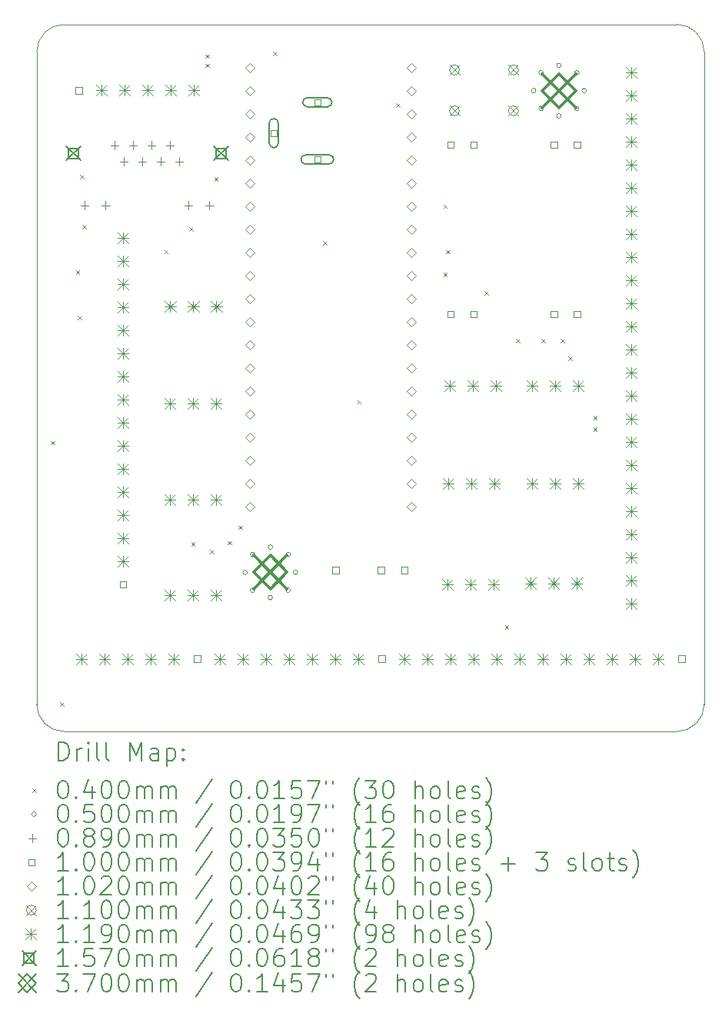
<source format=gbr>
%TF.GenerationSoftware,KiCad,Pcbnew,7.0.1*%
%TF.CreationDate,2023-12-05T18:06:43-06:00*%
%TF.ProjectId,Pico Breakout Board V3,5069636f-2042-4726-9561-6b6f75742042,rev?*%
%TF.SameCoordinates,Original*%
%TF.FileFunction,Drillmap*%
%TF.FilePolarity,Positive*%
%FSLAX45Y45*%
G04 Gerber Fmt 4.5, Leading zero omitted, Abs format (unit mm)*
G04 Created by KiCad (PCBNEW 7.0.1) date 2023-12-05 18:06:43*
%MOMM*%
%LPD*%
G01*
G04 APERTURE LIST*
%ADD10C,0.100000*%
%ADD11C,0.200000*%
%ADD12C,0.040000*%
%ADD13C,0.050000*%
%ADD14C,0.089000*%
%ADD15C,0.102000*%
%ADD16C,0.110000*%
%ADD17C,0.119000*%
%ADD18C,0.157000*%
%ADD19C,0.370000*%
G04 APERTURE END LIST*
D10*
X10050000Y-3575000D02*
G75*
G03*
X9750000Y-3875000I0J-300000D01*
G01*
X17100000Y-3875000D02*
G75*
G03*
X16800000Y-3575000I-300000J0D01*
G01*
X9750000Y-11050000D02*
G75*
G03*
X10050000Y-11350000I300000J0D01*
G01*
X16800000Y-11350000D02*
G75*
G03*
X17100000Y-11050000I0J300000D01*
G01*
X9750000Y-3875000D02*
X9750000Y-11050000D01*
X16800000Y-3575000D02*
X10050000Y-3575000D01*
X16800000Y-11350000D02*
X10050000Y-11350000D01*
X17100000Y-3875000D02*
X17100000Y-11050000D01*
D11*
D12*
X9905000Y-8155000D02*
X9945000Y-8195000D01*
X9945000Y-8155000D02*
X9905000Y-8195000D01*
X10005000Y-11030000D02*
X10045000Y-11070000D01*
X10045000Y-11030000D02*
X10005000Y-11070000D01*
X10180000Y-6280000D02*
X10220000Y-6320000D01*
X10220000Y-6280000D02*
X10180000Y-6320000D01*
X10205000Y-6780000D02*
X10245000Y-6820000D01*
X10245000Y-6780000D02*
X10205000Y-6820000D01*
X10230000Y-5230000D02*
X10270000Y-5270000D01*
X10270000Y-5230000D02*
X10230000Y-5270000D01*
X10255000Y-5780000D02*
X10295000Y-5820000D01*
X10295000Y-5780000D02*
X10255000Y-5820000D01*
X11155000Y-6055000D02*
X11195000Y-6095000D01*
X11195000Y-6055000D02*
X11155000Y-6095000D01*
X11430000Y-5805000D02*
X11470000Y-5845000D01*
X11470000Y-5805000D02*
X11430000Y-5845000D01*
X11450000Y-9265050D02*
X11490000Y-9305050D01*
X11490000Y-9265050D02*
X11450000Y-9305050D01*
X11605000Y-3905000D02*
X11645000Y-3945000D01*
X11645000Y-3905000D02*
X11605000Y-3945000D01*
X11605000Y-4005000D02*
X11645000Y-4045000D01*
X11645000Y-4005000D02*
X11605000Y-4045000D01*
X11660000Y-9350000D02*
X11700000Y-9390000D01*
X11700000Y-9350000D02*
X11660000Y-9390000D01*
X11705000Y-5255000D02*
X11745000Y-5295000D01*
X11745000Y-5255000D02*
X11705000Y-5295000D01*
X11854912Y-9254950D02*
X11894912Y-9294950D01*
X11894912Y-9254950D02*
X11854912Y-9294950D01*
X11970000Y-9085050D02*
X12010000Y-9125050D01*
X12010000Y-9085050D02*
X11970000Y-9125050D01*
X12355000Y-3876000D02*
X12395000Y-3916000D01*
X12395000Y-3876000D02*
X12355000Y-3916000D01*
X12905000Y-5955000D02*
X12945000Y-5995000D01*
X12945000Y-5955000D02*
X12905000Y-5995000D01*
X13280000Y-7705000D02*
X13320000Y-7745000D01*
X13320000Y-7705000D02*
X13280000Y-7745000D01*
X13705000Y-4444500D02*
X13745000Y-4484500D01*
X13745000Y-4444500D02*
X13705000Y-4484500D01*
X14226950Y-5555000D02*
X14266950Y-5595000D01*
X14266950Y-5555000D02*
X14226950Y-5595000D01*
X14226950Y-6305000D02*
X14266950Y-6345000D01*
X14266950Y-6305000D02*
X14226950Y-6345000D01*
X14255000Y-6055000D02*
X14295000Y-6095000D01*
X14295000Y-6055000D02*
X14255000Y-6095000D01*
X14680000Y-6505000D02*
X14720000Y-6545000D01*
X14720000Y-6505000D02*
X14680000Y-6545000D01*
X14905000Y-10180000D02*
X14945000Y-10220000D01*
X14945000Y-10180000D02*
X14905000Y-10220000D01*
X15030000Y-7030000D02*
X15070000Y-7070000D01*
X15070000Y-7030000D02*
X15030000Y-7070000D01*
X15305000Y-7030000D02*
X15345000Y-7070000D01*
X15345000Y-7030000D02*
X15305000Y-7070000D01*
X15518950Y-7030000D02*
X15558950Y-7070000D01*
X15558950Y-7030000D02*
X15518950Y-7070000D01*
X15605000Y-7230000D02*
X15645000Y-7270000D01*
X15645000Y-7230000D02*
X15605000Y-7270000D01*
X15880000Y-7880000D02*
X15920000Y-7920000D01*
X15920000Y-7880000D02*
X15880000Y-7920000D01*
X15880000Y-8005000D02*
X15920000Y-8045000D01*
X15920000Y-8005000D02*
X15880000Y-8045000D01*
D13*
X12070000Y-9600000D02*
G75*
G03*
X12070000Y-9600000I-25000J0D01*
G01*
X12151278Y-9403778D02*
G75*
G03*
X12151278Y-9403778I-25000J0D01*
G01*
X12151278Y-9796222D02*
G75*
G03*
X12151278Y-9796222I-25000J0D01*
G01*
X12347500Y-9322500D02*
G75*
G03*
X12347500Y-9322500I-25000J0D01*
G01*
X12347500Y-9877500D02*
G75*
G03*
X12347500Y-9877500I-25000J0D01*
G01*
X12543722Y-9403778D02*
G75*
G03*
X12543722Y-9403778I-25000J0D01*
G01*
X12543722Y-9796222D02*
G75*
G03*
X12543722Y-9796222I-25000J0D01*
G01*
X12625000Y-9600000D02*
G75*
G03*
X12625000Y-9600000I-25000J0D01*
G01*
X15247500Y-4302500D02*
G75*
G03*
X15247500Y-4302500I-25000J0D01*
G01*
X15328778Y-4106278D02*
G75*
G03*
X15328778Y-4106278I-25000J0D01*
G01*
X15328778Y-4498722D02*
G75*
G03*
X15328778Y-4498722I-25000J0D01*
G01*
X15525000Y-4025000D02*
G75*
G03*
X15525000Y-4025000I-25000J0D01*
G01*
X15525000Y-4580000D02*
G75*
G03*
X15525000Y-4580000I-25000J0D01*
G01*
X15721222Y-4106278D02*
G75*
G03*
X15721222Y-4106278I-25000J0D01*
G01*
X15721222Y-4498722D02*
G75*
G03*
X15721222Y-4498722I-25000J0D01*
G01*
X15802500Y-4302500D02*
G75*
G03*
X15802500Y-4302500I-25000J0D01*
G01*
D14*
X10279000Y-5519500D02*
X10279000Y-5608500D01*
X10234500Y-5564000D02*
X10323500Y-5564000D01*
X10508000Y-5519500D02*
X10508000Y-5608500D01*
X10463500Y-5564000D02*
X10552500Y-5564000D01*
X10609000Y-4859500D02*
X10609000Y-4948500D01*
X10564500Y-4904000D02*
X10653500Y-4904000D01*
X10710600Y-5037500D02*
X10710600Y-5126500D01*
X10666100Y-5082000D02*
X10755100Y-5082000D01*
X10812200Y-4859500D02*
X10812200Y-4948500D01*
X10767700Y-4904000D02*
X10856700Y-4904000D01*
X10913800Y-5037500D02*
X10913800Y-5126500D01*
X10869300Y-5082000D02*
X10958300Y-5082000D01*
X11015400Y-4859500D02*
X11015400Y-4948500D01*
X10970900Y-4904000D02*
X11059900Y-4904000D01*
X11117000Y-5037500D02*
X11117000Y-5126500D01*
X11072500Y-5082000D02*
X11161500Y-5082000D01*
X11218600Y-4859500D02*
X11218600Y-4948500D01*
X11174100Y-4904000D02*
X11263100Y-4904000D01*
X11320200Y-5037500D02*
X11320200Y-5126500D01*
X11275700Y-5082000D02*
X11364700Y-5082000D01*
X11422000Y-5519500D02*
X11422000Y-5608500D01*
X11377500Y-5564000D02*
X11466500Y-5564000D01*
X11651000Y-5519500D02*
X11651000Y-5608500D01*
X11606500Y-5564000D02*
X11695500Y-5564000D01*
D10*
X10248356Y-4335356D02*
X10248356Y-4264644D01*
X10177644Y-4264644D01*
X10177644Y-4335356D01*
X10248356Y-4335356D01*
X10735356Y-9770356D02*
X10735356Y-9699644D01*
X10664644Y-9699644D01*
X10664644Y-9770356D01*
X10735356Y-9770356D01*
X11551356Y-10585356D02*
X11551356Y-10514644D01*
X11480644Y-10514644D01*
X11480644Y-10585356D01*
X11551356Y-10585356D01*
X12395356Y-4805356D02*
X12395356Y-4734644D01*
X12324644Y-4734644D01*
X12324644Y-4805356D01*
X12395356Y-4805356D01*
D11*
X12410000Y-4880000D02*
X12410000Y-4660000D01*
X12410000Y-4660000D02*
G75*
G03*
X12310000Y-4660000I-50000J0D01*
G01*
X12310000Y-4660000D02*
X12310000Y-4880000D01*
X12310000Y-4880000D02*
G75*
G03*
X12410000Y-4880000I50000J0D01*
G01*
D10*
X12875356Y-4465356D02*
X12875356Y-4394644D01*
X12804644Y-4394644D01*
X12804644Y-4465356D01*
X12875356Y-4465356D01*
D11*
X12950000Y-4380000D02*
X12730000Y-4380000D01*
X12730000Y-4380000D02*
G75*
G03*
X12730000Y-4480000I0J-50000D01*
G01*
X12730000Y-4480000D02*
X12950000Y-4480000D01*
X12950000Y-4480000D02*
G75*
G03*
X12950000Y-4380000I0J50000D01*
G01*
D10*
X12875356Y-5095356D02*
X12875356Y-5024644D01*
X12804644Y-5024644D01*
X12804644Y-5095356D01*
X12875356Y-5095356D01*
D11*
X12970000Y-5010000D02*
X12710000Y-5010000D01*
X12710000Y-5010000D02*
G75*
G03*
X12710000Y-5110000I0J-50000D01*
G01*
X12710000Y-5110000D02*
X12970000Y-5110000D01*
X12970000Y-5110000D02*
G75*
G03*
X12970000Y-5010000I0J50000D01*
G01*
D10*
X13075356Y-9610356D02*
X13075356Y-9539644D01*
X13004644Y-9539644D01*
X13004644Y-9610356D01*
X13075356Y-9610356D01*
X13575356Y-9610356D02*
X13575356Y-9539644D01*
X13504644Y-9539644D01*
X13504644Y-9610356D01*
X13575356Y-9610356D01*
X13583356Y-10585356D02*
X13583356Y-10514644D01*
X13512644Y-10514644D01*
X13512644Y-10585356D01*
X13583356Y-10585356D01*
X13835356Y-9610356D02*
X13835356Y-9539644D01*
X13764644Y-9539644D01*
X13764644Y-9610356D01*
X13835356Y-9610356D01*
X14342356Y-4935356D02*
X14342356Y-4864644D01*
X14271644Y-4864644D01*
X14271644Y-4935356D01*
X14342356Y-4935356D01*
X14342356Y-6795356D02*
X14342356Y-6724644D01*
X14271644Y-6724644D01*
X14271644Y-6795356D01*
X14342356Y-6795356D01*
X14596356Y-4935356D02*
X14596356Y-4864644D01*
X14525644Y-4864644D01*
X14525644Y-4935356D01*
X14596356Y-4935356D01*
X14596356Y-6795356D02*
X14596356Y-6724644D01*
X14525644Y-6724644D01*
X14525644Y-6795356D01*
X14596356Y-6795356D01*
X15481356Y-4935356D02*
X15481356Y-4864644D01*
X15410644Y-4864644D01*
X15410644Y-4935356D01*
X15481356Y-4935356D01*
X15481356Y-6795356D02*
X15481356Y-6724644D01*
X15410644Y-6724644D01*
X15410644Y-6795356D01*
X15481356Y-6795356D01*
X15735356Y-4935356D02*
X15735356Y-4864644D01*
X15664644Y-4864644D01*
X15664644Y-4935356D01*
X15735356Y-4935356D01*
X15735356Y-6795356D02*
X15735356Y-6724644D01*
X15664644Y-6724644D01*
X15664644Y-6795356D01*
X15735356Y-6795356D01*
X16885356Y-10585356D02*
X16885356Y-10514644D01*
X16814644Y-10514644D01*
X16814644Y-10585356D01*
X16885356Y-10585356D01*
D15*
X12100000Y-4102000D02*
X12151000Y-4051000D01*
X12100000Y-4000000D01*
X12049000Y-4051000D01*
X12100000Y-4102000D01*
X12100000Y-4356000D02*
X12151000Y-4305000D01*
X12100000Y-4254000D01*
X12049000Y-4305000D01*
X12100000Y-4356000D01*
X12100000Y-4610000D02*
X12151000Y-4559000D01*
X12100000Y-4508000D01*
X12049000Y-4559000D01*
X12100000Y-4610000D01*
X12100000Y-4864000D02*
X12151000Y-4813000D01*
X12100000Y-4762000D01*
X12049000Y-4813000D01*
X12100000Y-4864000D01*
X12100000Y-5118000D02*
X12151000Y-5067000D01*
X12100000Y-5016000D01*
X12049000Y-5067000D01*
X12100000Y-5118000D01*
X12100000Y-5372000D02*
X12151000Y-5321000D01*
X12100000Y-5270000D01*
X12049000Y-5321000D01*
X12100000Y-5372000D01*
X12100000Y-5626000D02*
X12151000Y-5575000D01*
X12100000Y-5524000D01*
X12049000Y-5575000D01*
X12100000Y-5626000D01*
X12100000Y-5880000D02*
X12151000Y-5829000D01*
X12100000Y-5778000D01*
X12049000Y-5829000D01*
X12100000Y-5880000D01*
X12100000Y-6134000D02*
X12151000Y-6083000D01*
X12100000Y-6032000D01*
X12049000Y-6083000D01*
X12100000Y-6134000D01*
X12100000Y-6388000D02*
X12151000Y-6337000D01*
X12100000Y-6286000D01*
X12049000Y-6337000D01*
X12100000Y-6388000D01*
X12100000Y-6642000D02*
X12151000Y-6591000D01*
X12100000Y-6540000D01*
X12049000Y-6591000D01*
X12100000Y-6642000D01*
X12100000Y-6896000D02*
X12151000Y-6845000D01*
X12100000Y-6794000D01*
X12049000Y-6845000D01*
X12100000Y-6896000D01*
X12100000Y-7150000D02*
X12151000Y-7099000D01*
X12100000Y-7048000D01*
X12049000Y-7099000D01*
X12100000Y-7150000D01*
X12100000Y-7404000D02*
X12151000Y-7353000D01*
X12100000Y-7302000D01*
X12049000Y-7353000D01*
X12100000Y-7404000D01*
X12100000Y-7658000D02*
X12151000Y-7607000D01*
X12100000Y-7556000D01*
X12049000Y-7607000D01*
X12100000Y-7658000D01*
X12100000Y-7912000D02*
X12151000Y-7861000D01*
X12100000Y-7810000D01*
X12049000Y-7861000D01*
X12100000Y-7912000D01*
X12100000Y-8166000D02*
X12151000Y-8115000D01*
X12100000Y-8064000D01*
X12049000Y-8115000D01*
X12100000Y-8166000D01*
X12100000Y-8420000D02*
X12151000Y-8369000D01*
X12100000Y-8318000D01*
X12049000Y-8369000D01*
X12100000Y-8420000D01*
X12100000Y-8674000D02*
X12151000Y-8623000D01*
X12100000Y-8572000D01*
X12049000Y-8623000D01*
X12100000Y-8674000D01*
X12100000Y-8928000D02*
X12151000Y-8877000D01*
X12100000Y-8826000D01*
X12049000Y-8877000D01*
X12100000Y-8928000D01*
X13878000Y-4102000D02*
X13929000Y-4051000D01*
X13878000Y-4000000D01*
X13827000Y-4051000D01*
X13878000Y-4102000D01*
X13878000Y-4356000D02*
X13929000Y-4305000D01*
X13878000Y-4254000D01*
X13827000Y-4305000D01*
X13878000Y-4356000D01*
X13878000Y-4610000D02*
X13929000Y-4559000D01*
X13878000Y-4508000D01*
X13827000Y-4559000D01*
X13878000Y-4610000D01*
X13878000Y-4864000D02*
X13929000Y-4813000D01*
X13878000Y-4762000D01*
X13827000Y-4813000D01*
X13878000Y-4864000D01*
X13878000Y-5118000D02*
X13929000Y-5067000D01*
X13878000Y-5016000D01*
X13827000Y-5067000D01*
X13878000Y-5118000D01*
X13878000Y-5372000D02*
X13929000Y-5321000D01*
X13878000Y-5270000D01*
X13827000Y-5321000D01*
X13878000Y-5372000D01*
X13878000Y-5626000D02*
X13929000Y-5575000D01*
X13878000Y-5524000D01*
X13827000Y-5575000D01*
X13878000Y-5626000D01*
X13878000Y-5880000D02*
X13929000Y-5829000D01*
X13878000Y-5778000D01*
X13827000Y-5829000D01*
X13878000Y-5880000D01*
X13878000Y-6134000D02*
X13929000Y-6083000D01*
X13878000Y-6032000D01*
X13827000Y-6083000D01*
X13878000Y-6134000D01*
X13878000Y-6388000D02*
X13929000Y-6337000D01*
X13878000Y-6286000D01*
X13827000Y-6337000D01*
X13878000Y-6388000D01*
X13878000Y-6642000D02*
X13929000Y-6591000D01*
X13878000Y-6540000D01*
X13827000Y-6591000D01*
X13878000Y-6642000D01*
X13878000Y-6896000D02*
X13929000Y-6845000D01*
X13878000Y-6794000D01*
X13827000Y-6845000D01*
X13878000Y-6896000D01*
X13878000Y-7150000D02*
X13929000Y-7099000D01*
X13878000Y-7048000D01*
X13827000Y-7099000D01*
X13878000Y-7150000D01*
X13878000Y-7404000D02*
X13929000Y-7353000D01*
X13878000Y-7302000D01*
X13827000Y-7353000D01*
X13878000Y-7404000D01*
X13878000Y-7658000D02*
X13929000Y-7607000D01*
X13878000Y-7556000D01*
X13827000Y-7607000D01*
X13878000Y-7658000D01*
X13878000Y-7912000D02*
X13929000Y-7861000D01*
X13878000Y-7810000D01*
X13827000Y-7861000D01*
X13878000Y-7912000D01*
X13878000Y-8166000D02*
X13929000Y-8115000D01*
X13878000Y-8064000D01*
X13827000Y-8115000D01*
X13878000Y-8166000D01*
X13878000Y-8420000D02*
X13929000Y-8369000D01*
X13878000Y-8318000D01*
X13827000Y-8369000D01*
X13878000Y-8420000D01*
X13878000Y-8674000D02*
X13929000Y-8623000D01*
X13878000Y-8572000D01*
X13827000Y-8623000D01*
X13878000Y-8674000D01*
X13878000Y-8928000D02*
X13929000Y-8877000D01*
X13878000Y-8826000D01*
X13827000Y-8877000D01*
X13878000Y-8928000D01*
D16*
X14295000Y-4020000D02*
X14405000Y-4130000D01*
X14405000Y-4020000D02*
X14295000Y-4130000D01*
X14405000Y-4075000D02*
G75*
G03*
X14405000Y-4075000I-55000J0D01*
G01*
X14295000Y-4470000D02*
X14405000Y-4580000D01*
X14405000Y-4470000D02*
X14295000Y-4580000D01*
X14405000Y-4525000D02*
G75*
G03*
X14405000Y-4525000I-55000J0D01*
G01*
X14945000Y-4020000D02*
X15055000Y-4130000D01*
X15055000Y-4020000D02*
X14945000Y-4130000D01*
X15055000Y-4075000D02*
G75*
G03*
X15055000Y-4075000I-55000J0D01*
G01*
X14945000Y-4470000D02*
X15055000Y-4580000D01*
X15055000Y-4470000D02*
X14945000Y-4580000D01*
X15055000Y-4525000D02*
G75*
G03*
X15055000Y-4525000I-55000J0D01*
G01*
D17*
X10186500Y-10490500D02*
X10305500Y-10609500D01*
X10305500Y-10490500D02*
X10186500Y-10609500D01*
X10246000Y-10490500D02*
X10246000Y-10609500D01*
X10186500Y-10550000D02*
X10305500Y-10550000D01*
X10407500Y-4240500D02*
X10526500Y-4359500D01*
X10526500Y-4240500D02*
X10407500Y-4359500D01*
X10467000Y-4240500D02*
X10467000Y-4359500D01*
X10407500Y-4300000D02*
X10526500Y-4300000D01*
X10440500Y-10490500D02*
X10559500Y-10609500D01*
X10559500Y-10490500D02*
X10440500Y-10609500D01*
X10500000Y-10490500D02*
X10500000Y-10609500D01*
X10440500Y-10550000D02*
X10559500Y-10550000D01*
X10640500Y-5865500D02*
X10759500Y-5984500D01*
X10759500Y-5865500D02*
X10640500Y-5984500D01*
X10700000Y-5865500D02*
X10700000Y-5984500D01*
X10640500Y-5925000D02*
X10759500Y-5925000D01*
X10640500Y-6119500D02*
X10759500Y-6238500D01*
X10759500Y-6119500D02*
X10640500Y-6238500D01*
X10700000Y-6119500D02*
X10700000Y-6238500D01*
X10640500Y-6179000D02*
X10759500Y-6179000D01*
X10640500Y-6373500D02*
X10759500Y-6492500D01*
X10759500Y-6373500D02*
X10640500Y-6492500D01*
X10700000Y-6373500D02*
X10700000Y-6492500D01*
X10640500Y-6433000D02*
X10759500Y-6433000D01*
X10640500Y-6627500D02*
X10759500Y-6746500D01*
X10759500Y-6627500D02*
X10640500Y-6746500D01*
X10700000Y-6627500D02*
X10700000Y-6746500D01*
X10640500Y-6687000D02*
X10759500Y-6687000D01*
X10640500Y-6881500D02*
X10759500Y-7000500D01*
X10759500Y-6881500D02*
X10640500Y-7000500D01*
X10700000Y-6881500D02*
X10700000Y-7000500D01*
X10640500Y-6941000D02*
X10759500Y-6941000D01*
X10640500Y-7135500D02*
X10759500Y-7254500D01*
X10759500Y-7135500D02*
X10640500Y-7254500D01*
X10700000Y-7135500D02*
X10700000Y-7254500D01*
X10640500Y-7195000D02*
X10759500Y-7195000D01*
X10640500Y-7389500D02*
X10759500Y-7508500D01*
X10759500Y-7389500D02*
X10640500Y-7508500D01*
X10700000Y-7389500D02*
X10700000Y-7508500D01*
X10640500Y-7449000D02*
X10759500Y-7449000D01*
X10640500Y-7643500D02*
X10759500Y-7762500D01*
X10759500Y-7643500D02*
X10640500Y-7762500D01*
X10700000Y-7643500D02*
X10700000Y-7762500D01*
X10640500Y-7703000D02*
X10759500Y-7703000D01*
X10640500Y-7897500D02*
X10759500Y-8016500D01*
X10759500Y-7897500D02*
X10640500Y-8016500D01*
X10700000Y-7897500D02*
X10700000Y-8016500D01*
X10640500Y-7957000D02*
X10759500Y-7957000D01*
X10640500Y-8151500D02*
X10759500Y-8270500D01*
X10759500Y-8151500D02*
X10640500Y-8270500D01*
X10700000Y-8151500D02*
X10700000Y-8270500D01*
X10640500Y-8211000D02*
X10759500Y-8211000D01*
X10640500Y-8405500D02*
X10759500Y-8524500D01*
X10759500Y-8405500D02*
X10640500Y-8524500D01*
X10700000Y-8405500D02*
X10700000Y-8524500D01*
X10640500Y-8465000D02*
X10759500Y-8465000D01*
X10640500Y-8659500D02*
X10759500Y-8778500D01*
X10759500Y-8659500D02*
X10640500Y-8778500D01*
X10700000Y-8659500D02*
X10700000Y-8778500D01*
X10640500Y-8719000D02*
X10759500Y-8719000D01*
X10640500Y-8913500D02*
X10759500Y-9032500D01*
X10759500Y-8913500D02*
X10640500Y-9032500D01*
X10700000Y-8913500D02*
X10700000Y-9032500D01*
X10640500Y-8973000D02*
X10759500Y-8973000D01*
X10640500Y-9167500D02*
X10759500Y-9286500D01*
X10759500Y-9167500D02*
X10640500Y-9286500D01*
X10700000Y-9167500D02*
X10700000Y-9286500D01*
X10640500Y-9227000D02*
X10759500Y-9227000D01*
X10640500Y-9421500D02*
X10759500Y-9540500D01*
X10759500Y-9421500D02*
X10640500Y-9540500D01*
X10700000Y-9421500D02*
X10700000Y-9540500D01*
X10640500Y-9481000D02*
X10759500Y-9481000D01*
X10661500Y-4240500D02*
X10780500Y-4359500D01*
X10780500Y-4240500D02*
X10661500Y-4359500D01*
X10721000Y-4240500D02*
X10721000Y-4359500D01*
X10661500Y-4300000D02*
X10780500Y-4300000D01*
X10694500Y-10490500D02*
X10813500Y-10609500D01*
X10813500Y-10490500D02*
X10694500Y-10609500D01*
X10754000Y-10490500D02*
X10754000Y-10609500D01*
X10694500Y-10550000D02*
X10813500Y-10550000D01*
X10915500Y-4240500D02*
X11034500Y-4359500D01*
X11034500Y-4240500D02*
X10915500Y-4359500D01*
X10975000Y-4240500D02*
X10975000Y-4359500D01*
X10915500Y-4300000D02*
X11034500Y-4300000D01*
X10948500Y-10490500D02*
X11067500Y-10609500D01*
X11067500Y-10490500D02*
X10948500Y-10609500D01*
X11008000Y-10490500D02*
X11008000Y-10609500D01*
X10948500Y-10550000D02*
X11067500Y-10550000D01*
X11156500Y-7680500D02*
X11275500Y-7799500D01*
X11275500Y-7680500D02*
X11156500Y-7799500D01*
X11216000Y-7680500D02*
X11216000Y-7799500D01*
X11156500Y-7740000D02*
X11275500Y-7740000D01*
X11156500Y-8742500D02*
X11275500Y-8861500D01*
X11275500Y-8742500D02*
X11156500Y-8861500D01*
X11216000Y-8742500D02*
X11216000Y-8861500D01*
X11156500Y-8802000D02*
X11275500Y-8802000D01*
X11157500Y-9790500D02*
X11276500Y-9909500D01*
X11276500Y-9790500D02*
X11157500Y-9909500D01*
X11217000Y-9790500D02*
X11217000Y-9909500D01*
X11157500Y-9850000D02*
X11276500Y-9850000D01*
X11161500Y-6617500D02*
X11280500Y-6736500D01*
X11280500Y-6617500D02*
X11161500Y-6736500D01*
X11221000Y-6617500D02*
X11221000Y-6736500D01*
X11161500Y-6677000D02*
X11280500Y-6677000D01*
X11169500Y-4240500D02*
X11288500Y-4359500D01*
X11288500Y-4240500D02*
X11169500Y-4359500D01*
X11229000Y-4240500D02*
X11229000Y-4359500D01*
X11169500Y-4300000D02*
X11288500Y-4300000D01*
X11202500Y-10490500D02*
X11321500Y-10609500D01*
X11321500Y-10490500D02*
X11202500Y-10609500D01*
X11262000Y-10490500D02*
X11262000Y-10609500D01*
X11202500Y-10550000D02*
X11321500Y-10550000D01*
X11410500Y-7680500D02*
X11529500Y-7799500D01*
X11529500Y-7680500D02*
X11410500Y-7799500D01*
X11470000Y-7680500D02*
X11470000Y-7799500D01*
X11410500Y-7740000D02*
X11529500Y-7740000D01*
X11410500Y-8742500D02*
X11529500Y-8861500D01*
X11529500Y-8742500D02*
X11410500Y-8861500D01*
X11470000Y-8742500D02*
X11470000Y-8861500D01*
X11410500Y-8802000D02*
X11529500Y-8802000D01*
X11411500Y-9790500D02*
X11530500Y-9909500D01*
X11530500Y-9790500D02*
X11411500Y-9909500D01*
X11471000Y-9790500D02*
X11471000Y-9909500D01*
X11411500Y-9850000D02*
X11530500Y-9850000D01*
X11415500Y-6617500D02*
X11534500Y-6736500D01*
X11534500Y-6617500D02*
X11415500Y-6736500D01*
X11475000Y-6617500D02*
X11475000Y-6736500D01*
X11415500Y-6677000D02*
X11534500Y-6677000D01*
X11423500Y-4240500D02*
X11542500Y-4359500D01*
X11542500Y-4240500D02*
X11423500Y-4359500D01*
X11483000Y-4240500D02*
X11483000Y-4359500D01*
X11423500Y-4300000D02*
X11542500Y-4300000D01*
X11664500Y-7680500D02*
X11783500Y-7799500D01*
X11783500Y-7680500D02*
X11664500Y-7799500D01*
X11724000Y-7680500D02*
X11724000Y-7799500D01*
X11664500Y-7740000D02*
X11783500Y-7740000D01*
X11664500Y-8742500D02*
X11783500Y-8861500D01*
X11783500Y-8742500D02*
X11664500Y-8861500D01*
X11724000Y-8742500D02*
X11724000Y-8861500D01*
X11664500Y-8802000D02*
X11783500Y-8802000D01*
X11665500Y-9790500D02*
X11784500Y-9909500D01*
X11784500Y-9790500D02*
X11665500Y-9909500D01*
X11725000Y-9790500D02*
X11725000Y-9909500D01*
X11665500Y-9850000D02*
X11784500Y-9850000D01*
X11669500Y-6617500D02*
X11788500Y-6736500D01*
X11788500Y-6617500D02*
X11669500Y-6736500D01*
X11729000Y-6617500D02*
X11729000Y-6736500D01*
X11669500Y-6677000D02*
X11788500Y-6677000D01*
X11710500Y-10490500D02*
X11829500Y-10609500D01*
X11829500Y-10490500D02*
X11710500Y-10609500D01*
X11770000Y-10490500D02*
X11770000Y-10609500D01*
X11710500Y-10550000D02*
X11829500Y-10550000D01*
X11964500Y-10490500D02*
X12083500Y-10609500D01*
X12083500Y-10490500D02*
X11964500Y-10609500D01*
X12024000Y-10490500D02*
X12024000Y-10609500D01*
X11964500Y-10550000D02*
X12083500Y-10550000D01*
X12218500Y-10490500D02*
X12337500Y-10609500D01*
X12337500Y-10490500D02*
X12218500Y-10609500D01*
X12278000Y-10490500D02*
X12278000Y-10609500D01*
X12218500Y-10550000D02*
X12337500Y-10550000D01*
X12472500Y-10490500D02*
X12591500Y-10609500D01*
X12591500Y-10490500D02*
X12472500Y-10609500D01*
X12532000Y-10490500D02*
X12532000Y-10609500D01*
X12472500Y-10550000D02*
X12591500Y-10550000D01*
X12726500Y-10490500D02*
X12845500Y-10609500D01*
X12845500Y-10490500D02*
X12726500Y-10609500D01*
X12786000Y-10490500D02*
X12786000Y-10609500D01*
X12726500Y-10550000D02*
X12845500Y-10550000D01*
X12980500Y-10490500D02*
X13099500Y-10609500D01*
X13099500Y-10490500D02*
X12980500Y-10609500D01*
X13040000Y-10490500D02*
X13040000Y-10609500D01*
X12980500Y-10550000D02*
X13099500Y-10550000D01*
X13234500Y-10490500D02*
X13353500Y-10609500D01*
X13353500Y-10490500D02*
X13234500Y-10609500D01*
X13294000Y-10490500D02*
X13294000Y-10609500D01*
X13234500Y-10550000D02*
X13353500Y-10550000D01*
X13742500Y-10490500D02*
X13861500Y-10609500D01*
X13861500Y-10490500D02*
X13742500Y-10609500D01*
X13802000Y-10490500D02*
X13802000Y-10609500D01*
X13742500Y-10550000D02*
X13861500Y-10550000D01*
X13996500Y-10490500D02*
X14115500Y-10609500D01*
X14115500Y-10490500D02*
X13996500Y-10609500D01*
X14056000Y-10490500D02*
X14056000Y-10609500D01*
X13996500Y-10550000D02*
X14115500Y-10550000D01*
X14216500Y-9670500D02*
X14335500Y-9789500D01*
X14335500Y-9670500D02*
X14216500Y-9789500D01*
X14276000Y-9670500D02*
X14276000Y-9789500D01*
X14216500Y-9730000D02*
X14335500Y-9730000D01*
X14221500Y-8560500D02*
X14340500Y-8679500D01*
X14340500Y-8560500D02*
X14221500Y-8679500D01*
X14281000Y-8560500D02*
X14281000Y-8679500D01*
X14221500Y-8620000D02*
X14340500Y-8620000D01*
X14242500Y-7492500D02*
X14361500Y-7611500D01*
X14361500Y-7492500D02*
X14242500Y-7611500D01*
X14302000Y-7492500D02*
X14302000Y-7611500D01*
X14242500Y-7552000D02*
X14361500Y-7552000D01*
X14250500Y-10490500D02*
X14369500Y-10609500D01*
X14369500Y-10490500D02*
X14250500Y-10609500D01*
X14310000Y-10490500D02*
X14310000Y-10609500D01*
X14250500Y-10550000D02*
X14369500Y-10550000D01*
X14470500Y-9670500D02*
X14589500Y-9789500D01*
X14589500Y-9670500D02*
X14470500Y-9789500D01*
X14530000Y-9670500D02*
X14530000Y-9789500D01*
X14470500Y-9730000D02*
X14589500Y-9730000D01*
X14475500Y-8560500D02*
X14594500Y-8679500D01*
X14594500Y-8560500D02*
X14475500Y-8679500D01*
X14535000Y-8560500D02*
X14535000Y-8679500D01*
X14475500Y-8620000D02*
X14594500Y-8620000D01*
X14496500Y-7492500D02*
X14615500Y-7611500D01*
X14615500Y-7492500D02*
X14496500Y-7611500D01*
X14556000Y-7492500D02*
X14556000Y-7611500D01*
X14496500Y-7552000D02*
X14615500Y-7552000D01*
X14504500Y-10490500D02*
X14623500Y-10609500D01*
X14623500Y-10490500D02*
X14504500Y-10609500D01*
X14564000Y-10490500D02*
X14564000Y-10609500D01*
X14504500Y-10550000D02*
X14623500Y-10550000D01*
X14724500Y-9670500D02*
X14843500Y-9789500D01*
X14843500Y-9670500D02*
X14724500Y-9789500D01*
X14784000Y-9670500D02*
X14784000Y-9789500D01*
X14724500Y-9730000D02*
X14843500Y-9730000D01*
X14729500Y-8560500D02*
X14848500Y-8679500D01*
X14848500Y-8560500D02*
X14729500Y-8679500D01*
X14789000Y-8560500D02*
X14789000Y-8679500D01*
X14729500Y-8620000D02*
X14848500Y-8620000D01*
X14750500Y-7492500D02*
X14869500Y-7611500D01*
X14869500Y-7492500D02*
X14750500Y-7611500D01*
X14810000Y-7492500D02*
X14810000Y-7611500D01*
X14750500Y-7552000D02*
X14869500Y-7552000D01*
X14758500Y-10490500D02*
X14877500Y-10609500D01*
X14877500Y-10490500D02*
X14758500Y-10609500D01*
X14818000Y-10490500D02*
X14818000Y-10609500D01*
X14758500Y-10550000D02*
X14877500Y-10550000D01*
X15012500Y-10490500D02*
X15131500Y-10609500D01*
X15131500Y-10490500D02*
X15012500Y-10609500D01*
X15072000Y-10490500D02*
X15072000Y-10609500D01*
X15012500Y-10550000D02*
X15131500Y-10550000D01*
X15130500Y-9660500D02*
X15249500Y-9779500D01*
X15249500Y-9660500D02*
X15130500Y-9779500D01*
X15190000Y-9660500D02*
X15190000Y-9779500D01*
X15130500Y-9720000D02*
X15249500Y-9720000D01*
X15142500Y-7490500D02*
X15261500Y-7609500D01*
X15261500Y-7490500D02*
X15142500Y-7609500D01*
X15202000Y-7490500D02*
X15202000Y-7609500D01*
X15142500Y-7550000D02*
X15261500Y-7550000D01*
X15142500Y-8560500D02*
X15261500Y-8679500D01*
X15261500Y-8560500D02*
X15142500Y-8679500D01*
X15202000Y-8560500D02*
X15202000Y-8679500D01*
X15142500Y-8620000D02*
X15261500Y-8620000D01*
X15266500Y-10490500D02*
X15385500Y-10609500D01*
X15385500Y-10490500D02*
X15266500Y-10609500D01*
X15326000Y-10490500D02*
X15326000Y-10609500D01*
X15266500Y-10550000D02*
X15385500Y-10550000D01*
X15384500Y-9660500D02*
X15503500Y-9779500D01*
X15503500Y-9660500D02*
X15384500Y-9779500D01*
X15444000Y-9660500D02*
X15444000Y-9779500D01*
X15384500Y-9720000D02*
X15503500Y-9720000D01*
X15396500Y-7490500D02*
X15515500Y-7609500D01*
X15515500Y-7490500D02*
X15396500Y-7609500D01*
X15456000Y-7490500D02*
X15456000Y-7609500D01*
X15396500Y-7550000D02*
X15515500Y-7550000D01*
X15396500Y-8560500D02*
X15515500Y-8679500D01*
X15515500Y-8560500D02*
X15396500Y-8679500D01*
X15456000Y-8560500D02*
X15456000Y-8679500D01*
X15396500Y-8620000D02*
X15515500Y-8620000D01*
X15520500Y-10490500D02*
X15639500Y-10609500D01*
X15639500Y-10490500D02*
X15520500Y-10609500D01*
X15580000Y-10490500D02*
X15580000Y-10609500D01*
X15520500Y-10550000D02*
X15639500Y-10550000D01*
X15638500Y-9660500D02*
X15757500Y-9779500D01*
X15757500Y-9660500D02*
X15638500Y-9779500D01*
X15698000Y-9660500D02*
X15698000Y-9779500D01*
X15638500Y-9720000D02*
X15757500Y-9720000D01*
X15650500Y-7490500D02*
X15769500Y-7609500D01*
X15769500Y-7490500D02*
X15650500Y-7609500D01*
X15710000Y-7490500D02*
X15710000Y-7609500D01*
X15650500Y-7550000D02*
X15769500Y-7550000D01*
X15650500Y-8560500D02*
X15769500Y-8679500D01*
X15769500Y-8560500D02*
X15650500Y-8679500D01*
X15710000Y-8560500D02*
X15710000Y-8679500D01*
X15650500Y-8620000D02*
X15769500Y-8620000D01*
X15774500Y-10490500D02*
X15893500Y-10609500D01*
X15893500Y-10490500D02*
X15774500Y-10609500D01*
X15834000Y-10490500D02*
X15834000Y-10609500D01*
X15774500Y-10550000D02*
X15893500Y-10550000D01*
X16028500Y-10490500D02*
X16147500Y-10609500D01*
X16147500Y-10490500D02*
X16028500Y-10609500D01*
X16088000Y-10490500D02*
X16088000Y-10609500D01*
X16028500Y-10550000D02*
X16147500Y-10550000D01*
X16240500Y-4040500D02*
X16359500Y-4159500D01*
X16359500Y-4040500D02*
X16240500Y-4159500D01*
X16300000Y-4040500D02*
X16300000Y-4159500D01*
X16240500Y-4100000D02*
X16359500Y-4100000D01*
X16240500Y-4294500D02*
X16359500Y-4413500D01*
X16359500Y-4294500D02*
X16240500Y-4413500D01*
X16300000Y-4294500D02*
X16300000Y-4413500D01*
X16240500Y-4354000D02*
X16359500Y-4354000D01*
X16240500Y-4548500D02*
X16359500Y-4667500D01*
X16359500Y-4548500D02*
X16240500Y-4667500D01*
X16300000Y-4548500D02*
X16300000Y-4667500D01*
X16240500Y-4608000D02*
X16359500Y-4608000D01*
X16240500Y-4802500D02*
X16359500Y-4921500D01*
X16359500Y-4802500D02*
X16240500Y-4921500D01*
X16300000Y-4802500D02*
X16300000Y-4921500D01*
X16240500Y-4862000D02*
X16359500Y-4862000D01*
X16240500Y-5056500D02*
X16359500Y-5175500D01*
X16359500Y-5056500D02*
X16240500Y-5175500D01*
X16300000Y-5056500D02*
X16300000Y-5175500D01*
X16240500Y-5116000D02*
X16359500Y-5116000D01*
X16240500Y-5310500D02*
X16359500Y-5429500D01*
X16359500Y-5310500D02*
X16240500Y-5429500D01*
X16300000Y-5310500D02*
X16300000Y-5429500D01*
X16240500Y-5370000D02*
X16359500Y-5370000D01*
X16240500Y-5564500D02*
X16359500Y-5683500D01*
X16359500Y-5564500D02*
X16240500Y-5683500D01*
X16300000Y-5564500D02*
X16300000Y-5683500D01*
X16240500Y-5624000D02*
X16359500Y-5624000D01*
X16240500Y-5818500D02*
X16359500Y-5937500D01*
X16359500Y-5818500D02*
X16240500Y-5937500D01*
X16300000Y-5818500D02*
X16300000Y-5937500D01*
X16240500Y-5878000D02*
X16359500Y-5878000D01*
X16240500Y-6072500D02*
X16359500Y-6191500D01*
X16359500Y-6072500D02*
X16240500Y-6191500D01*
X16300000Y-6072500D02*
X16300000Y-6191500D01*
X16240500Y-6132000D02*
X16359500Y-6132000D01*
X16240500Y-6326500D02*
X16359500Y-6445500D01*
X16359500Y-6326500D02*
X16240500Y-6445500D01*
X16300000Y-6326500D02*
X16300000Y-6445500D01*
X16240500Y-6386000D02*
X16359500Y-6386000D01*
X16240500Y-6580500D02*
X16359500Y-6699500D01*
X16359500Y-6580500D02*
X16240500Y-6699500D01*
X16300000Y-6580500D02*
X16300000Y-6699500D01*
X16240500Y-6640000D02*
X16359500Y-6640000D01*
X16240500Y-6834500D02*
X16359500Y-6953500D01*
X16359500Y-6834500D02*
X16240500Y-6953500D01*
X16300000Y-6834500D02*
X16300000Y-6953500D01*
X16240500Y-6894000D02*
X16359500Y-6894000D01*
X16240500Y-7088500D02*
X16359500Y-7207500D01*
X16359500Y-7088500D02*
X16240500Y-7207500D01*
X16300000Y-7088500D02*
X16300000Y-7207500D01*
X16240500Y-7148000D02*
X16359500Y-7148000D01*
X16240500Y-7342500D02*
X16359500Y-7461500D01*
X16359500Y-7342500D02*
X16240500Y-7461500D01*
X16300000Y-7342500D02*
X16300000Y-7461500D01*
X16240500Y-7402000D02*
X16359500Y-7402000D01*
X16240500Y-7596500D02*
X16359500Y-7715500D01*
X16359500Y-7596500D02*
X16240500Y-7715500D01*
X16300000Y-7596500D02*
X16300000Y-7715500D01*
X16240500Y-7656000D02*
X16359500Y-7656000D01*
X16240500Y-7850500D02*
X16359500Y-7969500D01*
X16359500Y-7850500D02*
X16240500Y-7969500D01*
X16300000Y-7850500D02*
X16300000Y-7969500D01*
X16240500Y-7910000D02*
X16359500Y-7910000D01*
X16240500Y-8104500D02*
X16359500Y-8223500D01*
X16359500Y-8104500D02*
X16240500Y-8223500D01*
X16300000Y-8104500D02*
X16300000Y-8223500D01*
X16240500Y-8164000D02*
X16359500Y-8164000D01*
X16240500Y-8358500D02*
X16359500Y-8477500D01*
X16359500Y-8358500D02*
X16240500Y-8477500D01*
X16300000Y-8358500D02*
X16300000Y-8477500D01*
X16240500Y-8418000D02*
X16359500Y-8418000D01*
X16240500Y-8612500D02*
X16359500Y-8731500D01*
X16359500Y-8612500D02*
X16240500Y-8731500D01*
X16300000Y-8612500D02*
X16300000Y-8731500D01*
X16240500Y-8672000D02*
X16359500Y-8672000D01*
X16240500Y-8866500D02*
X16359500Y-8985500D01*
X16359500Y-8866500D02*
X16240500Y-8985500D01*
X16300000Y-8866500D02*
X16300000Y-8985500D01*
X16240500Y-8926000D02*
X16359500Y-8926000D01*
X16240500Y-9120500D02*
X16359500Y-9239500D01*
X16359500Y-9120500D02*
X16240500Y-9239500D01*
X16300000Y-9120500D02*
X16300000Y-9239500D01*
X16240500Y-9180000D02*
X16359500Y-9180000D01*
X16240500Y-9374500D02*
X16359500Y-9493500D01*
X16359500Y-9374500D02*
X16240500Y-9493500D01*
X16300000Y-9374500D02*
X16300000Y-9493500D01*
X16240500Y-9434000D02*
X16359500Y-9434000D01*
X16240500Y-9628500D02*
X16359500Y-9747500D01*
X16359500Y-9628500D02*
X16240500Y-9747500D01*
X16300000Y-9628500D02*
X16300000Y-9747500D01*
X16240500Y-9688000D02*
X16359500Y-9688000D01*
X16240500Y-9882500D02*
X16359500Y-10001500D01*
X16359500Y-9882500D02*
X16240500Y-10001500D01*
X16300000Y-9882500D02*
X16300000Y-10001500D01*
X16240500Y-9942000D02*
X16359500Y-9942000D01*
X16282500Y-10490500D02*
X16401500Y-10609500D01*
X16401500Y-10490500D02*
X16282500Y-10609500D01*
X16342000Y-10490500D02*
X16342000Y-10609500D01*
X16282500Y-10550000D02*
X16401500Y-10550000D01*
X16536500Y-10490500D02*
X16655500Y-10609500D01*
X16655500Y-10490500D02*
X16536500Y-10609500D01*
X16596000Y-10490500D02*
X16596000Y-10609500D01*
X16536500Y-10550000D02*
X16655500Y-10550000D01*
D18*
X10073500Y-4914500D02*
X10230500Y-5071500D01*
X10230500Y-4914500D02*
X10073500Y-5071500D01*
X10207508Y-5048508D02*
X10207508Y-4937492D01*
X10096492Y-4937492D01*
X10096492Y-5048508D01*
X10207508Y-5048508D01*
X11699500Y-4914500D02*
X11856500Y-5071500D01*
X11856500Y-4914500D02*
X11699500Y-5071500D01*
X11833508Y-5048508D02*
X11833508Y-4937492D01*
X11722492Y-4937492D01*
X11722492Y-5048508D01*
X11833508Y-5048508D01*
D19*
X12137500Y-9415000D02*
X12507500Y-9785000D01*
X12507500Y-9415000D02*
X12137500Y-9785000D01*
X12322500Y-9785000D02*
X12507500Y-9600000D01*
X12322500Y-9415000D01*
X12137500Y-9600000D01*
X12322500Y-9785000D01*
X15315000Y-4117500D02*
X15685000Y-4487500D01*
X15685000Y-4117500D02*
X15315000Y-4487500D01*
X15500000Y-4487500D02*
X15685000Y-4302500D01*
X15500000Y-4117500D01*
X15315000Y-4302500D01*
X15500000Y-4487500D01*
D11*
X9992619Y-11667524D02*
X9992619Y-11467524D01*
X9992619Y-11467524D02*
X10040238Y-11467524D01*
X10040238Y-11467524D02*
X10068810Y-11477048D01*
X10068810Y-11477048D02*
X10087857Y-11496095D01*
X10087857Y-11496095D02*
X10097381Y-11515143D01*
X10097381Y-11515143D02*
X10106905Y-11553238D01*
X10106905Y-11553238D02*
X10106905Y-11581809D01*
X10106905Y-11581809D02*
X10097381Y-11619905D01*
X10097381Y-11619905D02*
X10087857Y-11638952D01*
X10087857Y-11638952D02*
X10068810Y-11658000D01*
X10068810Y-11658000D02*
X10040238Y-11667524D01*
X10040238Y-11667524D02*
X9992619Y-11667524D01*
X10192619Y-11667524D02*
X10192619Y-11534190D01*
X10192619Y-11572286D02*
X10202143Y-11553238D01*
X10202143Y-11553238D02*
X10211667Y-11543714D01*
X10211667Y-11543714D02*
X10230714Y-11534190D01*
X10230714Y-11534190D02*
X10249762Y-11534190D01*
X10316429Y-11667524D02*
X10316429Y-11534190D01*
X10316429Y-11467524D02*
X10306905Y-11477048D01*
X10306905Y-11477048D02*
X10316429Y-11486571D01*
X10316429Y-11486571D02*
X10325952Y-11477048D01*
X10325952Y-11477048D02*
X10316429Y-11467524D01*
X10316429Y-11467524D02*
X10316429Y-11486571D01*
X10440238Y-11667524D02*
X10421190Y-11658000D01*
X10421190Y-11658000D02*
X10411667Y-11638952D01*
X10411667Y-11638952D02*
X10411667Y-11467524D01*
X10545000Y-11667524D02*
X10525952Y-11658000D01*
X10525952Y-11658000D02*
X10516429Y-11638952D01*
X10516429Y-11638952D02*
X10516429Y-11467524D01*
X10773571Y-11667524D02*
X10773571Y-11467524D01*
X10773571Y-11467524D02*
X10840238Y-11610381D01*
X10840238Y-11610381D02*
X10906905Y-11467524D01*
X10906905Y-11467524D02*
X10906905Y-11667524D01*
X11087857Y-11667524D02*
X11087857Y-11562762D01*
X11087857Y-11562762D02*
X11078333Y-11543714D01*
X11078333Y-11543714D02*
X11059286Y-11534190D01*
X11059286Y-11534190D02*
X11021190Y-11534190D01*
X11021190Y-11534190D02*
X11002143Y-11543714D01*
X11087857Y-11658000D02*
X11068810Y-11667524D01*
X11068810Y-11667524D02*
X11021190Y-11667524D01*
X11021190Y-11667524D02*
X11002143Y-11658000D01*
X11002143Y-11658000D02*
X10992619Y-11638952D01*
X10992619Y-11638952D02*
X10992619Y-11619905D01*
X10992619Y-11619905D02*
X11002143Y-11600857D01*
X11002143Y-11600857D02*
X11021190Y-11591333D01*
X11021190Y-11591333D02*
X11068810Y-11591333D01*
X11068810Y-11591333D02*
X11087857Y-11581809D01*
X11183095Y-11534190D02*
X11183095Y-11734190D01*
X11183095Y-11543714D02*
X11202143Y-11534190D01*
X11202143Y-11534190D02*
X11240238Y-11534190D01*
X11240238Y-11534190D02*
X11259286Y-11543714D01*
X11259286Y-11543714D02*
X11268809Y-11553238D01*
X11268809Y-11553238D02*
X11278333Y-11572286D01*
X11278333Y-11572286D02*
X11278333Y-11629428D01*
X11278333Y-11629428D02*
X11268809Y-11648476D01*
X11268809Y-11648476D02*
X11259286Y-11658000D01*
X11259286Y-11658000D02*
X11240238Y-11667524D01*
X11240238Y-11667524D02*
X11202143Y-11667524D01*
X11202143Y-11667524D02*
X11183095Y-11658000D01*
X11364048Y-11648476D02*
X11373571Y-11658000D01*
X11373571Y-11658000D02*
X11364048Y-11667524D01*
X11364048Y-11667524D02*
X11354524Y-11658000D01*
X11354524Y-11658000D02*
X11364048Y-11648476D01*
X11364048Y-11648476D02*
X11364048Y-11667524D01*
X11364048Y-11543714D02*
X11373571Y-11553238D01*
X11373571Y-11553238D02*
X11364048Y-11562762D01*
X11364048Y-11562762D02*
X11354524Y-11553238D01*
X11354524Y-11553238D02*
X11364048Y-11543714D01*
X11364048Y-11543714D02*
X11364048Y-11562762D01*
D12*
X9705000Y-11975000D02*
X9745000Y-12015000D01*
X9745000Y-11975000D02*
X9705000Y-12015000D01*
D11*
X10030714Y-11887524D02*
X10049762Y-11887524D01*
X10049762Y-11887524D02*
X10068810Y-11897048D01*
X10068810Y-11897048D02*
X10078333Y-11906571D01*
X10078333Y-11906571D02*
X10087857Y-11925619D01*
X10087857Y-11925619D02*
X10097381Y-11963714D01*
X10097381Y-11963714D02*
X10097381Y-12011333D01*
X10097381Y-12011333D02*
X10087857Y-12049428D01*
X10087857Y-12049428D02*
X10078333Y-12068476D01*
X10078333Y-12068476D02*
X10068810Y-12078000D01*
X10068810Y-12078000D02*
X10049762Y-12087524D01*
X10049762Y-12087524D02*
X10030714Y-12087524D01*
X10030714Y-12087524D02*
X10011667Y-12078000D01*
X10011667Y-12078000D02*
X10002143Y-12068476D01*
X10002143Y-12068476D02*
X9992619Y-12049428D01*
X9992619Y-12049428D02*
X9983095Y-12011333D01*
X9983095Y-12011333D02*
X9983095Y-11963714D01*
X9983095Y-11963714D02*
X9992619Y-11925619D01*
X9992619Y-11925619D02*
X10002143Y-11906571D01*
X10002143Y-11906571D02*
X10011667Y-11897048D01*
X10011667Y-11897048D02*
X10030714Y-11887524D01*
X10183095Y-12068476D02*
X10192619Y-12078000D01*
X10192619Y-12078000D02*
X10183095Y-12087524D01*
X10183095Y-12087524D02*
X10173571Y-12078000D01*
X10173571Y-12078000D02*
X10183095Y-12068476D01*
X10183095Y-12068476D02*
X10183095Y-12087524D01*
X10364048Y-11954190D02*
X10364048Y-12087524D01*
X10316429Y-11878000D02*
X10268810Y-12020857D01*
X10268810Y-12020857D02*
X10392619Y-12020857D01*
X10506905Y-11887524D02*
X10525952Y-11887524D01*
X10525952Y-11887524D02*
X10545000Y-11897048D01*
X10545000Y-11897048D02*
X10554524Y-11906571D01*
X10554524Y-11906571D02*
X10564048Y-11925619D01*
X10564048Y-11925619D02*
X10573571Y-11963714D01*
X10573571Y-11963714D02*
X10573571Y-12011333D01*
X10573571Y-12011333D02*
X10564048Y-12049428D01*
X10564048Y-12049428D02*
X10554524Y-12068476D01*
X10554524Y-12068476D02*
X10545000Y-12078000D01*
X10545000Y-12078000D02*
X10525952Y-12087524D01*
X10525952Y-12087524D02*
X10506905Y-12087524D01*
X10506905Y-12087524D02*
X10487857Y-12078000D01*
X10487857Y-12078000D02*
X10478333Y-12068476D01*
X10478333Y-12068476D02*
X10468810Y-12049428D01*
X10468810Y-12049428D02*
X10459286Y-12011333D01*
X10459286Y-12011333D02*
X10459286Y-11963714D01*
X10459286Y-11963714D02*
X10468810Y-11925619D01*
X10468810Y-11925619D02*
X10478333Y-11906571D01*
X10478333Y-11906571D02*
X10487857Y-11897048D01*
X10487857Y-11897048D02*
X10506905Y-11887524D01*
X10697381Y-11887524D02*
X10716429Y-11887524D01*
X10716429Y-11887524D02*
X10735476Y-11897048D01*
X10735476Y-11897048D02*
X10745000Y-11906571D01*
X10745000Y-11906571D02*
X10754524Y-11925619D01*
X10754524Y-11925619D02*
X10764048Y-11963714D01*
X10764048Y-11963714D02*
X10764048Y-12011333D01*
X10764048Y-12011333D02*
X10754524Y-12049428D01*
X10754524Y-12049428D02*
X10745000Y-12068476D01*
X10745000Y-12068476D02*
X10735476Y-12078000D01*
X10735476Y-12078000D02*
X10716429Y-12087524D01*
X10716429Y-12087524D02*
X10697381Y-12087524D01*
X10697381Y-12087524D02*
X10678333Y-12078000D01*
X10678333Y-12078000D02*
X10668810Y-12068476D01*
X10668810Y-12068476D02*
X10659286Y-12049428D01*
X10659286Y-12049428D02*
X10649762Y-12011333D01*
X10649762Y-12011333D02*
X10649762Y-11963714D01*
X10649762Y-11963714D02*
X10659286Y-11925619D01*
X10659286Y-11925619D02*
X10668810Y-11906571D01*
X10668810Y-11906571D02*
X10678333Y-11897048D01*
X10678333Y-11897048D02*
X10697381Y-11887524D01*
X10849762Y-12087524D02*
X10849762Y-11954190D01*
X10849762Y-11973238D02*
X10859286Y-11963714D01*
X10859286Y-11963714D02*
X10878333Y-11954190D01*
X10878333Y-11954190D02*
X10906905Y-11954190D01*
X10906905Y-11954190D02*
X10925952Y-11963714D01*
X10925952Y-11963714D02*
X10935476Y-11982762D01*
X10935476Y-11982762D02*
X10935476Y-12087524D01*
X10935476Y-11982762D02*
X10945000Y-11963714D01*
X10945000Y-11963714D02*
X10964048Y-11954190D01*
X10964048Y-11954190D02*
X10992619Y-11954190D01*
X10992619Y-11954190D02*
X11011667Y-11963714D01*
X11011667Y-11963714D02*
X11021191Y-11982762D01*
X11021191Y-11982762D02*
X11021191Y-12087524D01*
X11116429Y-12087524D02*
X11116429Y-11954190D01*
X11116429Y-11973238D02*
X11125952Y-11963714D01*
X11125952Y-11963714D02*
X11145000Y-11954190D01*
X11145000Y-11954190D02*
X11173572Y-11954190D01*
X11173572Y-11954190D02*
X11192619Y-11963714D01*
X11192619Y-11963714D02*
X11202143Y-11982762D01*
X11202143Y-11982762D02*
X11202143Y-12087524D01*
X11202143Y-11982762D02*
X11211667Y-11963714D01*
X11211667Y-11963714D02*
X11230714Y-11954190D01*
X11230714Y-11954190D02*
X11259286Y-11954190D01*
X11259286Y-11954190D02*
X11278333Y-11963714D01*
X11278333Y-11963714D02*
X11287857Y-11982762D01*
X11287857Y-11982762D02*
X11287857Y-12087524D01*
X11678333Y-11878000D02*
X11506905Y-12135143D01*
X11935476Y-11887524D02*
X11954524Y-11887524D01*
X11954524Y-11887524D02*
X11973572Y-11897048D01*
X11973572Y-11897048D02*
X11983095Y-11906571D01*
X11983095Y-11906571D02*
X11992619Y-11925619D01*
X11992619Y-11925619D02*
X12002143Y-11963714D01*
X12002143Y-11963714D02*
X12002143Y-12011333D01*
X12002143Y-12011333D02*
X11992619Y-12049428D01*
X11992619Y-12049428D02*
X11983095Y-12068476D01*
X11983095Y-12068476D02*
X11973572Y-12078000D01*
X11973572Y-12078000D02*
X11954524Y-12087524D01*
X11954524Y-12087524D02*
X11935476Y-12087524D01*
X11935476Y-12087524D02*
X11916429Y-12078000D01*
X11916429Y-12078000D02*
X11906905Y-12068476D01*
X11906905Y-12068476D02*
X11897381Y-12049428D01*
X11897381Y-12049428D02*
X11887857Y-12011333D01*
X11887857Y-12011333D02*
X11887857Y-11963714D01*
X11887857Y-11963714D02*
X11897381Y-11925619D01*
X11897381Y-11925619D02*
X11906905Y-11906571D01*
X11906905Y-11906571D02*
X11916429Y-11897048D01*
X11916429Y-11897048D02*
X11935476Y-11887524D01*
X12087857Y-12068476D02*
X12097381Y-12078000D01*
X12097381Y-12078000D02*
X12087857Y-12087524D01*
X12087857Y-12087524D02*
X12078333Y-12078000D01*
X12078333Y-12078000D02*
X12087857Y-12068476D01*
X12087857Y-12068476D02*
X12087857Y-12087524D01*
X12221191Y-11887524D02*
X12240238Y-11887524D01*
X12240238Y-11887524D02*
X12259286Y-11897048D01*
X12259286Y-11897048D02*
X12268810Y-11906571D01*
X12268810Y-11906571D02*
X12278333Y-11925619D01*
X12278333Y-11925619D02*
X12287857Y-11963714D01*
X12287857Y-11963714D02*
X12287857Y-12011333D01*
X12287857Y-12011333D02*
X12278333Y-12049428D01*
X12278333Y-12049428D02*
X12268810Y-12068476D01*
X12268810Y-12068476D02*
X12259286Y-12078000D01*
X12259286Y-12078000D02*
X12240238Y-12087524D01*
X12240238Y-12087524D02*
X12221191Y-12087524D01*
X12221191Y-12087524D02*
X12202143Y-12078000D01*
X12202143Y-12078000D02*
X12192619Y-12068476D01*
X12192619Y-12068476D02*
X12183095Y-12049428D01*
X12183095Y-12049428D02*
X12173572Y-12011333D01*
X12173572Y-12011333D02*
X12173572Y-11963714D01*
X12173572Y-11963714D02*
X12183095Y-11925619D01*
X12183095Y-11925619D02*
X12192619Y-11906571D01*
X12192619Y-11906571D02*
X12202143Y-11897048D01*
X12202143Y-11897048D02*
X12221191Y-11887524D01*
X12478333Y-12087524D02*
X12364048Y-12087524D01*
X12421191Y-12087524D02*
X12421191Y-11887524D01*
X12421191Y-11887524D02*
X12402143Y-11916095D01*
X12402143Y-11916095D02*
X12383095Y-11935143D01*
X12383095Y-11935143D02*
X12364048Y-11944667D01*
X12659286Y-11887524D02*
X12564048Y-11887524D01*
X12564048Y-11887524D02*
X12554524Y-11982762D01*
X12554524Y-11982762D02*
X12564048Y-11973238D01*
X12564048Y-11973238D02*
X12583095Y-11963714D01*
X12583095Y-11963714D02*
X12630714Y-11963714D01*
X12630714Y-11963714D02*
X12649762Y-11973238D01*
X12649762Y-11973238D02*
X12659286Y-11982762D01*
X12659286Y-11982762D02*
X12668810Y-12001809D01*
X12668810Y-12001809D02*
X12668810Y-12049428D01*
X12668810Y-12049428D02*
X12659286Y-12068476D01*
X12659286Y-12068476D02*
X12649762Y-12078000D01*
X12649762Y-12078000D02*
X12630714Y-12087524D01*
X12630714Y-12087524D02*
X12583095Y-12087524D01*
X12583095Y-12087524D02*
X12564048Y-12078000D01*
X12564048Y-12078000D02*
X12554524Y-12068476D01*
X12735476Y-11887524D02*
X12868810Y-11887524D01*
X12868810Y-11887524D02*
X12783095Y-12087524D01*
X12935476Y-11887524D02*
X12935476Y-11925619D01*
X13011667Y-11887524D02*
X13011667Y-11925619D01*
X13306905Y-12163714D02*
X13297381Y-12154190D01*
X13297381Y-12154190D02*
X13278334Y-12125619D01*
X13278334Y-12125619D02*
X13268810Y-12106571D01*
X13268810Y-12106571D02*
X13259286Y-12078000D01*
X13259286Y-12078000D02*
X13249762Y-12030381D01*
X13249762Y-12030381D02*
X13249762Y-11992286D01*
X13249762Y-11992286D02*
X13259286Y-11944667D01*
X13259286Y-11944667D02*
X13268810Y-11916095D01*
X13268810Y-11916095D02*
X13278334Y-11897048D01*
X13278334Y-11897048D02*
X13297381Y-11868476D01*
X13297381Y-11868476D02*
X13306905Y-11858952D01*
X13364048Y-11887524D02*
X13487857Y-11887524D01*
X13487857Y-11887524D02*
X13421191Y-11963714D01*
X13421191Y-11963714D02*
X13449762Y-11963714D01*
X13449762Y-11963714D02*
X13468810Y-11973238D01*
X13468810Y-11973238D02*
X13478334Y-11982762D01*
X13478334Y-11982762D02*
X13487857Y-12001809D01*
X13487857Y-12001809D02*
X13487857Y-12049428D01*
X13487857Y-12049428D02*
X13478334Y-12068476D01*
X13478334Y-12068476D02*
X13468810Y-12078000D01*
X13468810Y-12078000D02*
X13449762Y-12087524D01*
X13449762Y-12087524D02*
X13392619Y-12087524D01*
X13392619Y-12087524D02*
X13373572Y-12078000D01*
X13373572Y-12078000D02*
X13364048Y-12068476D01*
X13611667Y-11887524D02*
X13630715Y-11887524D01*
X13630715Y-11887524D02*
X13649762Y-11897048D01*
X13649762Y-11897048D02*
X13659286Y-11906571D01*
X13659286Y-11906571D02*
X13668810Y-11925619D01*
X13668810Y-11925619D02*
X13678334Y-11963714D01*
X13678334Y-11963714D02*
X13678334Y-12011333D01*
X13678334Y-12011333D02*
X13668810Y-12049428D01*
X13668810Y-12049428D02*
X13659286Y-12068476D01*
X13659286Y-12068476D02*
X13649762Y-12078000D01*
X13649762Y-12078000D02*
X13630715Y-12087524D01*
X13630715Y-12087524D02*
X13611667Y-12087524D01*
X13611667Y-12087524D02*
X13592619Y-12078000D01*
X13592619Y-12078000D02*
X13583095Y-12068476D01*
X13583095Y-12068476D02*
X13573572Y-12049428D01*
X13573572Y-12049428D02*
X13564048Y-12011333D01*
X13564048Y-12011333D02*
X13564048Y-11963714D01*
X13564048Y-11963714D02*
X13573572Y-11925619D01*
X13573572Y-11925619D02*
X13583095Y-11906571D01*
X13583095Y-11906571D02*
X13592619Y-11897048D01*
X13592619Y-11897048D02*
X13611667Y-11887524D01*
X13916429Y-12087524D02*
X13916429Y-11887524D01*
X14002143Y-12087524D02*
X14002143Y-11982762D01*
X14002143Y-11982762D02*
X13992619Y-11963714D01*
X13992619Y-11963714D02*
X13973572Y-11954190D01*
X13973572Y-11954190D02*
X13945000Y-11954190D01*
X13945000Y-11954190D02*
X13925953Y-11963714D01*
X13925953Y-11963714D02*
X13916429Y-11973238D01*
X14125953Y-12087524D02*
X14106905Y-12078000D01*
X14106905Y-12078000D02*
X14097381Y-12068476D01*
X14097381Y-12068476D02*
X14087857Y-12049428D01*
X14087857Y-12049428D02*
X14087857Y-11992286D01*
X14087857Y-11992286D02*
X14097381Y-11973238D01*
X14097381Y-11973238D02*
X14106905Y-11963714D01*
X14106905Y-11963714D02*
X14125953Y-11954190D01*
X14125953Y-11954190D02*
X14154524Y-11954190D01*
X14154524Y-11954190D02*
X14173572Y-11963714D01*
X14173572Y-11963714D02*
X14183096Y-11973238D01*
X14183096Y-11973238D02*
X14192619Y-11992286D01*
X14192619Y-11992286D02*
X14192619Y-12049428D01*
X14192619Y-12049428D02*
X14183096Y-12068476D01*
X14183096Y-12068476D02*
X14173572Y-12078000D01*
X14173572Y-12078000D02*
X14154524Y-12087524D01*
X14154524Y-12087524D02*
X14125953Y-12087524D01*
X14306905Y-12087524D02*
X14287857Y-12078000D01*
X14287857Y-12078000D02*
X14278334Y-12058952D01*
X14278334Y-12058952D02*
X14278334Y-11887524D01*
X14459286Y-12078000D02*
X14440238Y-12087524D01*
X14440238Y-12087524D02*
X14402143Y-12087524D01*
X14402143Y-12087524D02*
X14383096Y-12078000D01*
X14383096Y-12078000D02*
X14373572Y-12058952D01*
X14373572Y-12058952D02*
X14373572Y-11982762D01*
X14373572Y-11982762D02*
X14383096Y-11963714D01*
X14383096Y-11963714D02*
X14402143Y-11954190D01*
X14402143Y-11954190D02*
X14440238Y-11954190D01*
X14440238Y-11954190D02*
X14459286Y-11963714D01*
X14459286Y-11963714D02*
X14468810Y-11982762D01*
X14468810Y-11982762D02*
X14468810Y-12001809D01*
X14468810Y-12001809D02*
X14373572Y-12020857D01*
X14545000Y-12078000D02*
X14564048Y-12087524D01*
X14564048Y-12087524D02*
X14602143Y-12087524D01*
X14602143Y-12087524D02*
X14621191Y-12078000D01*
X14621191Y-12078000D02*
X14630715Y-12058952D01*
X14630715Y-12058952D02*
X14630715Y-12049428D01*
X14630715Y-12049428D02*
X14621191Y-12030381D01*
X14621191Y-12030381D02*
X14602143Y-12020857D01*
X14602143Y-12020857D02*
X14573572Y-12020857D01*
X14573572Y-12020857D02*
X14554524Y-12011333D01*
X14554524Y-12011333D02*
X14545000Y-11992286D01*
X14545000Y-11992286D02*
X14545000Y-11982762D01*
X14545000Y-11982762D02*
X14554524Y-11963714D01*
X14554524Y-11963714D02*
X14573572Y-11954190D01*
X14573572Y-11954190D02*
X14602143Y-11954190D01*
X14602143Y-11954190D02*
X14621191Y-11963714D01*
X14697381Y-12163714D02*
X14706905Y-12154190D01*
X14706905Y-12154190D02*
X14725953Y-12125619D01*
X14725953Y-12125619D02*
X14735477Y-12106571D01*
X14735477Y-12106571D02*
X14745000Y-12078000D01*
X14745000Y-12078000D02*
X14754524Y-12030381D01*
X14754524Y-12030381D02*
X14754524Y-11992286D01*
X14754524Y-11992286D02*
X14745000Y-11944667D01*
X14745000Y-11944667D02*
X14735477Y-11916095D01*
X14735477Y-11916095D02*
X14725953Y-11897048D01*
X14725953Y-11897048D02*
X14706905Y-11868476D01*
X14706905Y-11868476D02*
X14697381Y-11858952D01*
D13*
X9745000Y-12259000D02*
G75*
G03*
X9745000Y-12259000I-25000J0D01*
G01*
D11*
X10030714Y-12151524D02*
X10049762Y-12151524D01*
X10049762Y-12151524D02*
X10068810Y-12161048D01*
X10068810Y-12161048D02*
X10078333Y-12170571D01*
X10078333Y-12170571D02*
X10087857Y-12189619D01*
X10087857Y-12189619D02*
X10097381Y-12227714D01*
X10097381Y-12227714D02*
X10097381Y-12275333D01*
X10097381Y-12275333D02*
X10087857Y-12313428D01*
X10087857Y-12313428D02*
X10078333Y-12332476D01*
X10078333Y-12332476D02*
X10068810Y-12342000D01*
X10068810Y-12342000D02*
X10049762Y-12351524D01*
X10049762Y-12351524D02*
X10030714Y-12351524D01*
X10030714Y-12351524D02*
X10011667Y-12342000D01*
X10011667Y-12342000D02*
X10002143Y-12332476D01*
X10002143Y-12332476D02*
X9992619Y-12313428D01*
X9992619Y-12313428D02*
X9983095Y-12275333D01*
X9983095Y-12275333D02*
X9983095Y-12227714D01*
X9983095Y-12227714D02*
X9992619Y-12189619D01*
X9992619Y-12189619D02*
X10002143Y-12170571D01*
X10002143Y-12170571D02*
X10011667Y-12161048D01*
X10011667Y-12161048D02*
X10030714Y-12151524D01*
X10183095Y-12332476D02*
X10192619Y-12342000D01*
X10192619Y-12342000D02*
X10183095Y-12351524D01*
X10183095Y-12351524D02*
X10173571Y-12342000D01*
X10173571Y-12342000D02*
X10183095Y-12332476D01*
X10183095Y-12332476D02*
X10183095Y-12351524D01*
X10373571Y-12151524D02*
X10278333Y-12151524D01*
X10278333Y-12151524D02*
X10268810Y-12246762D01*
X10268810Y-12246762D02*
X10278333Y-12237238D01*
X10278333Y-12237238D02*
X10297381Y-12227714D01*
X10297381Y-12227714D02*
X10345000Y-12227714D01*
X10345000Y-12227714D02*
X10364048Y-12237238D01*
X10364048Y-12237238D02*
X10373571Y-12246762D01*
X10373571Y-12246762D02*
X10383095Y-12265809D01*
X10383095Y-12265809D02*
X10383095Y-12313428D01*
X10383095Y-12313428D02*
X10373571Y-12332476D01*
X10373571Y-12332476D02*
X10364048Y-12342000D01*
X10364048Y-12342000D02*
X10345000Y-12351524D01*
X10345000Y-12351524D02*
X10297381Y-12351524D01*
X10297381Y-12351524D02*
X10278333Y-12342000D01*
X10278333Y-12342000D02*
X10268810Y-12332476D01*
X10506905Y-12151524D02*
X10525952Y-12151524D01*
X10525952Y-12151524D02*
X10545000Y-12161048D01*
X10545000Y-12161048D02*
X10554524Y-12170571D01*
X10554524Y-12170571D02*
X10564048Y-12189619D01*
X10564048Y-12189619D02*
X10573571Y-12227714D01*
X10573571Y-12227714D02*
X10573571Y-12275333D01*
X10573571Y-12275333D02*
X10564048Y-12313428D01*
X10564048Y-12313428D02*
X10554524Y-12332476D01*
X10554524Y-12332476D02*
X10545000Y-12342000D01*
X10545000Y-12342000D02*
X10525952Y-12351524D01*
X10525952Y-12351524D02*
X10506905Y-12351524D01*
X10506905Y-12351524D02*
X10487857Y-12342000D01*
X10487857Y-12342000D02*
X10478333Y-12332476D01*
X10478333Y-12332476D02*
X10468810Y-12313428D01*
X10468810Y-12313428D02*
X10459286Y-12275333D01*
X10459286Y-12275333D02*
X10459286Y-12227714D01*
X10459286Y-12227714D02*
X10468810Y-12189619D01*
X10468810Y-12189619D02*
X10478333Y-12170571D01*
X10478333Y-12170571D02*
X10487857Y-12161048D01*
X10487857Y-12161048D02*
X10506905Y-12151524D01*
X10697381Y-12151524D02*
X10716429Y-12151524D01*
X10716429Y-12151524D02*
X10735476Y-12161048D01*
X10735476Y-12161048D02*
X10745000Y-12170571D01*
X10745000Y-12170571D02*
X10754524Y-12189619D01*
X10754524Y-12189619D02*
X10764048Y-12227714D01*
X10764048Y-12227714D02*
X10764048Y-12275333D01*
X10764048Y-12275333D02*
X10754524Y-12313428D01*
X10754524Y-12313428D02*
X10745000Y-12332476D01*
X10745000Y-12332476D02*
X10735476Y-12342000D01*
X10735476Y-12342000D02*
X10716429Y-12351524D01*
X10716429Y-12351524D02*
X10697381Y-12351524D01*
X10697381Y-12351524D02*
X10678333Y-12342000D01*
X10678333Y-12342000D02*
X10668810Y-12332476D01*
X10668810Y-12332476D02*
X10659286Y-12313428D01*
X10659286Y-12313428D02*
X10649762Y-12275333D01*
X10649762Y-12275333D02*
X10649762Y-12227714D01*
X10649762Y-12227714D02*
X10659286Y-12189619D01*
X10659286Y-12189619D02*
X10668810Y-12170571D01*
X10668810Y-12170571D02*
X10678333Y-12161048D01*
X10678333Y-12161048D02*
X10697381Y-12151524D01*
X10849762Y-12351524D02*
X10849762Y-12218190D01*
X10849762Y-12237238D02*
X10859286Y-12227714D01*
X10859286Y-12227714D02*
X10878333Y-12218190D01*
X10878333Y-12218190D02*
X10906905Y-12218190D01*
X10906905Y-12218190D02*
X10925952Y-12227714D01*
X10925952Y-12227714D02*
X10935476Y-12246762D01*
X10935476Y-12246762D02*
X10935476Y-12351524D01*
X10935476Y-12246762D02*
X10945000Y-12227714D01*
X10945000Y-12227714D02*
X10964048Y-12218190D01*
X10964048Y-12218190D02*
X10992619Y-12218190D01*
X10992619Y-12218190D02*
X11011667Y-12227714D01*
X11011667Y-12227714D02*
X11021191Y-12246762D01*
X11021191Y-12246762D02*
X11021191Y-12351524D01*
X11116429Y-12351524D02*
X11116429Y-12218190D01*
X11116429Y-12237238D02*
X11125952Y-12227714D01*
X11125952Y-12227714D02*
X11145000Y-12218190D01*
X11145000Y-12218190D02*
X11173572Y-12218190D01*
X11173572Y-12218190D02*
X11192619Y-12227714D01*
X11192619Y-12227714D02*
X11202143Y-12246762D01*
X11202143Y-12246762D02*
X11202143Y-12351524D01*
X11202143Y-12246762D02*
X11211667Y-12227714D01*
X11211667Y-12227714D02*
X11230714Y-12218190D01*
X11230714Y-12218190D02*
X11259286Y-12218190D01*
X11259286Y-12218190D02*
X11278333Y-12227714D01*
X11278333Y-12227714D02*
X11287857Y-12246762D01*
X11287857Y-12246762D02*
X11287857Y-12351524D01*
X11678333Y-12142000D02*
X11506905Y-12399143D01*
X11935476Y-12151524D02*
X11954524Y-12151524D01*
X11954524Y-12151524D02*
X11973572Y-12161048D01*
X11973572Y-12161048D02*
X11983095Y-12170571D01*
X11983095Y-12170571D02*
X11992619Y-12189619D01*
X11992619Y-12189619D02*
X12002143Y-12227714D01*
X12002143Y-12227714D02*
X12002143Y-12275333D01*
X12002143Y-12275333D02*
X11992619Y-12313428D01*
X11992619Y-12313428D02*
X11983095Y-12332476D01*
X11983095Y-12332476D02*
X11973572Y-12342000D01*
X11973572Y-12342000D02*
X11954524Y-12351524D01*
X11954524Y-12351524D02*
X11935476Y-12351524D01*
X11935476Y-12351524D02*
X11916429Y-12342000D01*
X11916429Y-12342000D02*
X11906905Y-12332476D01*
X11906905Y-12332476D02*
X11897381Y-12313428D01*
X11897381Y-12313428D02*
X11887857Y-12275333D01*
X11887857Y-12275333D02*
X11887857Y-12227714D01*
X11887857Y-12227714D02*
X11897381Y-12189619D01*
X11897381Y-12189619D02*
X11906905Y-12170571D01*
X11906905Y-12170571D02*
X11916429Y-12161048D01*
X11916429Y-12161048D02*
X11935476Y-12151524D01*
X12087857Y-12332476D02*
X12097381Y-12342000D01*
X12097381Y-12342000D02*
X12087857Y-12351524D01*
X12087857Y-12351524D02*
X12078333Y-12342000D01*
X12078333Y-12342000D02*
X12087857Y-12332476D01*
X12087857Y-12332476D02*
X12087857Y-12351524D01*
X12221191Y-12151524D02*
X12240238Y-12151524D01*
X12240238Y-12151524D02*
X12259286Y-12161048D01*
X12259286Y-12161048D02*
X12268810Y-12170571D01*
X12268810Y-12170571D02*
X12278333Y-12189619D01*
X12278333Y-12189619D02*
X12287857Y-12227714D01*
X12287857Y-12227714D02*
X12287857Y-12275333D01*
X12287857Y-12275333D02*
X12278333Y-12313428D01*
X12278333Y-12313428D02*
X12268810Y-12332476D01*
X12268810Y-12332476D02*
X12259286Y-12342000D01*
X12259286Y-12342000D02*
X12240238Y-12351524D01*
X12240238Y-12351524D02*
X12221191Y-12351524D01*
X12221191Y-12351524D02*
X12202143Y-12342000D01*
X12202143Y-12342000D02*
X12192619Y-12332476D01*
X12192619Y-12332476D02*
X12183095Y-12313428D01*
X12183095Y-12313428D02*
X12173572Y-12275333D01*
X12173572Y-12275333D02*
X12173572Y-12227714D01*
X12173572Y-12227714D02*
X12183095Y-12189619D01*
X12183095Y-12189619D02*
X12192619Y-12170571D01*
X12192619Y-12170571D02*
X12202143Y-12161048D01*
X12202143Y-12161048D02*
X12221191Y-12151524D01*
X12478333Y-12351524D02*
X12364048Y-12351524D01*
X12421191Y-12351524D02*
X12421191Y-12151524D01*
X12421191Y-12151524D02*
X12402143Y-12180095D01*
X12402143Y-12180095D02*
X12383095Y-12199143D01*
X12383095Y-12199143D02*
X12364048Y-12208667D01*
X12573572Y-12351524D02*
X12611667Y-12351524D01*
X12611667Y-12351524D02*
X12630714Y-12342000D01*
X12630714Y-12342000D02*
X12640238Y-12332476D01*
X12640238Y-12332476D02*
X12659286Y-12303905D01*
X12659286Y-12303905D02*
X12668810Y-12265809D01*
X12668810Y-12265809D02*
X12668810Y-12189619D01*
X12668810Y-12189619D02*
X12659286Y-12170571D01*
X12659286Y-12170571D02*
X12649762Y-12161048D01*
X12649762Y-12161048D02*
X12630714Y-12151524D01*
X12630714Y-12151524D02*
X12592619Y-12151524D01*
X12592619Y-12151524D02*
X12573572Y-12161048D01*
X12573572Y-12161048D02*
X12564048Y-12170571D01*
X12564048Y-12170571D02*
X12554524Y-12189619D01*
X12554524Y-12189619D02*
X12554524Y-12237238D01*
X12554524Y-12237238D02*
X12564048Y-12256286D01*
X12564048Y-12256286D02*
X12573572Y-12265809D01*
X12573572Y-12265809D02*
X12592619Y-12275333D01*
X12592619Y-12275333D02*
X12630714Y-12275333D01*
X12630714Y-12275333D02*
X12649762Y-12265809D01*
X12649762Y-12265809D02*
X12659286Y-12256286D01*
X12659286Y-12256286D02*
X12668810Y-12237238D01*
X12735476Y-12151524D02*
X12868810Y-12151524D01*
X12868810Y-12151524D02*
X12783095Y-12351524D01*
X12935476Y-12151524D02*
X12935476Y-12189619D01*
X13011667Y-12151524D02*
X13011667Y-12189619D01*
X13306905Y-12427714D02*
X13297381Y-12418190D01*
X13297381Y-12418190D02*
X13278334Y-12389619D01*
X13278334Y-12389619D02*
X13268810Y-12370571D01*
X13268810Y-12370571D02*
X13259286Y-12342000D01*
X13259286Y-12342000D02*
X13249762Y-12294381D01*
X13249762Y-12294381D02*
X13249762Y-12256286D01*
X13249762Y-12256286D02*
X13259286Y-12208667D01*
X13259286Y-12208667D02*
X13268810Y-12180095D01*
X13268810Y-12180095D02*
X13278334Y-12161048D01*
X13278334Y-12161048D02*
X13297381Y-12132476D01*
X13297381Y-12132476D02*
X13306905Y-12122952D01*
X13487857Y-12351524D02*
X13373572Y-12351524D01*
X13430714Y-12351524D02*
X13430714Y-12151524D01*
X13430714Y-12151524D02*
X13411667Y-12180095D01*
X13411667Y-12180095D02*
X13392619Y-12199143D01*
X13392619Y-12199143D02*
X13373572Y-12208667D01*
X13659286Y-12151524D02*
X13621191Y-12151524D01*
X13621191Y-12151524D02*
X13602143Y-12161048D01*
X13602143Y-12161048D02*
X13592619Y-12170571D01*
X13592619Y-12170571D02*
X13573572Y-12199143D01*
X13573572Y-12199143D02*
X13564048Y-12237238D01*
X13564048Y-12237238D02*
X13564048Y-12313428D01*
X13564048Y-12313428D02*
X13573572Y-12332476D01*
X13573572Y-12332476D02*
X13583095Y-12342000D01*
X13583095Y-12342000D02*
X13602143Y-12351524D01*
X13602143Y-12351524D02*
X13640238Y-12351524D01*
X13640238Y-12351524D02*
X13659286Y-12342000D01*
X13659286Y-12342000D02*
X13668810Y-12332476D01*
X13668810Y-12332476D02*
X13678334Y-12313428D01*
X13678334Y-12313428D02*
X13678334Y-12265809D01*
X13678334Y-12265809D02*
X13668810Y-12246762D01*
X13668810Y-12246762D02*
X13659286Y-12237238D01*
X13659286Y-12237238D02*
X13640238Y-12227714D01*
X13640238Y-12227714D02*
X13602143Y-12227714D01*
X13602143Y-12227714D02*
X13583095Y-12237238D01*
X13583095Y-12237238D02*
X13573572Y-12246762D01*
X13573572Y-12246762D02*
X13564048Y-12265809D01*
X13916429Y-12351524D02*
X13916429Y-12151524D01*
X14002143Y-12351524D02*
X14002143Y-12246762D01*
X14002143Y-12246762D02*
X13992619Y-12227714D01*
X13992619Y-12227714D02*
X13973572Y-12218190D01*
X13973572Y-12218190D02*
X13945000Y-12218190D01*
X13945000Y-12218190D02*
X13925953Y-12227714D01*
X13925953Y-12227714D02*
X13916429Y-12237238D01*
X14125953Y-12351524D02*
X14106905Y-12342000D01*
X14106905Y-12342000D02*
X14097381Y-12332476D01*
X14097381Y-12332476D02*
X14087857Y-12313428D01*
X14087857Y-12313428D02*
X14087857Y-12256286D01*
X14087857Y-12256286D02*
X14097381Y-12237238D01*
X14097381Y-12237238D02*
X14106905Y-12227714D01*
X14106905Y-12227714D02*
X14125953Y-12218190D01*
X14125953Y-12218190D02*
X14154524Y-12218190D01*
X14154524Y-12218190D02*
X14173572Y-12227714D01*
X14173572Y-12227714D02*
X14183096Y-12237238D01*
X14183096Y-12237238D02*
X14192619Y-12256286D01*
X14192619Y-12256286D02*
X14192619Y-12313428D01*
X14192619Y-12313428D02*
X14183096Y-12332476D01*
X14183096Y-12332476D02*
X14173572Y-12342000D01*
X14173572Y-12342000D02*
X14154524Y-12351524D01*
X14154524Y-12351524D02*
X14125953Y-12351524D01*
X14306905Y-12351524D02*
X14287857Y-12342000D01*
X14287857Y-12342000D02*
X14278334Y-12322952D01*
X14278334Y-12322952D02*
X14278334Y-12151524D01*
X14459286Y-12342000D02*
X14440238Y-12351524D01*
X14440238Y-12351524D02*
X14402143Y-12351524D01*
X14402143Y-12351524D02*
X14383096Y-12342000D01*
X14383096Y-12342000D02*
X14373572Y-12322952D01*
X14373572Y-12322952D02*
X14373572Y-12246762D01*
X14373572Y-12246762D02*
X14383096Y-12227714D01*
X14383096Y-12227714D02*
X14402143Y-12218190D01*
X14402143Y-12218190D02*
X14440238Y-12218190D01*
X14440238Y-12218190D02*
X14459286Y-12227714D01*
X14459286Y-12227714D02*
X14468810Y-12246762D01*
X14468810Y-12246762D02*
X14468810Y-12265809D01*
X14468810Y-12265809D02*
X14373572Y-12284857D01*
X14545000Y-12342000D02*
X14564048Y-12351524D01*
X14564048Y-12351524D02*
X14602143Y-12351524D01*
X14602143Y-12351524D02*
X14621191Y-12342000D01*
X14621191Y-12342000D02*
X14630715Y-12322952D01*
X14630715Y-12322952D02*
X14630715Y-12313428D01*
X14630715Y-12313428D02*
X14621191Y-12294381D01*
X14621191Y-12294381D02*
X14602143Y-12284857D01*
X14602143Y-12284857D02*
X14573572Y-12284857D01*
X14573572Y-12284857D02*
X14554524Y-12275333D01*
X14554524Y-12275333D02*
X14545000Y-12256286D01*
X14545000Y-12256286D02*
X14545000Y-12246762D01*
X14545000Y-12246762D02*
X14554524Y-12227714D01*
X14554524Y-12227714D02*
X14573572Y-12218190D01*
X14573572Y-12218190D02*
X14602143Y-12218190D01*
X14602143Y-12218190D02*
X14621191Y-12227714D01*
X14697381Y-12427714D02*
X14706905Y-12418190D01*
X14706905Y-12418190D02*
X14725953Y-12389619D01*
X14725953Y-12389619D02*
X14735477Y-12370571D01*
X14735477Y-12370571D02*
X14745000Y-12342000D01*
X14745000Y-12342000D02*
X14754524Y-12294381D01*
X14754524Y-12294381D02*
X14754524Y-12256286D01*
X14754524Y-12256286D02*
X14745000Y-12208667D01*
X14745000Y-12208667D02*
X14735477Y-12180095D01*
X14735477Y-12180095D02*
X14725953Y-12161048D01*
X14725953Y-12161048D02*
X14706905Y-12132476D01*
X14706905Y-12132476D02*
X14697381Y-12122952D01*
D14*
X9700500Y-12478500D02*
X9700500Y-12567500D01*
X9656000Y-12523000D02*
X9745000Y-12523000D01*
D11*
X10030714Y-12415524D02*
X10049762Y-12415524D01*
X10049762Y-12415524D02*
X10068810Y-12425048D01*
X10068810Y-12425048D02*
X10078333Y-12434571D01*
X10078333Y-12434571D02*
X10087857Y-12453619D01*
X10087857Y-12453619D02*
X10097381Y-12491714D01*
X10097381Y-12491714D02*
X10097381Y-12539333D01*
X10097381Y-12539333D02*
X10087857Y-12577428D01*
X10087857Y-12577428D02*
X10078333Y-12596476D01*
X10078333Y-12596476D02*
X10068810Y-12606000D01*
X10068810Y-12606000D02*
X10049762Y-12615524D01*
X10049762Y-12615524D02*
X10030714Y-12615524D01*
X10030714Y-12615524D02*
X10011667Y-12606000D01*
X10011667Y-12606000D02*
X10002143Y-12596476D01*
X10002143Y-12596476D02*
X9992619Y-12577428D01*
X9992619Y-12577428D02*
X9983095Y-12539333D01*
X9983095Y-12539333D02*
X9983095Y-12491714D01*
X9983095Y-12491714D02*
X9992619Y-12453619D01*
X9992619Y-12453619D02*
X10002143Y-12434571D01*
X10002143Y-12434571D02*
X10011667Y-12425048D01*
X10011667Y-12425048D02*
X10030714Y-12415524D01*
X10183095Y-12596476D02*
X10192619Y-12606000D01*
X10192619Y-12606000D02*
X10183095Y-12615524D01*
X10183095Y-12615524D02*
X10173571Y-12606000D01*
X10173571Y-12606000D02*
X10183095Y-12596476D01*
X10183095Y-12596476D02*
X10183095Y-12615524D01*
X10306905Y-12501238D02*
X10287857Y-12491714D01*
X10287857Y-12491714D02*
X10278333Y-12482190D01*
X10278333Y-12482190D02*
X10268810Y-12463143D01*
X10268810Y-12463143D02*
X10268810Y-12453619D01*
X10268810Y-12453619D02*
X10278333Y-12434571D01*
X10278333Y-12434571D02*
X10287857Y-12425048D01*
X10287857Y-12425048D02*
X10306905Y-12415524D01*
X10306905Y-12415524D02*
X10345000Y-12415524D01*
X10345000Y-12415524D02*
X10364048Y-12425048D01*
X10364048Y-12425048D02*
X10373571Y-12434571D01*
X10373571Y-12434571D02*
X10383095Y-12453619D01*
X10383095Y-12453619D02*
X10383095Y-12463143D01*
X10383095Y-12463143D02*
X10373571Y-12482190D01*
X10373571Y-12482190D02*
X10364048Y-12491714D01*
X10364048Y-12491714D02*
X10345000Y-12501238D01*
X10345000Y-12501238D02*
X10306905Y-12501238D01*
X10306905Y-12501238D02*
X10287857Y-12510762D01*
X10287857Y-12510762D02*
X10278333Y-12520286D01*
X10278333Y-12520286D02*
X10268810Y-12539333D01*
X10268810Y-12539333D02*
X10268810Y-12577428D01*
X10268810Y-12577428D02*
X10278333Y-12596476D01*
X10278333Y-12596476D02*
X10287857Y-12606000D01*
X10287857Y-12606000D02*
X10306905Y-12615524D01*
X10306905Y-12615524D02*
X10345000Y-12615524D01*
X10345000Y-12615524D02*
X10364048Y-12606000D01*
X10364048Y-12606000D02*
X10373571Y-12596476D01*
X10373571Y-12596476D02*
X10383095Y-12577428D01*
X10383095Y-12577428D02*
X10383095Y-12539333D01*
X10383095Y-12539333D02*
X10373571Y-12520286D01*
X10373571Y-12520286D02*
X10364048Y-12510762D01*
X10364048Y-12510762D02*
X10345000Y-12501238D01*
X10478333Y-12615524D02*
X10516429Y-12615524D01*
X10516429Y-12615524D02*
X10535476Y-12606000D01*
X10535476Y-12606000D02*
X10545000Y-12596476D01*
X10545000Y-12596476D02*
X10564048Y-12567905D01*
X10564048Y-12567905D02*
X10573571Y-12529809D01*
X10573571Y-12529809D02*
X10573571Y-12453619D01*
X10573571Y-12453619D02*
X10564048Y-12434571D01*
X10564048Y-12434571D02*
X10554524Y-12425048D01*
X10554524Y-12425048D02*
X10535476Y-12415524D01*
X10535476Y-12415524D02*
X10497381Y-12415524D01*
X10497381Y-12415524D02*
X10478333Y-12425048D01*
X10478333Y-12425048D02*
X10468810Y-12434571D01*
X10468810Y-12434571D02*
X10459286Y-12453619D01*
X10459286Y-12453619D02*
X10459286Y-12501238D01*
X10459286Y-12501238D02*
X10468810Y-12520286D01*
X10468810Y-12520286D02*
X10478333Y-12529809D01*
X10478333Y-12529809D02*
X10497381Y-12539333D01*
X10497381Y-12539333D02*
X10535476Y-12539333D01*
X10535476Y-12539333D02*
X10554524Y-12529809D01*
X10554524Y-12529809D02*
X10564048Y-12520286D01*
X10564048Y-12520286D02*
X10573571Y-12501238D01*
X10697381Y-12415524D02*
X10716429Y-12415524D01*
X10716429Y-12415524D02*
X10735476Y-12425048D01*
X10735476Y-12425048D02*
X10745000Y-12434571D01*
X10745000Y-12434571D02*
X10754524Y-12453619D01*
X10754524Y-12453619D02*
X10764048Y-12491714D01*
X10764048Y-12491714D02*
X10764048Y-12539333D01*
X10764048Y-12539333D02*
X10754524Y-12577428D01*
X10754524Y-12577428D02*
X10745000Y-12596476D01*
X10745000Y-12596476D02*
X10735476Y-12606000D01*
X10735476Y-12606000D02*
X10716429Y-12615524D01*
X10716429Y-12615524D02*
X10697381Y-12615524D01*
X10697381Y-12615524D02*
X10678333Y-12606000D01*
X10678333Y-12606000D02*
X10668810Y-12596476D01*
X10668810Y-12596476D02*
X10659286Y-12577428D01*
X10659286Y-12577428D02*
X10649762Y-12539333D01*
X10649762Y-12539333D02*
X10649762Y-12491714D01*
X10649762Y-12491714D02*
X10659286Y-12453619D01*
X10659286Y-12453619D02*
X10668810Y-12434571D01*
X10668810Y-12434571D02*
X10678333Y-12425048D01*
X10678333Y-12425048D02*
X10697381Y-12415524D01*
X10849762Y-12615524D02*
X10849762Y-12482190D01*
X10849762Y-12501238D02*
X10859286Y-12491714D01*
X10859286Y-12491714D02*
X10878333Y-12482190D01*
X10878333Y-12482190D02*
X10906905Y-12482190D01*
X10906905Y-12482190D02*
X10925952Y-12491714D01*
X10925952Y-12491714D02*
X10935476Y-12510762D01*
X10935476Y-12510762D02*
X10935476Y-12615524D01*
X10935476Y-12510762D02*
X10945000Y-12491714D01*
X10945000Y-12491714D02*
X10964048Y-12482190D01*
X10964048Y-12482190D02*
X10992619Y-12482190D01*
X10992619Y-12482190D02*
X11011667Y-12491714D01*
X11011667Y-12491714D02*
X11021191Y-12510762D01*
X11021191Y-12510762D02*
X11021191Y-12615524D01*
X11116429Y-12615524D02*
X11116429Y-12482190D01*
X11116429Y-12501238D02*
X11125952Y-12491714D01*
X11125952Y-12491714D02*
X11145000Y-12482190D01*
X11145000Y-12482190D02*
X11173572Y-12482190D01*
X11173572Y-12482190D02*
X11192619Y-12491714D01*
X11192619Y-12491714D02*
X11202143Y-12510762D01*
X11202143Y-12510762D02*
X11202143Y-12615524D01*
X11202143Y-12510762D02*
X11211667Y-12491714D01*
X11211667Y-12491714D02*
X11230714Y-12482190D01*
X11230714Y-12482190D02*
X11259286Y-12482190D01*
X11259286Y-12482190D02*
X11278333Y-12491714D01*
X11278333Y-12491714D02*
X11287857Y-12510762D01*
X11287857Y-12510762D02*
X11287857Y-12615524D01*
X11678333Y-12406000D02*
X11506905Y-12663143D01*
X11935476Y-12415524D02*
X11954524Y-12415524D01*
X11954524Y-12415524D02*
X11973572Y-12425048D01*
X11973572Y-12425048D02*
X11983095Y-12434571D01*
X11983095Y-12434571D02*
X11992619Y-12453619D01*
X11992619Y-12453619D02*
X12002143Y-12491714D01*
X12002143Y-12491714D02*
X12002143Y-12539333D01*
X12002143Y-12539333D02*
X11992619Y-12577428D01*
X11992619Y-12577428D02*
X11983095Y-12596476D01*
X11983095Y-12596476D02*
X11973572Y-12606000D01*
X11973572Y-12606000D02*
X11954524Y-12615524D01*
X11954524Y-12615524D02*
X11935476Y-12615524D01*
X11935476Y-12615524D02*
X11916429Y-12606000D01*
X11916429Y-12606000D02*
X11906905Y-12596476D01*
X11906905Y-12596476D02*
X11897381Y-12577428D01*
X11897381Y-12577428D02*
X11887857Y-12539333D01*
X11887857Y-12539333D02*
X11887857Y-12491714D01*
X11887857Y-12491714D02*
X11897381Y-12453619D01*
X11897381Y-12453619D02*
X11906905Y-12434571D01*
X11906905Y-12434571D02*
X11916429Y-12425048D01*
X11916429Y-12425048D02*
X11935476Y-12415524D01*
X12087857Y-12596476D02*
X12097381Y-12606000D01*
X12097381Y-12606000D02*
X12087857Y-12615524D01*
X12087857Y-12615524D02*
X12078333Y-12606000D01*
X12078333Y-12606000D02*
X12087857Y-12596476D01*
X12087857Y-12596476D02*
X12087857Y-12615524D01*
X12221191Y-12415524D02*
X12240238Y-12415524D01*
X12240238Y-12415524D02*
X12259286Y-12425048D01*
X12259286Y-12425048D02*
X12268810Y-12434571D01*
X12268810Y-12434571D02*
X12278333Y-12453619D01*
X12278333Y-12453619D02*
X12287857Y-12491714D01*
X12287857Y-12491714D02*
X12287857Y-12539333D01*
X12287857Y-12539333D02*
X12278333Y-12577428D01*
X12278333Y-12577428D02*
X12268810Y-12596476D01*
X12268810Y-12596476D02*
X12259286Y-12606000D01*
X12259286Y-12606000D02*
X12240238Y-12615524D01*
X12240238Y-12615524D02*
X12221191Y-12615524D01*
X12221191Y-12615524D02*
X12202143Y-12606000D01*
X12202143Y-12606000D02*
X12192619Y-12596476D01*
X12192619Y-12596476D02*
X12183095Y-12577428D01*
X12183095Y-12577428D02*
X12173572Y-12539333D01*
X12173572Y-12539333D02*
X12173572Y-12491714D01*
X12173572Y-12491714D02*
X12183095Y-12453619D01*
X12183095Y-12453619D02*
X12192619Y-12434571D01*
X12192619Y-12434571D02*
X12202143Y-12425048D01*
X12202143Y-12425048D02*
X12221191Y-12415524D01*
X12354524Y-12415524D02*
X12478333Y-12415524D01*
X12478333Y-12415524D02*
X12411667Y-12491714D01*
X12411667Y-12491714D02*
X12440238Y-12491714D01*
X12440238Y-12491714D02*
X12459286Y-12501238D01*
X12459286Y-12501238D02*
X12468810Y-12510762D01*
X12468810Y-12510762D02*
X12478333Y-12529809D01*
X12478333Y-12529809D02*
X12478333Y-12577428D01*
X12478333Y-12577428D02*
X12468810Y-12596476D01*
X12468810Y-12596476D02*
X12459286Y-12606000D01*
X12459286Y-12606000D02*
X12440238Y-12615524D01*
X12440238Y-12615524D02*
X12383095Y-12615524D01*
X12383095Y-12615524D02*
X12364048Y-12606000D01*
X12364048Y-12606000D02*
X12354524Y-12596476D01*
X12659286Y-12415524D02*
X12564048Y-12415524D01*
X12564048Y-12415524D02*
X12554524Y-12510762D01*
X12554524Y-12510762D02*
X12564048Y-12501238D01*
X12564048Y-12501238D02*
X12583095Y-12491714D01*
X12583095Y-12491714D02*
X12630714Y-12491714D01*
X12630714Y-12491714D02*
X12649762Y-12501238D01*
X12649762Y-12501238D02*
X12659286Y-12510762D01*
X12659286Y-12510762D02*
X12668810Y-12529809D01*
X12668810Y-12529809D02*
X12668810Y-12577428D01*
X12668810Y-12577428D02*
X12659286Y-12596476D01*
X12659286Y-12596476D02*
X12649762Y-12606000D01*
X12649762Y-12606000D02*
X12630714Y-12615524D01*
X12630714Y-12615524D02*
X12583095Y-12615524D01*
X12583095Y-12615524D02*
X12564048Y-12606000D01*
X12564048Y-12606000D02*
X12554524Y-12596476D01*
X12792619Y-12415524D02*
X12811667Y-12415524D01*
X12811667Y-12415524D02*
X12830714Y-12425048D01*
X12830714Y-12425048D02*
X12840238Y-12434571D01*
X12840238Y-12434571D02*
X12849762Y-12453619D01*
X12849762Y-12453619D02*
X12859286Y-12491714D01*
X12859286Y-12491714D02*
X12859286Y-12539333D01*
X12859286Y-12539333D02*
X12849762Y-12577428D01*
X12849762Y-12577428D02*
X12840238Y-12596476D01*
X12840238Y-12596476D02*
X12830714Y-12606000D01*
X12830714Y-12606000D02*
X12811667Y-12615524D01*
X12811667Y-12615524D02*
X12792619Y-12615524D01*
X12792619Y-12615524D02*
X12773572Y-12606000D01*
X12773572Y-12606000D02*
X12764048Y-12596476D01*
X12764048Y-12596476D02*
X12754524Y-12577428D01*
X12754524Y-12577428D02*
X12745000Y-12539333D01*
X12745000Y-12539333D02*
X12745000Y-12491714D01*
X12745000Y-12491714D02*
X12754524Y-12453619D01*
X12754524Y-12453619D02*
X12764048Y-12434571D01*
X12764048Y-12434571D02*
X12773572Y-12425048D01*
X12773572Y-12425048D02*
X12792619Y-12415524D01*
X12935476Y-12415524D02*
X12935476Y-12453619D01*
X13011667Y-12415524D02*
X13011667Y-12453619D01*
X13306905Y-12691714D02*
X13297381Y-12682190D01*
X13297381Y-12682190D02*
X13278334Y-12653619D01*
X13278334Y-12653619D02*
X13268810Y-12634571D01*
X13268810Y-12634571D02*
X13259286Y-12606000D01*
X13259286Y-12606000D02*
X13249762Y-12558381D01*
X13249762Y-12558381D02*
X13249762Y-12520286D01*
X13249762Y-12520286D02*
X13259286Y-12472667D01*
X13259286Y-12472667D02*
X13268810Y-12444095D01*
X13268810Y-12444095D02*
X13278334Y-12425048D01*
X13278334Y-12425048D02*
X13297381Y-12396476D01*
X13297381Y-12396476D02*
X13306905Y-12386952D01*
X13487857Y-12615524D02*
X13373572Y-12615524D01*
X13430714Y-12615524D02*
X13430714Y-12415524D01*
X13430714Y-12415524D02*
X13411667Y-12444095D01*
X13411667Y-12444095D02*
X13392619Y-12463143D01*
X13392619Y-12463143D02*
X13373572Y-12472667D01*
X13564048Y-12434571D02*
X13573572Y-12425048D01*
X13573572Y-12425048D02*
X13592619Y-12415524D01*
X13592619Y-12415524D02*
X13640238Y-12415524D01*
X13640238Y-12415524D02*
X13659286Y-12425048D01*
X13659286Y-12425048D02*
X13668810Y-12434571D01*
X13668810Y-12434571D02*
X13678334Y-12453619D01*
X13678334Y-12453619D02*
X13678334Y-12472667D01*
X13678334Y-12472667D02*
X13668810Y-12501238D01*
X13668810Y-12501238D02*
X13554524Y-12615524D01*
X13554524Y-12615524D02*
X13678334Y-12615524D01*
X13916429Y-12615524D02*
X13916429Y-12415524D01*
X14002143Y-12615524D02*
X14002143Y-12510762D01*
X14002143Y-12510762D02*
X13992619Y-12491714D01*
X13992619Y-12491714D02*
X13973572Y-12482190D01*
X13973572Y-12482190D02*
X13945000Y-12482190D01*
X13945000Y-12482190D02*
X13925953Y-12491714D01*
X13925953Y-12491714D02*
X13916429Y-12501238D01*
X14125953Y-12615524D02*
X14106905Y-12606000D01*
X14106905Y-12606000D02*
X14097381Y-12596476D01*
X14097381Y-12596476D02*
X14087857Y-12577428D01*
X14087857Y-12577428D02*
X14087857Y-12520286D01*
X14087857Y-12520286D02*
X14097381Y-12501238D01*
X14097381Y-12501238D02*
X14106905Y-12491714D01*
X14106905Y-12491714D02*
X14125953Y-12482190D01*
X14125953Y-12482190D02*
X14154524Y-12482190D01*
X14154524Y-12482190D02*
X14173572Y-12491714D01*
X14173572Y-12491714D02*
X14183096Y-12501238D01*
X14183096Y-12501238D02*
X14192619Y-12520286D01*
X14192619Y-12520286D02*
X14192619Y-12577428D01*
X14192619Y-12577428D02*
X14183096Y-12596476D01*
X14183096Y-12596476D02*
X14173572Y-12606000D01*
X14173572Y-12606000D02*
X14154524Y-12615524D01*
X14154524Y-12615524D02*
X14125953Y-12615524D01*
X14306905Y-12615524D02*
X14287857Y-12606000D01*
X14287857Y-12606000D02*
X14278334Y-12586952D01*
X14278334Y-12586952D02*
X14278334Y-12415524D01*
X14459286Y-12606000D02*
X14440238Y-12615524D01*
X14440238Y-12615524D02*
X14402143Y-12615524D01*
X14402143Y-12615524D02*
X14383096Y-12606000D01*
X14383096Y-12606000D02*
X14373572Y-12586952D01*
X14373572Y-12586952D02*
X14373572Y-12510762D01*
X14373572Y-12510762D02*
X14383096Y-12491714D01*
X14383096Y-12491714D02*
X14402143Y-12482190D01*
X14402143Y-12482190D02*
X14440238Y-12482190D01*
X14440238Y-12482190D02*
X14459286Y-12491714D01*
X14459286Y-12491714D02*
X14468810Y-12510762D01*
X14468810Y-12510762D02*
X14468810Y-12529809D01*
X14468810Y-12529809D02*
X14373572Y-12548857D01*
X14545000Y-12606000D02*
X14564048Y-12615524D01*
X14564048Y-12615524D02*
X14602143Y-12615524D01*
X14602143Y-12615524D02*
X14621191Y-12606000D01*
X14621191Y-12606000D02*
X14630715Y-12586952D01*
X14630715Y-12586952D02*
X14630715Y-12577428D01*
X14630715Y-12577428D02*
X14621191Y-12558381D01*
X14621191Y-12558381D02*
X14602143Y-12548857D01*
X14602143Y-12548857D02*
X14573572Y-12548857D01*
X14573572Y-12548857D02*
X14554524Y-12539333D01*
X14554524Y-12539333D02*
X14545000Y-12520286D01*
X14545000Y-12520286D02*
X14545000Y-12510762D01*
X14545000Y-12510762D02*
X14554524Y-12491714D01*
X14554524Y-12491714D02*
X14573572Y-12482190D01*
X14573572Y-12482190D02*
X14602143Y-12482190D01*
X14602143Y-12482190D02*
X14621191Y-12491714D01*
X14697381Y-12691714D02*
X14706905Y-12682190D01*
X14706905Y-12682190D02*
X14725953Y-12653619D01*
X14725953Y-12653619D02*
X14735477Y-12634571D01*
X14735477Y-12634571D02*
X14745000Y-12606000D01*
X14745000Y-12606000D02*
X14754524Y-12558381D01*
X14754524Y-12558381D02*
X14754524Y-12520286D01*
X14754524Y-12520286D02*
X14745000Y-12472667D01*
X14745000Y-12472667D02*
X14735477Y-12444095D01*
X14735477Y-12444095D02*
X14725953Y-12425048D01*
X14725953Y-12425048D02*
X14706905Y-12396476D01*
X14706905Y-12396476D02*
X14697381Y-12386952D01*
D10*
X9730356Y-12822356D02*
X9730356Y-12751644D01*
X9659644Y-12751644D01*
X9659644Y-12822356D01*
X9730356Y-12822356D01*
D11*
X10097381Y-12879524D02*
X9983095Y-12879524D01*
X10040238Y-12879524D02*
X10040238Y-12679524D01*
X10040238Y-12679524D02*
X10021190Y-12708095D01*
X10021190Y-12708095D02*
X10002143Y-12727143D01*
X10002143Y-12727143D02*
X9983095Y-12736667D01*
X10183095Y-12860476D02*
X10192619Y-12870000D01*
X10192619Y-12870000D02*
X10183095Y-12879524D01*
X10183095Y-12879524D02*
X10173571Y-12870000D01*
X10173571Y-12870000D02*
X10183095Y-12860476D01*
X10183095Y-12860476D02*
X10183095Y-12879524D01*
X10316429Y-12679524D02*
X10335476Y-12679524D01*
X10335476Y-12679524D02*
X10354524Y-12689048D01*
X10354524Y-12689048D02*
X10364048Y-12698571D01*
X10364048Y-12698571D02*
X10373571Y-12717619D01*
X10373571Y-12717619D02*
X10383095Y-12755714D01*
X10383095Y-12755714D02*
X10383095Y-12803333D01*
X10383095Y-12803333D02*
X10373571Y-12841428D01*
X10373571Y-12841428D02*
X10364048Y-12860476D01*
X10364048Y-12860476D02*
X10354524Y-12870000D01*
X10354524Y-12870000D02*
X10335476Y-12879524D01*
X10335476Y-12879524D02*
X10316429Y-12879524D01*
X10316429Y-12879524D02*
X10297381Y-12870000D01*
X10297381Y-12870000D02*
X10287857Y-12860476D01*
X10287857Y-12860476D02*
X10278333Y-12841428D01*
X10278333Y-12841428D02*
X10268810Y-12803333D01*
X10268810Y-12803333D02*
X10268810Y-12755714D01*
X10268810Y-12755714D02*
X10278333Y-12717619D01*
X10278333Y-12717619D02*
X10287857Y-12698571D01*
X10287857Y-12698571D02*
X10297381Y-12689048D01*
X10297381Y-12689048D02*
X10316429Y-12679524D01*
X10506905Y-12679524D02*
X10525952Y-12679524D01*
X10525952Y-12679524D02*
X10545000Y-12689048D01*
X10545000Y-12689048D02*
X10554524Y-12698571D01*
X10554524Y-12698571D02*
X10564048Y-12717619D01*
X10564048Y-12717619D02*
X10573571Y-12755714D01*
X10573571Y-12755714D02*
X10573571Y-12803333D01*
X10573571Y-12803333D02*
X10564048Y-12841428D01*
X10564048Y-12841428D02*
X10554524Y-12860476D01*
X10554524Y-12860476D02*
X10545000Y-12870000D01*
X10545000Y-12870000D02*
X10525952Y-12879524D01*
X10525952Y-12879524D02*
X10506905Y-12879524D01*
X10506905Y-12879524D02*
X10487857Y-12870000D01*
X10487857Y-12870000D02*
X10478333Y-12860476D01*
X10478333Y-12860476D02*
X10468810Y-12841428D01*
X10468810Y-12841428D02*
X10459286Y-12803333D01*
X10459286Y-12803333D02*
X10459286Y-12755714D01*
X10459286Y-12755714D02*
X10468810Y-12717619D01*
X10468810Y-12717619D02*
X10478333Y-12698571D01*
X10478333Y-12698571D02*
X10487857Y-12689048D01*
X10487857Y-12689048D02*
X10506905Y-12679524D01*
X10697381Y-12679524D02*
X10716429Y-12679524D01*
X10716429Y-12679524D02*
X10735476Y-12689048D01*
X10735476Y-12689048D02*
X10745000Y-12698571D01*
X10745000Y-12698571D02*
X10754524Y-12717619D01*
X10754524Y-12717619D02*
X10764048Y-12755714D01*
X10764048Y-12755714D02*
X10764048Y-12803333D01*
X10764048Y-12803333D02*
X10754524Y-12841428D01*
X10754524Y-12841428D02*
X10745000Y-12860476D01*
X10745000Y-12860476D02*
X10735476Y-12870000D01*
X10735476Y-12870000D02*
X10716429Y-12879524D01*
X10716429Y-12879524D02*
X10697381Y-12879524D01*
X10697381Y-12879524D02*
X10678333Y-12870000D01*
X10678333Y-12870000D02*
X10668810Y-12860476D01*
X10668810Y-12860476D02*
X10659286Y-12841428D01*
X10659286Y-12841428D02*
X10649762Y-12803333D01*
X10649762Y-12803333D02*
X10649762Y-12755714D01*
X10649762Y-12755714D02*
X10659286Y-12717619D01*
X10659286Y-12717619D02*
X10668810Y-12698571D01*
X10668810Y-12698571D02*
X10678333Y-12689048D01*
X10678333Y-12689048D02*
X10697381Y-12679524D01*
X10849762Y-12879524D02*
X10849762Y-12746190D01*
X10849762Y-12765238D02*
X10859286Y-12755714D01*
X10859286Y-12755714D02*
X10878333Y-12746190D01*
X10878333Y-12746190D02*
X10906905Y-12746190D01*
X10906905Y-12746190D02*
X10925952Y-12755714D01*
X10925952Y-12755714D02*
X10935476Y-12774762D01*
X10935476Y-12774762D02*
X10935476Y-12879524D01*
X10935476Y-12774762D02*
X10945000Y-12755714D01*
X10945000Y-12755714D02*
X10964048Y-12746190D01*
X10964048Y-12746190D02*
X10992619Y-12746190D01*
X10992619Y-12746190D02*
X11011667Y-12755714D01*
X11011667Y-12755714D02*
X11021191Y-12774762D01*
X11021191Y-12774762D02*
X11021191Y-12879524D01*
X11116429Y-12879524D02*
X11116429Y-12746190D01*
X11116429Y-12765238D02*
X11125952Y-12755714D01*
X11125952Y-12755714D02*
X11145000Y-12746190D01*
X11145000Y-12746190D02*
X11173572Y-12746190D01*
X11173572Y-12746190D02*
X11192619Y-12755714D01*
X11192619Y-12755714D02*
X11202143Y-12774762D01*
X11202143Y-12774762D02*
X11202143Y-12879524D01*
X11202143Y-12774762D02*
X11211667Y-12755714D01*
X11211667Y-12755714D02*
X11230714Y-12746190D01*
X11230714Y-12746190D02*
X11259286Y-12746190D01*
X11259286Y-12746190D02*
X11278333Y-12755714D01*
X11278333Y-12755714D02*
X11287857Y-12774762D01*
X11287857Y-12774762D02*
X11287857Y-12879524D01*
X11678333Y-12670000D02*
X11506905Y-12927143D01*
X11935476Y-12679524D02*
X11954524Y-12679524D01*
X11954524Y-12679524D02*
X11973572Y-12689048D01*
X11973572Y-12689048D02*
X11983095Y-12698571D01*
X11983095Y-12698571D02*
X11992619Y-12717619D01*
X11992619Y-12717619D02*
X12002143Y-12755714D01*
X12002143Y-12755714D02*
X12002143Y-12803333D01*
X12002143Y-12803333D02*
X11992619Y-12841428D01*
X11992619Y-12841428D02*
X11983095Y-12860476D01*
X11983095Y-12860476D02*
X11973572Y-12870000D01*
X11973572Y-12870000D02*
X11954524Y-12879524D01*
X11954524Y-12879524D02*
X11935476Y-12879524D01*
X11935476Y-12879524D02*
X11916429Y-12870000D01*
X11916429Y-12870000D02*
X11906905Y-12860476D01*
X11906905Y-12860476D02*
X11897381Y-12841428D01*
X11897381Y-12841428D02*
X11887857Y-12803333D01*
X11887857Y-12803333D02*
X11887857Y-12755714D01*
X11887857Y-12755714D02*
X11897381Y-12717619D01*
X11897381Y-12717619D02*
X11906905Y-12698571D01*
X11906905Y-12698571D02*
X11916429Y-12689048D01*
X11916429Y-12689048D02*
X11935476Y-12679524D01*
X12087857Y-12860476D02*
X12097381Y-12870000D01*
X12097381Y-12870000D02*
X12087857Y-12879524D01*
X12087857Y-12879524D02*
X12078333Y-12870000D01*
X12078333Y-12870000D02*
X12087857Y-12860476D01*
X12087857Y-12860476D02*
X12087857Y-12879524D01*
X12221191Y-12679524D02*
X12240238Y-12679524D01*
X12240238Y-12679524D02*
X12259286Y-12689048D01*
X12259286Y-12689048D02*
X12268810Y-12698571D01*
X12268810Y-12698571D02*
X12278333Y-12717619D01*
X12278333Y-12717619D02*
X12287857Y-12755714D01*
X12287857Y-12755714D02*
X12287857Y-12803333D01*
X12287857Y-12803333D02*
X12278333Y-12841428D01*
X12278333Y-12841428D02*
X12268810Y-12860476D01*
X12268810Y-12860476D02*
X12259286Y-12870000D01*
X12259286Y-12870000D02*
X12240238Y-12879524D01*
X12240238Y-12879524D02*
X12221191Y-12879524D01*
X12221191Y-12879524D02*
X12202143Y-12870000D01*
X12202143Y-12870000D02*
X12192619Y-12860476D01*
X12192619Y-12860476D02*
X12183095Y-12841428D01*
X12183095Y-12841428D02*
X12173572Y-12803333D01*
X12173572Y-12803333D02*
X12173572Y-12755714D01*
X12173572Y-12755714D02*
X12183095Y-12717619D01*
X12183095Y-12717619D02*
X12192619Y-12698571D01*
X12192619Y-12698571D02*
X12202143Y-12689048D01*
X12202143Y-12689048D02*
X12221191Y-12679524D01*
X12354524Y-12679524D02*
X12478333Y-12679524D01*
X12478333Y-12679524D02*
X12411667Y-12755714D01*
X12411667Y-12755714D02*
X12440238Y-12755714D01*
X12440238Y-12755714D02*
X12459286Y-12765238D01*
X12459286Y-12765238D02*
X12468810Y-12774762D01*
X12468810Y-12774762D02*
X12478333Y-12793809D01*
X12478333Y-12793809D02*
X12478333Y-12841428D01*
X12478333Y-12841428D02*
X12468810Y-12860476D01*
X12468810Y-12860476D02*
X12459286Y-12870000D01*
X12459286Y-12870000D02*
X12440238Y-12879524D01*
X12440238Y-12879524D02*
X12383095Y-12879524D01*
X12383095Y-12879524D02*
X12364048Y-12870000D01*
X12364048Y-12870000D02*
X12354524Y-12860476D01*
X12573572Y-12879524D02*
X12611667Y-12879524D01*
X12611667Y-12879524D02*
X12630714Y-12870000D01*
X12630714Y-12870000D02*
X12640238Y-12860476D01*
X12640238Y-12860476D02*
X12659286Y-12831905D01*
X12659286Y-12831905D02*
X12668810Y-12793809D01*
X12668810Y-12793809D02*
X12668810Y-12717619D01*
X12668810Y-12717619D02*
X12659286Y-12698571D01*
X12659286Y-12698571D02*
X12649762Y-12689048D01*
X12649762Y-12689048D02*
X12630714Y-12679524D01*
X12630714Y-12679524D02*
X12592619Y-12679524D01*
X12592619Y-12679524D02*
X12573572Y-12689048D01*
X12573572Y-12689048D02*
X12564048Y-12698571D01*
X12564048Y-12698571D02*
X12554524Y-12717619D01*
X12554524Y-12717619D02*
X12554524Y-12765238D01*
X12554524Y-12765238D02*
X12564048Y-12784286D01*
X12564048Y-12784286D02*
X12573572Y-12793809D01*
X12573572Y-12793809D02*
X12592619Y-12803333D01*
X12592619Y-12803333D02*
X12630714Y-12803333D01*
X12630714Y-12803333D02*
X12649762Y-12793809D01*
X12649762Y-12793809D02*
X12659286Y-12784286D01*
X12659286Y-12784286D02*
X12668810Y-12765238D01*
X12840238Y-12746190D02*
X12840238Y-12879524D01*
X12792619Y-12670000D02*
X12745000Y-12812857D01*
X12745000Y-12812857D02*
X12868810Y-12812857D01*
X12935476Y-12679524D02*
X12935476Y-12717619D01*
X13011667Y-12679524D02*
X13011667Y-12717619D01*
X13306905Y-12955714D02*
X13297381Y-12946190D01*
X13297381Y-12946190D02*
X13278334Y-12917619D01*
X13278334Y-12917619D02*
X13268810Y-12898571D01*
X13268810Y-12898571D02*
X13259286Y-12870000D01*
X13259286Y-12870000D02*
X13249762Y-12822381D01*
X13249762Y-12822381D02*
X13249762Y-12784286D01*
X13249762Y-12784286D02*
X13259286Y-12736667D01*
X13259286Y-12736667D02*
X13268810Y-12708095D01*
X13268810Y-12708095D02*
X13278334Y-12689048D01*
X13278334Y-12689048D02*
X13297381Y-12660476D01*
X13297381Y-12660476D02*
X13306905Y-12650952D01*
X13487857Y-12879524D02*
X13373572Y-12879524D01*
X13430714Y-12879524D02*
X13430714Y-12679524D01*
X13430714Y-12679524D02*
X13411667Y-12708095D01*
X13411667Y-12708095D02*
X13392619Y-12727143D01*
X13392619Y-12727143D02*
X13373572Y-12736667D01*
X13659286Y-12679524D02*
X13621191Y-12679524D01*
X13621191Y-12679524D02*
X13602143Y-12689048D01*
X13602143Y-12689048D02*
X13592619Y-12698571D01*
X13592619Y-12698571D02*
X13573572Y-12727143D01*
X13573572Y-12727143D02*
X13564048Y-12765238D01*
X13564048Y-12765238D02*
X13564048Y-12841428D01*
X13564048Y-12841428D02*
X13573572Y-12860476D01*
X13573572Y-12860476D02*
X13583095Y-12870000D01*
X13583095Y-12870000D02*
X13602143Y-12879524D01*
X13602143Y-12879524D02*
X13640238Y-12879524D01*
X13640238Y-12879524D02*
X13659286Y-12870000D01*
X13659286Y-12870000D02*
X13668810Y-12860476D01*
X13668810Y-12860476D02*
X13678334Y-12841428D01*
X13678334Y-12841428D02*
X13678334Y-12793809D01*
X13678334Y-12793809D02*
X13668810Y-12774762D01*
X13668810Y-12774762D02*
X13659286Y-12765238D01*
X13659286Y-12765238D02*
X13640238Y-12755714D01*
X13640238Y-12755714D02*
X13602143Y-12755714D01*
X13602143Y-12755714D02*
X13583095Y-12765238D01*
X13583095Y-12765238D02*
X13573572Y-12774762D01*
X13573572Y-12774762D02*
X13564048Y-12793809D01*
X13916429Y-12879524D02*
X13916429Y-12679524D01*
X14002143Y-12879524D02*
X14002143Y-12774762D01*
X14002143Y-12774762D02*
X13992619Y-12755714D01*
X13992619Y-12755714D02*
X13973572Y-12746190D01*
X13973572Y-12746190D02*
X13945000Y-12746190D01*
X13945000Y-12746190D02*
X13925953Y-12755714D01*
X13925953Y-12755714D02*
X13916429Y-12765238D01*
X14125953Y-12879524D02*
X14106905Y-12870000D01*
X14106905Y-12870000D02*
X14097381Y-12860476D01*
X14097381Y-12860476D02*
X14087857Y-12841428D01*
X14087857Y-12841428D02*
X14087857Y-12784286D01*
X14087857Y-12784286D02*
X14097381Y-12765238D01*
X14097381Y-12765238D02*
X14106905Y-12755714D01*
X14106905Y-12755714D02*
X14125953Y-12746190D01*
X14125953Y-12746190D02*
X14154524Y-12746190D01*
X14154524Y-12746190D02*
X14173572Y-12755714D01*
X14173572Y-12755714D02*
X14183096Y-12765238D01*
X14183096Y-12765238D02*
X14192619Y-12784286D01*
X14192619Y-12784286D02*
X14192619Y-12841428D01*
X14192619Y-12841428D02*
X14183096Y-12860476D01*
X14183096Y-12860476D02*
X14173572Y-12870000D01*
X14173572Y-12870000D02*
X14154524Y-12879524D01*
X14154524Y-12879524D02*
X14125953Y-12879524D01*
X14306905Y-12879524D02*
X14287857Y-12870000D01*
X14287857Y-12870000D02*
X14278334Y-12850952D01*
X14278334Y-12850952D02*
X14278334Y-12679524D01*
X14459286Y-12870000D02*
X14440238Y-12879524D01*
X14440238Y-12879524D02*
X14402143Y-12879524D01*
X14402143Y-12879524D02*
X14383096Y-12870000D01*
X14383096Y-12870000D02*
X14373572Y-12850952D01*
X14373572Y-12850952D02*
X14373572Y-12774762D01*
X14373572Y-12774762D02*
X14383096Y-12755714D01*
X14383096Y-12755714D02*
X14402143Y-12746190D01*
X14402143Y-12746190D02*
X14440238Y-12746190D01*
X14440238Y-12746190D02*
X14459286Y-12755714D01*
X14459286Y-12755714D02*
X14468810Y-12774762D01*
X14468810Y-12774762D02*
X14468810Y-12793809D01*
X14468810Y-12793809D02*
X14373572Y-12812857D01*
X14545000Y-12870000D02*
X14564048Y-12879524D01*
X14564048Y-12879524D02*
X14602143Y-12879524D01*
X14602143Y-12879524D02*
X14621191Y-12870000D01*
X14621191Y-12870000D02*
X14630715Y-12850952D01*
X14630715Y-12850952D02*
X14630715Y-12841428D01*
X14630715Y-12841428D02*
X14621191Y-12822381D01*
X14621191Y-12822381D02*
X14602143Y-12812857D01*
X14602143Y-12812857D02*
X14573572Y-12812857D01*
X14573572Y-12812857D02*
X14554524Y-12803333D01*
X14554524Y-12803333D02*
X14545000Y-12784286D01*
X14545000Y-12784286D02*
X14545000Y-12774762D01*
X14545000Y-12774762D02*
X14554524Y-12755714D01*
X14554524Y-12755714D02*
X14573572Y-12746190D01*
X14573572Y-12746190D02*
X14602143Y-12746190D01*
X14602143Y-12746190D02*
X14621191Y-12755714D01*
X14868810Y-12803333D02*
X15021191Y-12803333D01*
X14945000Y-12879524D02*
X14945000Y-12727143D01*
X15249762Y-12679524D02*
X15373572Y-12679524D01*
X15373572Y-12679524D02*
X15306905Y-12755714D01*
X15306905Y-12755714D02*
X15335477Y-12755714D01*
X15335477Y-12755714D02*
X15354524Y-12765238D01*
X15354524Y-12765238D02*
X15364048Y-12774762D01*
X15364048Y-12774762D02*
X15373572Y-12793809D01*
X15373572Y-12793809D02*
X15373572Y-12841428D01*
X15373572Y-12841428D02*
X15364048Y-12860476D01*
X15364048Y-12860476D02*
X15354524Y-12870000D01*
X15354524Y-12870000D02*
X15335477Y-12879524D01*
X15335477Y-12879524D02*
X15278334Y-12879524D01*
X15278334Y-12879524D02*
X15259286Y-12870000D01*
X15259286Y-12870000D02*
X15249762Y-12860476D01*
X15602143Y-12870000D02*
X15621191Y-12879524D01*
X15621191Y-12879524D02*
X15659286Y-12879524D01*
X15659286Y-12879524D02*
X15678334Y-12870000D01*
X15678334Y-12870000D02*
X15687858Y-12850952D01*
X15687858Y-12850952D02*
X15687858Y-12841428D01*
X15687858Y-12841428D02*
X15678334Y-12822381D01*
X15678334Y-12822381D02*
X15659286Y-12812857D01*
X15659286Y-12812857D02*
X15630715Y-12812857D01*
X15630715Y-12812857D02*
X15611667Y-12803333D01*
X15611667Y-12803333D02*
X15602143Y-12784286D01*
X15602143Y-12784286D02*
X15602143Y-12774762D01*
X15602143Y-12774762D02*
X15611667Y-12755714D01*
X15611667Y-12755714D02*
X15630715Y-12746190D01*
X15630715Y-12746190D02*
X15659286Y-12746190D01*
X15659286Y-12746190D02*
X15678334Y-12755714D01*
X15802143Y-12879524D02*
X15783096Y-12870000D01*
X15783096Y-12870000D02*
X15773572Y-12850952D01*
X15773572Y-12850952D02*
X15773572Y-12679524D01*
X15906905Y-12879524D02*
X15887858Y-12870000D01*
X15887858Y-12870000D02*
X15878334Y-12860476D01*
X15878334Y-12860476D02*
X15868810Y-12841428D01*
X15868810Y-12841428D02*
X15868810Y-12784286D01*
X15868810Y-12784286D02*
X15878334Y-12765238D01*
X15878334Y-12765238D02*
X15887858Y-12755714D01*
X15887858Y-12755714D02*
X15906905Y-12746190D01*
X15906905Y-12746190D02*
X15935477Y-12746190D01*
X15935477Y-12746190D02*
X15954524Y-12755714D01*
X15954524Y-12755714D02*
X15964048Y-12765238D01*
X15964048Y-12765238D02*
X15973572Y-12784286D01*
X15973572Y-12784286D02*
X15973572Y-12841428D01*
X15973572Y-12841428D02*
X15964048Y-12860476D01*
X15964048Y-12860476D02*
X15954524Y-12870000D01*
X15954524Y-12870000D02*
X15935477Y-12879524D01*
X15935477Y-12879524D02*
X15906905Y-12879524D01*
X16030715Y-12746190D02*
X16106905Y-12746190D01*
X16059286Y-12679524D02*
X16059286Y-12850952D01*
X16059286Y-12850952D02*
X16068810Y-12870000D01*
X16068810Y-12870000D02*
X16087858Y-12879524D01*
X16087858Y-12879524D02*
X16106905Y-12879524D01*
X16164048Y-12870000D02*
X16183096Y-12879524D01*
X16183096Y-12879524D02*
X16221191Y-12879524D01*
X16221191Y-12879524D02*
X16240239Y-12870000D01*
X16240239Y-12870000D02*
X16249762Y-12850952D01*
X16249762Y-12850952D02*
X16249762Y-12841428D01*
X16249762Y-12841428D02*
X16240239Y-12822381D01*
X16240239Y-12822381D02*
X16221191Y-12812857D01*
X16221191Y-12812857D02*
X16192620Y-12812857D01*
X16192620Y-12812857D02*
X16173572Y-12803333D01*
X16173572Y-12803333D02*
X16164048Y-12784286D01*
X16164048Y-12784286D02*
X16164048Y-12774762D01*
X16164048Y-12774762D02*
X16173572Y-12755714D01*
X16173572Y-12755714D02*
X16192620Y-12746190D01*
X16192620Y-12746190D02*
X16221191Y-12746190D01*
X16221191Y-12746190D02*
X16240239Y-12755714D01*
X16316429Y-12955714D02*
X16325953Y-12946190D01*
X16325953Y-12946190D02*
X16345001Y-12917619D01*
X16345001Y-12917619D02*
X16354524Y-12898571D01*
X16354524Y-12898571D02*
X16364048Y-12870000D01*
X16364048Y-12870000D02*
X16373572Y-12822381D01*
X16373572Y-12822381D02*
X16373572Y-12784286D01*
X16373572Y-12784286D02*
X16364048Y-12736667D01*
X16364048Y-12736667D02*
X16354524Y-12708095D01*
X16354524Y-12708095D02*
X16345001Y-12689048D01*
X16345001Y-12689048D02*
X16325953Y-12660476D01*
X16325953Y-12660476D02*
X16316429Y-12650952D01*
D15*
X9694000Y-13102000D02*
X9745000Y-13051000D01*
X9694000Y-13000000D01*
X9643000Y-13051000D01*
X9694000Y-13102000D01*
D11*
X10097381Y-13143524D02*
X9983095Y-13143524D01*
X10040238Y-13143524D02*
X10040238Y-12943524D01*
X10040238Y-12943524D02*
X10021190Y-12972095D01*
X10021190Y-12972095D02*
X10002143Y-12991143D01*
X10002143Y-12991143D02*
X9983095Y-13000667D01*
X10183095Y-13124476D02*
X10192619Y-13134000D01*
X10192619Y-13134000D02*
X10183095Y-13143524D01*
X10183095Y-13143524D02*
X10173571Y-13134000D01*
X10173571Y-13134000D02*
X10183095Y-13124476D01*
X10183095Y-13124476D02*
X10183095Y-13143524D01*
X10316429Y-12943524D02*
X10335476Y-12943524D01*
X10335476Y-12943524D02*
X10354524Y-12953048D01*
X10354524Y-12953048D02*
X10364048Y-12962571D01*
X10364048Y-12962571D02*
X10373571Y-12981619D01*
X10373571Y-12981619D02*
X10383095Y-13019714D01*
X10383095Y-13019714D02*
X10383095Y-13067333D01*
X10383095Y-13067333D02*
X10373571Y-13105428D01*
X10373571Y-13105428D02*
X10364048Y-13124476D01*
X10364048Y-13124476D02*
X10354524Y-13134000D01*
X10354524Y-13134000D02*
X10335476Y-13143524D01*
X10335476Y-13143524D02*
X10316429Y-13143524D01*
X10316429Y-13143524D02*
X10297381Y-13134000D01*
X10297381Y-13134000D02*
X10287857Y-13124476D01*
X10287857Y-13124476D02*
X10278333Y-13105428D01*
X10278333Y-13105428D02*
X10268810Y-13067333D01*
X10268810Y-13067333D02*
X10268810Y-13019714D01*
X10268810Y-13019714D02*
X10278333Y-12981619D01*
X10278333Y-12981619D02*
X10287857Y-12962571D01*
X10287857Y-12962571D02*
X10297381Y-12953048D01*
X10297381Y-12953048D02*
X10316429Y-12943524D01*
X10459286Y-12962571D02*
X10468810Y-12953048D01*
X10468810Y-12953048D02*
X10487857Y-12943524D01*
X10487857Y-12943524D02*
X10535476Y-12943524D01*
X10535476Y-12943524D02*
X10554524Y-12953048D01*
X10554524Y-12953048D02*
X10564048Y-12962571D01*
X10564048Y-12962571D02*
X10573571Y-12981619D01*
X10573571Y-12981619D02*
X10573571Y-13000667D01*
X10573571Y-13000667D02*
X10564048Y-13029238D01*
X10564048Y-13029238D02*
X10449762Y-13143524D01*
X10449762Y-13143524D02*
X10573571Y-13143524D01*
X10697381Y-12943524D02*
X10716429Y-12943524D01*
X10716429Y-12943524D02*
X10735476Y-12953048D01*
X10735476Y-12953048D02*
X10745000Y-12962571D01*
X10745000Y-12962571D02*
X10754524Y-12981619D01*
X10754524Y-12981619D02*
X10764048Y-13019714D01*
X10764048Y-13019714D02*
X10764048Y-13067333D01*
X10764048Y-13067333D02*
X10754524Y-13105428D01*
X10754524Y-13105428D02*
X10745000Y-13124476D01*
X10745000Y-13124476D02*
X10735476Y-13134000D01*
X10735476Y-13134000D02*
X10716429Y-13143524D01*
X10716429Y-13143524D02*
X10697381Y-13143524D01*
X10697381Y-13143524D02*
X10678333Y-13134000D01*
X10678333Y-13134000D02*
X10668810Y-13124476D01*
X10668810Y-13124476D02*
X10659286Y-13105428D01*
X10659286Y-13105428D02*
X10649762Y-13067333D01*
X10649762Y-13067333D02*
X10649762Y-13019714D01*
X10649762Y-13019714D02*
X10659286Y-12981619D01*
X10659286Y-12981619D02*
X10668810Y-12962571D01*
X10668810Y-12962571D02*
X10678333Y-12953048D01*
X10678333Y-12953048D02*
X10697381Y-12943524D01*
X10849762Y-13143524D02*
X10849762Y-13010190D01*
X10849762Y-13029238D02*
X10859286Y-13019714D01*
X10859286Y-13019714D02*
X10878333Y-13010190D01*
X10878333Y-13010190D02*
X10906905Y-13010190D01*
X10906905Y-13010190D02*
X10925952Y-13019714D01*
X10925952Y-13019714D02*
X10935476Y-13038762D01*
X10935476Y-13038762D02*
X10935476Y-13143524D01*
X10935476Y-13038762D02*
X10945000Y-13019714D01*
X10945000Y-13019714D02*
X10964048Y-13010190D01*
X10964048Y-13010190D02*
X10992619Y-13010190D01*
X10992619Y-13010190D02*
X11011667Y-13019714D01*
X11011667Y-13019714D02*
X11021191Y-13038762D01*
X11021191Y-13038762D02*
X11021191Y-13143524D01*
X11116429Y-13143524D02*
X11116429Y-13010190D01*
X11116429Y-13029238D02*
X11125952Y-13019714D01*
X11125952Y-13019714D02*
X11145000Y-13010190D01*
X11145000Y-13010190D02*
X11173572Y-13010190D01*
X11173572Y-13010190D02*
X11192619Y-13019714D01*
X11192619Y-13019714D02*
X11202143Y-13038762D01*
X11202143Y-13038762D02*
X11202143Y-13143524D01*
X11202143Y-13038762D02*
X11211667Y-13019714D01*
X11211667Y-13019714D02*
X11230714Y-13010190D01*
X11230714Y-13010190D02*
X11259286Y-13010190D01*
X11259286Y-13010190D02*
X11278333Y-13019714D01*
X11278333Y-13019714D02*
X11287857Y-13038762D01*
X11287857Y-13038762D02*
X11287857Y-13143524D01*
X11678333Y-12934000D02*
X11506905Y-13191143D01*
X11935476Y-12943524D02*
X11954524Y-12943524D01*
X11954524Y-12943524D02*
X11973572Y-12953048D01*
X11973572Y-12953048D02*
X11983095Y-12962571D01*
X11983095Y-12962571D02*
X11992619Y-12981619D01*
X11992619Y-12981619D02*
X12002143Y-13019714D01*
X12002143Y-13019714D02*
X12002143Y-13067333D01*
X12002143Y-13067333D02*
X11992619Y-13105428D01*
X11992619Y-13105428D02*
X11983095Y-13124476D01*
X11983095Y-13124476D02*
X11973572Y-13134000D01*
X11973572Y-13134000D02*
X11954524Y-13143524D01*
X11954524Y-13143524D02*
X11935476Y-13143524D01*
X11935476Y-13143524D02*
X11916429Y-13134000D01*
X11916429Y-13134000D02*
X11906905Y-13124476D01*
X11906905Y-13124476D02*
X11897381Y-13105428D01*
X11897381Y-13105428D02*
X11887857Y-13067333D01*
X11887857Y-13067333D02*
X11887857Y-13019714D01*
X11887857Y-13019714D02*
X11897381Y-12981619D01*
X11897381Y-12981619D02*
X11906905Y-12962571D01*
X11906905Y-12962571D02*
X11916429Y-12953048D01*
X11916429Y-12953048D02*
X11935476Y-12943524D01*
X12087857Y-13124476D02*
X12097381Y-13134000D01*
X12097381Y-13134000D02*
X12087857Y-13143524D01*
X12087857Y-13143524D02*
X12078333Y-13134000D01*
X12078333Y-13134000D02*
X12087857Y-13124476D01*
X12087857Y-13124476D02*
X12087857Y-13143524D01*
X12221191Y-12943524D02*
X12240238Y-12943524D01*
X12240238Y-12943524D02*
X12259286Y-12953048D01*
X12259286Y-12953048D02*
X12268810Y-12962571D01*
X12268810Y-12962571D02*
X12278333Y-12981619D01*
X12278333Y-12981619D02*
X12287857Y-13019714D01*
X12287857Y-13019714D02*
X12287857Y-13067333D01*
X12287857Y-13067333D02*
X12278333Y-13105428D01*
X12278333Y-13105428D02*
X12268810Y-13124476D01*
X12268810Y-13124476D02*
X12259286Y-13134000D01*
X12259286Y-13134000D02*
X12240238Y-13143524D01*
X12240238Y-13143524D02*
X12221191Y-13143524D01*
X12221191Y-13143524D02*
X12202143Y-13134000D01*
X12202143Y-13134000D02*
X12192619Y-13124476D01*
X12192619Y-13124476D02*
X12183095Y-13105428D01*
X12183095Y-13105428D02*
X12173572Y-13067333D01*
X12173572Y-13067333D02*
X12173572Y-13019714D01*
X12173572Y-13019714D02*
X12183095Y-12981619D01*
X12183095Y-12981619D02*
X12192619Y-12962571D01*
X12192619Y-12962571D02*
X12202143Y-12953048D01*
X12202143Y-12953048D02*
X12221191Y-12943524D01*
X12459286Y-13010190D02*
X12459286Y-13143524D01*
X12411667Y-12934000D02*
X12364048Y-13076857D01*
X12364048Y-13076857D02*
X12487857Y-13076857D01*
X12602143Y-12943524D02*
X12621191Y-12943524D01*
X12621191Y-12943524D02*
X12640238Y-12953048D01*
X12640238Y-12953048D02*
X12649762Y-12962571D01*
X12649762Y-12962571D02*
X12659286Y-12981619D01*
X12659286Y-12981619D02*
X12668810Y-13019714D01*
X12668810Y-13019714D02*
X12668810Y-13067333D01*
X12668810Y-13067333D02*
X12659286Y-13105428D01*
X12659286Y-13105428D02*
X12649762Y-13124476D01*
X12649762Y-13124476D02*
X12640238Y-13134000D01*
X12640238Y-13134000D02*
X12621191Y-13143524D01*
X12621191Y-13143524D02*
X12602143Y-13143524D01*
X12602143Y-13143524D02*
X12583095Y-13134000D01*
X12583095Y-13134000D02*
X12573572Y-13124476D01*
X12573572Y-13124476D02*
X12564048Y-13105428D01*
X12564048Y-13105428D02*
X12554524Y-13067333D01*
X12554524Y-13067333D02*
X12554524Y-13019714D01*
X12554524Y-13019714D02*
X12564048Y-12981619D01*
X12564048Y-12981619D02*
X12573572Y-12962571D01*
X12573572Y-12962571D02*
X12583095Y-12953048D01*
X12583095Y-12953048D02*
X12602143Y-12943524D01*
X12745000Y-12962571D02*
X12754524Y-12953048D01*
X12754524Y-12953048D02*
X12773572Y-12943524D01*
X12773572Y-12943524D02*
X12821191Y-12943524D01*
X12821191Y-12943524D02*
X12840238Y-12953048D01*
X12840238Y-12953048D02*
X12849762Y-12962571D01*
X12849762Y-12962571D02*
X12859286Y-12981619D01*
X12859286Y-12981619D02*
X12859286Y-13000667D01*
X12859286Y-13000667D02*
X12849762Y-13029238D01*
X12849762Y-13029238D02*
X12735476Y-13143524D01*
X12735476Y-13143524D02*
X12859286Y-13143524D01*
X12935476Y-12943524D02*
X12935476Y-12981619D01*
X13011667Y-12943524D02*
X13011667Y-12981619D01*
X13306905Y-13219714D02*
X13297381Y-13210190D01*
X13297381Y-13210190D02*
X13278334Y-13181619D01*
X13278334Y-13181619D02*
X13268810Y-13162571D01*
X13268810Y-13162571D02*
X13259286Y-13134000D01*
X13259286Y-13134000D02*
X13249762Y-13086381D01*
X13249762Y-13086381D02*
X13249762Y-13048286D01*
X13249762Y-13048286D02*
X13259286Y-13000667D01*
X13259286Y-13000667D02*
X13268810Y-12972095D01*
X13268810Y-12972095D02*
X13278334Y-12953048D01*
X13278334Y-12953048D02*
X13297381Y-12924476D01*
X13297381Y-12924476D02*
X13306905Y-12914952D01*
X13468810Y-13010190D02*
X13468810Y-13143524D01*
X13421191Y-12934000D02*
X13373572Y-13076857D01*
X13373572Y-13076857D02*
X13497381Y-13076857D01*
X13611667Y-12943524D02*
X13630715Y-12943524D01*
X13630715Y-12943524D02*
X13649762Y-12953048D01*
X13649762Y-12953048D02*
X13659286Y-12962571D01*
X13659286Y-12962571D02*
X13668810Y-12981619D01*
X13668810Y-12981619D02*
X13678334Y-13019714D01*
X13678334Y-13019714D02*
X13678334Y-13067333D01*
X13678334Y-13067333D02*
X13668810Y-13105428D01*
X13668810Y-13105428D02*
X13659286Y-13124476D01*
X13659286Y-13124476D02*
X13649762Y-13134000D01*
X13649762Y-13134000D02*
X13630715Y-13143524D01*
X13630715Y-13143524D02*
X13611667Y-13143524D01*
X13611667Y-13143524D02*
X13592619Y-13134000D01*
X13592619Y-13134000D02*
X13583095Y-13124476D01*
X13583095Y-13124476D02*
X13573572Y-13105428D01*
X13573572Y-13105428D02*
X13564048Y-13067333D01*
X13564048Y-13067333D02*
X13564048Y-13019714D01*
X13564048Y-13019714D02*
X13573572Y-12981619D01*
X13573572Y-12981619D02*
X13583095Y-12962571D01*
X13583095Y-12962571D02*
X13592619Y-12953048D01*
X13592619Y-12953048D02*
X13611667Y-12943524D01*
X13916429Y-13143524D02*
X13916429Y-12943524D01*
X14002143Y-13143524D02*
X14002143Y-13038762D01*
X14002143Y-13038762D02*
X13992619Y-13019714D01*
X13992619Y-13019714D02*
X13973572Y-13010190D01*
X13973572Y-13010190D02*
X13945000Y-13010190D01*
X13945000Y-13010190D02*
X13925953Y-13019714D01*
X13925953Y-13019714D02*
X13916429Y-13029238D01*
X14125953Y-13143524D02*
X14106905Y-13134000D01*
X14106905Y-13134000D02*
X14097381Y-13124476D01*
X14097381Y-13124476D02*
X14087857Y-13105428D01*
X14087857Y-13105428D02*
X14087857Y-13048286D01*
X14087857Y-13048286D02*
X14097381Y-13029238D01*
X14097381Y-13029238D02*
X14106905Y-13019714D01*
X14106905Y-13019714D02*
X14125953Y-13010190D01*
X14125953Y-13010190D02*
X14154524Y-13010190D01*
X14154524Y-13010190D02*
X14173572Y-13019714D01*
X14173572Y-13019714D02*
X14183096Y-13029238D01*
X14183096Y-13029238D02*
X14192619Y-13048286D01*
X14192619Y-13048286D02*
X14192619Y-13105428D01*
X14192619Y-13105428D02*
X14183096Y-13124476D01*
X14183096Y-13124476D02*
X14173572Y-13134000D01*
X14173572Y-13134000D02*
X14154524Y-13143524D01*
X14154524Y-13143524D02*
X14125953Y-13143524D01*
X14306905Y-13143524D02*
X14287857Y-13134000D01*
X14287857Y-13134000D02*
X14278334Y-13114952D01*
X14278334Y-13114952D02*
X14278334Y-12943524D01*
X14459286Y-13134000D02*
X14440238Y-13143524D01*
X14440238Y-13143524D02*
X14402143Y-13143524D01*
X14402143Y-13143524D02*
X14383096Y-13134000D01*
X14383096Y-13134000D02*
X14373572Y-13114952D01*
X14373572Y-13114952D02*
X14373572Y-13038762D01*
X14373572Y-13038762D02*
X14383096Y-13019714D01*
X14383096Y-13019714D02*
X14402143Y-13010190D01*
X14402143Y-13010190D02*
X14440238Y-13010190D01*
X14440238Y-13010190D02*
X14459286Y-13019714D01*
X14459286Y-13019714D02*
X14468810Y-13038762D01*
X14468810Y-13038762D02*
X14468810Y-13057809D01*
X14468810Y-13057809D02*
X14373572Y-13076857D01*
X14545000Y-13134000D02*
X14564048Y-13143524D01*
X14564048Y-13143524D02*
X14602143Y-13143524D01*
X14602143Y-13143524D02*
X14621191Y-13134000D01*
X14621191Y-13134000D02*
X14630715Y-13114952D01*
X14630715Y-13114952D02*
X14630715Y-13105428D01*
X14630715Y-13105428D02*
X14621191Y-13086381D01*
X14621191Y-13086381D02*
X14602143Y-13076857D01*
X14602143Y-13076857D02*
X14573572Y-13076857D01*
X14573572Y-13076857D02*
X14554524Y-13067333D01*
X14554524Y-13067333D02*
X14545000Y-13048286D01*
X14545000Y-13048286D02*
X14545000Y-13038762D01*
X14545000Y-13038762D02*
X14554524Y-13019714D01*
X14554524Y-13019714D02*
X14573572Y-13010190D01*
X14573572Y-13010190D02*
X14602143Y-13010190D01*
X14602143Y-13010190D02*
X14621191Y-13019714D01*
X14697381Y-13219714D02*
X14706905Y-13210190D01*
X14706905Y-13210190D02*
X14725953Y-13181619D01*
X14725953Y-13181619D02*
X14735477Y-13162571D01*
X14735477Y-13162571D02*
X14745000Y-13134000D01*
X14745000Y-13134000D02*
X14754524Y-13086381D01*
X14754524Y-13086381D02*
X14754524Y-13048286D01*
X14754524Y-13048286D02*
X14745000Y-13000667D01*
X14745000Y-13000667D02*
X14735477Y-12972095D01*
X14735477Y-12972095D02*
X14725953Y-12953048D01*
X14725953Y-12953048D02*
X14706905Y-12924476D01*
X14706905Y-12924476D02*
X14697381Y-12914952D01*
D16*
X9635000Y-13260000D02*
X9745000Y-13370000D01*
X9745000Y-13260000D02*
X9635000Y-13370000D01*
X9745000Y-13315000D02*
G75*
G03*
X9745000Y-13315000I-55000J0D01*
G01*
D11*
X10097381Y-13407524D02*
X9983095Y-13407524D01*
X10040238Y-13407524D02*
X10040238Y-13207524D01*
X10040238Y-13207524D02*
X10021190Y-13236095D01*
X10021190Y-13236095D02*
X10002143Y-13255143D01*
X10002143Y-13255143D02*
X9983095Y-13264667D01*
X10183095Y-13388476D02*
X10192619Y-13398000D01*
X10192619Y-13398000D02*
X10183095Y-13407524D01*
X10183095Y-13407524D02*
X10173571Y-13398000D01*
X10173571Y-13398000D02*
X10183095Y-13388476D01*
X10183095Y-13388476D02*
X10183095Y-13407524D01*
X10383095Y-13407524D02*
X10268810Y-13407524D01*
X10325952Y-13407524D02*
X10325952Y-13207524D01*
X10325952Y-13207524D02*
X10306905Y-13236095D01*
X10306905Y-13236095D02*
X10287857Y-13255143D01*
X10287857Y-13255143D02*
X10268810Y-13264667D01*
X10506905Y-13207524D02*
X10525952Y-13207524D01*
X10525952Y-13207524D02*
X10545000Y-13217048D01*
X10545000Y-13217048D02*
X10554524Y-13226571D01*
X10554524Y-13226571D02*
X10564048Y-13245619D01*
X10564048Y-13245619D02*
X10573571Y-13283714D01*
X10573571Y-13283714D02*
X10573571Y-13331333D01*
X10573571Y-13331333D02*
X10564048Y-13369428D01*
X10564048Y-13369428D02*
X10554524Y-13388476D01*
X10554524Y-13388476D02*
X10545000Y-13398000D01*
X10545000Y-13398000D02*
X10525952Y-13407524D01*
X10525952Y-13407524D02*
X10506905Y-13407524D01*
X10506905Y-13407524D02*
X10487857Y-13398000D01*
X10487857Y-13398000D02*
X10478333Y-13388476D01*
X10478333Y-13388476D02*
X10468810Y-13369428D01*
X10468810Y-13369428D02*
X10459286Y-13331333D01*
X10459286Y-13331333D02*
X10459286Y-13283714D01*
X10459286Y-13283714D02*
X10468810Y-13245619D01*
X10468810Y-13245619D02*
X10478333Y-13226571D01*
X10478333Y-13226571D02*
X10487857Y-13217048D01*
X10487857Y-13217048D02*
X10506905Y-13207524D01*
X10697381Y-13207524D02*
X10716429Y-13207524D01*
X10716429Y-13207524D02*
X10735476Y-13217048D01*
X10735476Y-13217048D02*
X10745000Y-13226571D01*
X10745000Y-13226571D02*
X10754524Y-13245619D01*
X10754524Y-13245619D02*
X10764048Y-13283714D01*
X10764048Y-13283714D02*
X10764048Y-13331333D01*
X10764048Y-13331333D02*
X10754524Y-13369428D01*
X10754524Y-13369428D02*
X10745000Y-13388476D01*
X10745000Y-13388476D02*
X10735476Y-13398000D01*
X10735476Y-13398000D02*
X10716429Y-13407524D01*
X10716429Y-13407524D02*
X10697381Y-13407524D01*
X10697381Y-13407524D02*
X10678333Y-13398000D01*
X10678333Y-13398000D02*
X10668810Y-13388476D01*
X10668810Y-13388476D02*
X10659286Y-13369428D01*
X10659286Y-13369428D02*
X10649762Y-13331333D01*
X10649762Y-13331333D02*
X10649762Y-13283714D01*
X10649762Y-13283714D02*
X10659286Y-13245619D01*
X10659286Y-13245619D02*
X10668810Y-13226571D01*
X10668810Y-13226571D02*
X10678333Y-13217048D01*
X10678333Y-13217048D02*
X10697381Y-13207524D01*
X10849762Y-13407524D02*
X10849762Y-13274190D01*
X10849762Y-13293238D02*
X10859286Y-13283714D01*
X10859286Y-13283714D02*
X10878333Y-13274190D01*
X10878333Y-13274190D02*
X10906905Y-13274190D01*
X10906905Y-13274190D02*
X10925952Y-13283714D01*
X10925952Y-13283714D02*
X10935476Y-13302762D01*
X10935476Y-13302762D02*
X10935476Y-13407524D01*
X10935476Y-13302762D02*
X10945000Y-13283714D01*
X10945000Y-13283714D02*
X10964048Y-13274190D01*
X10964048Y-13274190D02*
X10992619Y-13274190D01*
X10992619Y-13274190D02*
X11011667Y-13283714D01*
X11011667Y-13283714D02*
X11021191Y-13302762D01*
X11021191Y-13302762D02*
X11021191Y-13407524D01*
X11116429Y-13407524D02*
X11116429Y-13274190D01*
X11116429Y-13293238D02*
X11125952Y-13283714D01*
X11125952Y-13283714D02*
X11145000Y-13274190D01*
X11145000Y-13274190D02*
X11173572Y-13274190D01*
X11173572Y-13274190D02*
X11192619Y-13283714D01*
X11192619Y-13283714D02*
X11202143Y-13302762D01*
X11202143Y-13302762D02*
X11202143Y-13407524D01*
X11202143Y-13302762D02*
X11211667Y-13283714D01*
X11211667Y-13283714D02*
X11230714Y-13274190D01*
X11230714Y-13274190D02*
X11259286Y-13274190D01*
X11259286Y-13274190D02*
X11278333Y-13283714D01*
X11278333Y-13283714D02*
X11287857Y-13302762D01*
X11287857Y-13302762D02*
X11287857Y-13407524D01*
X11678333Y-13198000D02*
X11506905Y-13455143D01*
X11935476Y-13207524D02*
X11954524Y-13207524D01*
X11954524Y-13207524D02*
X11973572Y-13217048D01*
X11973572Y-13217048D02*
X11983095Y-13226571D01*
X11983095Y-13226571D02*
X11992619Y-13245619D01*
X11992619Y-13245619D02*
X12002143Y-13283714D01*
X12002143Y-13283714D02*
X12002143Y-13331333D01*
X12002143Y-13331333D02*
X11992619Y-13369428D01*
X11992619Y-13369428D02*
X11983095Y-13388476D01*
X11983095Y-13388476D02*
X11973572Y-13398000D01*
X11973572Y-13398000D02*
X11954524Y-13407524D01*
X11954524Y-13407524D02*
X11935476Y-13407524D01*
X11935476Y-13407524D02*
X11916429Y-13398000D01*
X11916429Y-13398000D02*
X11906905Y-13388476D01*
X11906905Y-13388476D02*
X11897381Y-13369428D01*
X11897381Y-13369428D02*
X11887857Y-13331333D01*
X11887857Y-13331333D02*
X11887857Y-13283714D01*
X11887857Y-13283714D02*
X11897381Y-13245619D01*
X11897381Y-13245619D02*
X11906905Y-13226571D01*
X11906905Y-13226571D02*
X11916429Y-13217048D01*
X11916429Y-13217048D02*
X11935476Y-13207524D01*
X12087857Y-13388476D02*
X12097381Y-13398000D01*
X12097381Y-13398000D02*
X12087857Y-13407524D01*
X12087857Y-13407524D02*
X12078333Y-13398000D01*
X12078333Y-13398000D02*
X12087857Y-13388476D01*
X12087857Y-13388476D02*
X12087857Y-13407524D01*
X12221191Y-13207524D02*
X12240238Y-13207524D01*
X12240238Y-13207524D02*
X12259286Y-13217048D01*
X12259286Y-13217048D02*
X12268810Y-13226571D01*
X12268810Y-13226571D02*
X12278333Y-13245619D01*
X12278333Y-13245619D02*
X12287857Y-13283714D01*
X12287857Y-13283714D02*
X12287857Y-13331333D01*
X12287857Y-13331333D02*
X12278333Y-13369428D01*
X12278333Y-13369428D02*
X12268810Y-13388476D01*
X12268810Y-13388476D02*
X12259286Y-13398000D01*
X12259286Y-13398000D02*
X12240238Y-13407524D01*
X12240238Y-13407524D02*
X12221191Y-13407524D01*
X12221191Y-13407524D02*
X12202143Y-13398000D01*
X12202143Y-13398000D02*
X12192619Y-13388476D01*
X12192619Y-13388476D02*
X12183095Y-13369428D01*
X12183095Y-13369428D02*
X12173572Y-13331333D01*
X12173572Y-13331333D02*
X12173572Y-13283714D01*
X12173572Y-13283714D02*
X12183095Y-13245619D01*
X12183095Y-13245619D02*
X12192619Y-13226571D01*
X12192619Y-13226571D02*
X12202143Y-13217048D01*
X12202143Y-13217048D02*
X12221191Y-13207524D01*
X12459286Y-13274190D02*
X12459286Y-13407524D01*
X12411667Y-13198000D02*
X12364048Y-13340857D01*
X12364048Y-13340857D02*
X12487857Y-13340857D01*
X12545000Y-13207524D02*
X12668810Y-13207524D01*
X12668810Y-13207524D02*
X12602143Y-13283714D01*
X12602143Y-13283714D02*
X12630714Y-13283714D01*
X12630714Y-13283714D02*
X12649762Y-13293238D01*
X12649762Y-13293238D02*
X12659286Y-13302762D01*
X12659286Y-13302762D02*
X12668810Y-13321809D01*
X12668810Y-13321809D02*
X12668810Y-13369428D01*
X12668810Y-13369428D02*
X12659286Y-13388476D01*
X12659286Y-13388476D02*
X12649762Y-13398000D01*
X12649762Y-13398000D02*
X12630714Y-13407524D01*
X12630714Y-13407524D02*
X12573572Y-13407524D01*
X12573572Y-13407524D02*
X12554524Y-13398000D01*
X12554524Y-13398000D02*
X12545000Y-13388476D01*
X12735476Y-13207524D02*
X12859286Y-13207524D01*
X12859286Y-13207524D02*
X12792619Y-13283714D01*
X12792619Y-13283714D02*
X12821191Y-13283714D01*
X12821191Y-13283714D02*
X12840238Y-13293238D01*
X12840238Y-13293238D02*
X12849762Y-13302762D01*
X12849762Y-13302762D02*
X12859286Y-13321809D01*
X12859286Y-13321809D02*
X12859286Y-13369428D01*
X12859286Y-13369428D02*
X12849762Y-13388476D01*
X12849762Y-13388476D02*
X12840238Y-13398000D01*
X12840238Y-13398000D02*
X12821191Y-13407524D01*
X12821191Y-13407524D02*
X12764048Y-13407524D01*
X12764048Y-13407524D02*
X12745000Y-13398000D01*
X12745000Y-13398000D02*
X12735476Y-13388476D01*
X12935476Y-13207524D02*
X12935476Y-13245619D01*
X13011667Y-13207524D02*
X13011667Y-13245619D01*
X13306905Y-13483714D02*
X13297381Y-13474190D01*
X13297381Y-13474190D02*
X13278334Y-13445619D01*
X13278334Y-13445619D02*
X13268810Y-13426571D01*
X13268810Y-13426571D02*
X13259286Y-13398000D01*
X13259286Y-13398000D02*
X13249762Y-13350381D01*
X13249762Y-13350381D02*
X13249762Y-13312286D01*
X13249762Y-13312286D02*
X13259286Y-13264667D01*
X13259286Y-13264667D02*
X13268810Y-13236095D01*
X13268810Y-13236095D02*
X13278334Y-13217048D01*
X13278334Y-13217048D02*
X13297381Y-13188476D01*
X13297381Y-13188476D02*
X13306905Y-13178952D01*
X13468810Y-13274190D02*
X13468810Y-13407524D01*
X13421191Y-13198000D02*
X13373572Y-13340857D01*
X13373572Y-13340857D02*
X13497381Y-13340857D01*
X13725953Y-13407524D02*
X13725953Y-13207524D01*
X13811667Y-13407524D02*
X13811667Y-13302762D01*
X13811667Y-13302762D02*
X13802143Y-13283714D01*
X13802143Y-13283714D02*
X13783096Y-13274190D01*
X13783096Y-13274190D02*
X13754524Y-13274190D01*
X13754524Y-13274190D02*
X13735476Y-13283714D01*
X13735476Y-13283714D02*
X13725953Y-13293238D01*
X13935476Y-13407524D02*
X13916429Y-13398000D01*
X13916429Y-13398000D02*
X13906905Y-13388476D01*
X13906905Y-13388476D02*
X13897381Y-13369428D01*
X13897381Y-13369428D02*
X13897381Y-13312286D01*
X13897381Y-13312286D02*
X13906905Y-13293238D01*
X13906905Y-13293238D02*
X13916429Y-13283714D01*
X13916429Y-13283714D02*
X13935476Y-13274190D01*
X13935476Y-13274190D02*
X13964048Y-13274190D01*
X13964048Y-13274190D02*
X13983096Y-13283714D01*
X13983096Y-13283714D02*
X13992619Y-13293238D01*
X13992619Y-13293238D02*
X14002143Y-13312286D01*
X14002143Y-13312286D02*
X14002143Y-13369428D01*
X14002143Y-13369428D02*
X13992619Y-13388476D01*
X13992619Y-13388476D02*
X13983096Y-13398000D01*
X13983096Y-13398000D02*
X13964048Y-13407524D01*
X13964048Y-13407524D02*
X13935476Y-13407524D01*
X14116429Y-13407524D02*
X14097381Y-13398000D01*
X14097381Y-13398000D02*
X14087857Y-13378952D01*
X14087857Y-13378952D02*
X14087857Y-13207524D01*
X14268810Y-13398000D02*
X14249762Y-13407524D01*
X14249762Y-13407524D02*
X14211667Y-13407524D01*
X14211667Y-13407524D02*
X14192619Y-13398000D01*
X14192619Y-13398000D02*
X14183096Y-13378952D01*
X14183096Y-13378952D02*
X14183096Y-13302762D01*
X14183096Y-13302762D02*
X14192619Y-13283714D01*
X14192619Y-13283714D02*
X14211667Y-13274190D01*
X14211667Y-13274190D02*
X14249762Y-13274190D01*
X14249762Y-13274190D02*
X14268810Y-13283714D01*
X14268810Y-13283714D02*
X14278334Y-13302762D01*
X14278334Y-13302762D02*
X14278334Y-13321809D01*
X14278334Y-13321809D02*
X14183096Y-13340857D01*
X14354524Y-13398000D02*
X14373572Y-13407524D01*
X14373572Y-13407524D02*
X14411667Y-13407524D01*
X14411667Y-13407524D02*
X14430715Y-13398000D01*
X14430715Y-13398000D02*
X14440238Y-13378952D01*
X14440238Y-13378952D02*
X14440238Y-13369428D01*
X14440238Y-13369428D02*
X14430715Y-13350381D01*
X14430715Y-13350381D02*
X14411667Y-13340857D01*
X14411667Y-13340857D02*
X14383096Y-13340857D01*
X14383096Y-13340857D02*
X14364048Y-13331333D01*
X14364048Y-13331333D02*
X14354524Y-13312286D01*
X14354524Y-13312286D02*
X14354524Y-13302762D01*
X14354524Y-13302762D02*
X14364048Y-13283714D01*
X14364048Y-13283714D02*
X14383096Y-13274190D01*
X14383096Y-13274190D02*
X14411667Y-13274190D01*
X14411667Y-13274190D02*
X14430715Y-13283714D01*
X14506905Y-13483714D02*
X14516429Y-13474190D01*
X14516429Y-13474190D02*
X14535477Y-13445619D01*
X14535477Y-13445619D02*
X14545000Y-13426571D01*
X14545000Y-13426571D02*
X14554524Y-13398000D01*
X14554524Y-13398000D02*
X14564048Y-13350381D01*
X14564048Y-13350381D02*
X14564048Y-13312286D01*
X14564048Y-13312286D02*
X14554524Y-13264667D01*
X14554524Y-13264667D02*
X14545000Y-13236095D01*
X14545000Y-13236095D02*
X14535477Y-13217048D01*
X14535477Y-13217048D02*
X14516429Y-13188476D01*
X14516429Y-13188476D02*
X14506905Y-13178952D01*
D17*
X9626000Y-13519500D02*
X9745000Y-13638500D01*
X9745000Y-13519500D02*
X9626000Y-13638500D01*
X9685500Y-13519500D02*
X9685500Y-13638500D01*
X9626000Y-13579000D02*
X9745000Y-13579000D01*
D11*
X10097381Y-13671524D02*
X9983095Y-13671524D01*
X10040238Y-13671524D02*
X10040238Y-13471524D01*
X10040238Y-13471524D02*
X10021190Y-13500095D01*
X10021190Y-13500095D02*
X10002143Y-13519143D01*
X10002143Y-13519143D02*
X9983095Y-13528667D01*
X10183095Y-13652476D02*
X10192619Y-13662000D01*
X10192619Y-13662000D02*
X10183095Y-13671524D01*
X10183095Y-13671524D02*
X10173571Y-13662000D01*
X10173571Y-13662000D02*
X10183095Y-13652476D01*
X10183095Y-13652476D02*
X10183095Y-13671524D01*
X10383095Y-13671524D02*
X10268810Y-13671524D01*
X10325952Y-13671524D02*
X10325952Y-13471524D01*
X10325952Y-13471524D02*
X10306905Y-13500095D01*
X10306905Y-13500095D02*
X10287857Y-13519143D01*
X10287857Y-13519143D02*
X10268810Y-13528667D01*
X10478333Y-13671524D02*
X10516429Y-13671524D01*
X10516429Y-13671524D02*
X10535476Y-13662000D01*
X10535476Y-13662000D02*
X10545000Y-13652476D01*
X10545000Y-13652476D02*
X10564048Y-13623905D01*
X10564048Y-13623905D02*
X10573571Y-13585809D01*
X10573571Y-13585809D02*
X10573571Y-13509619D01*
X10573571Y-13509619D02*
X10564048Y-13490571D01*
X10564048Y-13490571D02*
X10554524Y-13481048D01*
X10554524Y-13481048D02*
X10535476Y-13471524D01*
X10535476Y-13471524D02*
X10497381Y-13471524D01*
X10497381Y-13471524D02*
X10478333Y-13481048D01*
X10478333Y-13481048D02*
X10468810Y-13490571D01*
X10468810Y-13490571D02*
X10459286Y-13509619D01*
X10459286Y-13509619D02*
X10459286Y-13557238D01*
X10459286Y-13557238D02*
X10468810Y-13576286D01*
X10468810Y-13576286D02*
X10478333Y-13585809D01*
X10478333Y-13585809D02*
X10497381Y-13595333D01*
X10497381Y-13595333D02*
X10535476Y-13595333D01*
X10535476Y-13595333D02*
X10554524Y-13585809D01*
X10554524Y-13585809D02*
X10564048Y-13576286D01*
X10564048Y-13576286D02*
X10573571Y-13557238D01*
X10697381Y-13471524D02*
X10716429Y-13471524D01*
X10716429Y-13471524D02*
X10735476Y-13481048D01*
X10735476Y-13481048D02*
X10745000Y-13490571D01*
X10745000Y-13490571D02*
X10754524Y-13509619D01*
X10754524Y-13509619D02*
X10764048Y-13547714D01*
X10764048Y-13547714D02*
X10764048Y-13595333D01*
X10764048Y-13595333D02*
X10754524Y-13633428D01*
X10754524Y-13633428D02*
X10745000Y-13652476D01*
X10745000Y-13652476D02*
X10735476Y-13662000D01*
X10735476Y-13662000D02*
X10716429Y-13671524D01*
X10716429Y-13671524D02*
X10697381Y-13671524D01*
X10697381Y-13671524D02*
X10678333Y-13662000D01*
X10678333Y-13662000D02*
X10668810Y-13652476D01*
X10668810Y-13652476D02*
X10659286Y-13633428D01*
X10659286Y-13633428D02*
X10649762Y-13595333D01*
X10649762Y-13595333D02*
X10649762Y-13547714D01*
X10649762Y-13547714D02*
X10659286Y-13509619D01*
X10659286Y-13509619D02*
X10668810Y-13490571D01*
X10668810Y-13490571D02*
X10678333Y-13481048D01*
X10678333Y-13481048D02*
X10697381Y-13471524D01*
X10849762Y-13671524D02*
X10849762Y-13538190D01*
X10849762Y-13557238D02*
X10859286Y-13547714D01*
X10859286Y-13547714D02*
X10878333Y-13538190D01*
X10878333Y-13538190D02*
X10906905Y-13538190D01*
X10906905Y-13538190D02*
X10925952Y-13547714D01*
X10925952Y-13547714D02*
X10935476Y-13566762D01*
X10935476Y-13566762D02*
X10935476Y-13671524D01*
X10935476Y-13566762D02*
X10945000Y-13547714D01*
X10945000Y-13547714D02*
X10964048Y-13538190D01*
X10964048Y-13538190D02*
X10992619Y-13538190D01*
X10992619Y-13538190D02*
X11011667Y-13547714D01*
X11011667Y-13547714D02*
X11021191Y-13566762D01*
X11021191Y-13566762D02*
X11021191Y-13671524D01*
X11116429Y-13671524D02*
X11116429Y-13538190D01*
X11116429Y-13557238D02*
X11125952Y-13547714D01*
X11125952Y-13547714D02*
X11145000Y-13538190D01*
X11145000Y-13538190D02*
X11173572Y-13538190D01*
X11173572Y-13538190D02*
X11192619Y-13547714D01*
X11192619Y-13547714D02*
X11202143Y-13566762D01*
X11202143Y-13566762D02*
X11202143Y-13671524D01*
X11202143Y-13566762D02*
X11211667Y-13547714D01*
X11211667Y-13547714D02*
X11230714Y-13538190D01*
X11230714Y-13538190D02*
X11259286Y-13538190D01*
X11259286Y-13538190D02*
X11278333Y-13547714D01*
X11278333Y-13547714D02*
X11287857Y-13566762D01*
X11287857Y-13566762D02*
X11287857Y-13671524D01*
X11678333Y-13462000D02*
X11506905Y-13719143D01*
X11935476Y-13471524D02*
X11954524Y-13471524D01*
X11954524Y-13471524D02*
X11973572Y-13481048D01*
X11973572Y-13481048D02*
X11983095Y-13490571D01*
X11983095Y-13490571D02*
X11992619Y-13509619D01*
X11992619Y-13509619D02*
X12002143Y-13547714D01*
X12002143Y-13547714D02*
X12002143Y-13595333D01*
X12002143Y-13595333D02*
X11992619Y-13633428D01*
X11992619Y-13633428D02*
X11983095Y-13652476D01*
X11983095Y-13652476D02*
X11973572Y-13662000D01*
X11973572Y-13662000D02*
X11954524Y-13671524D01*
X11954524Y-13671524D02*
X11935476Y-13671524D01*
X11935476Y-13671524D02*
X11916429Y-13662000D01*
X11916429Y-13662000D02*
X11906905Y-13652476D01*
X11906905Y-13652476D02*
X11897381Y-13633428D01*
X11897381Y-13633428D02*
X11887857Y-13595333D01*
X11887857Y-13595333D02*
X11887857Y-13547714D01*
X11887857Y-13547714D02*
X11897381Y-13509619D01*
X11897381Y-13509619D02*
X11906905Y-13490571D01*
X11906905Y-13490571D02*
X11916429Y-13481048D01*
X11916429Y-13481048D02*
X11935476Y-13471524D01*
X12087857Y-13652476D02*
X12097381Y-13662000D01*
X12097381Y-13662000D02*
X12087857Y-13671524D01*
X12087857Y-13671524D02*
X12078333Y-13662000D01*
X12078333Y-13662000D02*
X12087857Y-13652476D01*
X12087857Y-13652476D02*
X12087857Y-13671524D01*
X12221191Y-13471524D02*
X12240238Y-13471524D01*
X12240238Y-13471524D02*
X12259286Y-13481048D01*
X12259286Y-13481048D02*
X12268810Y-13490571D01*
X12268810Y-13490571D02*
X12278333Y-13509619D01*
X12278333Y-13509619D02*
X12287857Y-13547714D01*
X12287857Y-13547714D02*
X12287857Y-13595333D01*
X12287857Y-13595333D02*
X12278333Y-13633428D01*
X12278333Y-13633428D02*
X12268810Y-13652476D01*
X12268810Y-13652476D02*
X12259286Y-13662000D01*
X12259286Y-13662000D02*
X12240238Y-13671524D01*
X12240238Y-13671524D02*
X12221191Y-13671524D01*
X12221191Y-13671524D02*
X12202143Y-13662000D01*
X12202143Y-13662000D02*
X12192619Y-13652476D01*
X12192619Y-13652476D02*
X12183095Y-13633428D01*
X12183095Y-13633428D02*
X12173572Y-13595333D01*
X12173572Y-13595333D02*
X12173572Y-13547714D01*
X12173572Y-13547714D02*
X12183095Y-13509619D01*
X12183095Y-13509619D02*
X12192619Y-13490571D01*
X12192619Y-13490571D02*
X12202143Y-13481048D01*
X12202143Y-13481048D02*
X12221191Y-13471524D01*
X12459286Y-13538190D02*
X12459286Y-13671524D01*
X12411667Y-13462000D02*
X12364048Y-13604857D01*
X12364048Y-13604857D02*
X12487857Y-13604857D01*
X12649762Y-13471524D02*
X12611667Y-13471524D01*
X12611667Y-13471524D02*
X12592619Y-13481048D01*
X12592619Y-13481048D02*
X12583095Y-13490571D01*
X12583095Y-13490571D02*
X12564048Y-13519143D01*
X12564048Y-13519143D02*
X12554524Y-13557238D01*
X12554524Y-13557238D02*
X12554524Y-13633428D01*
X12554524Y-13633428D02*
X12564048Y-13652476D01*
X12564048Y-13652476D02*
X12573572Y-13662000D01*
X12573572Y-13662000D02*
X12592619Y-13671524D01*
X12592619Y-13671524D02*
X12630714Y-13671524D01*
X12630714Y-13671524D02*
X12649762Y-13662000D01*
X12649762Y-13662000D02*
X12659286Y-13652476D01*
X12659286Y-13652476D02*
X12668810Y-13633428D01*
X12668810Y-13633428D02*
X12668810Y-13585809D01*
X12668810Y-13585809D02*
X12659286Y-13566762D01*
X12659286Y-13566762D02*
X12649762Y-13557238D01*
X12649762Y-13557238D02*
X12630714Y-13547714D01*
X12630714Y-13547714D02*
X12592619Y-13547714D01*
X12592619Y-13547714D02*
X12573572Y-13557238D01*
X12573572Y-13557238D02*
X12564048Y-13566762D01*
X12564048Y-13566762D02*
X12554524Y-13585809D01*
X12764048Y-13671524D02*
X12802143Y-13671524D01*
X12802143Y-13671524D02*
X12821191Y-13662000D01*
X12821191Y-13662000D02*
X12830714Y-13652476D01*
X12830714Y-13652476D02*
X12849762Y-13623905D01*
X12849762Y-13623905D02*
X12859286Y-13585809D01*
X12859286Y-13585809D02*
X12859286Y-13509619D01*
X12859286Y-13509619D02*
X12849762Y-13490571D01*
X12849762Y-13490571D02*
X12840238Y-13481048D01*
X12840238Y-13481048D02*
X12821191Y-13471524D01*
X12821191Y-13471524D02*
X12783095Y-13471524D01*
X12783095Y-13471524D02*
X12764048Y-13481048D01*
X12764048Y-13481048D02*
X12754524Y-13490571D01*
X12754524Y-13490571D02*
X12745000Y-13509619D01*
X12745000Y-13509619D02*
X12745000Y-13557238D01*
X12745000Y-13557238D02*
X12754524Y-13576286D01*
X12754524Y-13576286D02*
X12764048Y-13585809D01*
X12764048Y-13585809D02*
X12783095Y-13595333D01*
X12783095Y-13595333D02*
X12821191Y-13595333D01*
X12821191Y-13595333D02*
X12840238Y-13585809D01*
X12840238Y-13585809D02*
X12849762Y-13576286D01*
X12849762Y-13576286D02*
X12859286Y-13557238D01*
X12935476Y-13471524D02*
X12935476Y-13509619D01*
X13011667Y-13471524D02*
X13011667Y-13509619D01*
X13306905Y-13747714D02*
X13297381Y-13738190D01*
X13297381Y-13738190D02*
X13278334Y-13709619D01*
X13278334Y-13709619D02*
X13268810Y-13690571D01*
X13268810Y-13690571D02*
X13259286Y-13662000D01*
X13259286Y-13662000D02*
X13249762Y-13614381D01*
X13249762Y-13614381D02*
X13249762Y-13576286D01*
X13249762Y-13576286D02*
X13259286Y-13528667D01*
X13259286Y-13528667D02*
X13268810Y-13500095D01*
X13268810Y-13500095D02*
X13278334Y-13481048D01*
X13278334Y-13481048D02*
X13297381Y-13452476D01*
X13297381Y-13452476D02*
X13306905Y-13442952D01*
X13392619Y-13671524D02*
X13430714Y-13671524D01*
X13430714Y-13671524D02*
X13449762Y-13662000D01*
X13449762Y-13662000D02*
X13459286Y-13652476D01*
X13459286Y-13652476D02*
X13478334Y-13623905D01*
X13478334Y-13623905D02*
X13487857Y-13585809D01*
X13487857Y-13585809D02*
X13487857Y-13509619D01*
X13487857Y-13509619D02*
X13478334Y-13490571D01*
X13478334Y-13490571D02*
X13468810Y-13481048D01*
X13468810Y-13481048D02*
X13449762Y-13471524D01*
X13449762Y-13471524D02*
X13411667Y-13471524D01*
X13411667Y-13471524D02*
X13392619Y-13481048D01*
X13392619Y-13481048D02*
X13383095Y-13490571D01*
X13383095Y-13490571D02*
X13373572Y-13509619D01*
X13373572Y-13509619D02*
X13373572Y-13557238D01*
X13373572Y-13557238D02*
X13383095Y-13576286D01*
X13383095Y-13576286D02*
X13392619Y-13585809D01*
X13392619Y-13585809D02*
X13411667Y-13595333D01*
X13411667Y-13595333D02*
X13449762Y-13595333D01*
X13449762Y-13595333D02*
X13468810Y-13585809D01*
X13468810Y-13585809D02*
X13478334Y-13576286D01*
X13478334Y-13576286D02*
X13487857Y-13557238D01*
X13602143Y-13557238D02*
X13583095Y-13547714D01*
X13583095Y-13547714D02*
X13573572Y-13538190D01*
X13573572Y-13538190D02*
X13564048Y-13519143D01*
X13564048Y-13519143D02*
X13564048Y-13509619D01*
X13564048Y-13509619D02*
X13573572Y-13490571D01*
X13573572Y-13490571D02*
X13583095Y-13481048D01*
X13583095Y-13481048D02*
X13602143Y-13471524D01*
X13602143Y-13471524D02*
X13640238Y-13471524D01*
X13640238Y-13471524D02*
X13659286Y-13481048D01*
X13659286Y-13481048D02*
X13668810Y-13490571D01*
X13668810Y-13490571D02*
X13678334Y-13509619D01*
X13678334Y-13509619D02*
X13678334Y-13519143D01*
X13678334Y-13519143D02*
X13668810Y-13538190D01*
X13668810Y-13538190D02*
X13659286Y-13547714D01*
X13659286Y-13547714D02*
X13640238Y-13557238D01*
X13640238Y-13557238D02*
X13602143Y-13557238D01*
X13602143Y-13557238D02*
X13583095Y-13566762D01*
X13583095Y-13566762D02*
X13573572Y-13576286D01*
X13573572Y-13576286D02*
X13564048Y-13595333D01*
X13564048Y-13595333D02*
X13564048Y-13633428D01*
X13564048Y-13633428D02*
X13573572Y-13652476D01*
X13573572Y-13652476D02*
X13583095Y-13662000D01*
X13583095Y-13662000D02*
X13602143Y-13671524D01*
X13602143Y-13671524D02*
X13640238Y-13671524D01*
X13640238Y-13671524D02*
X13659286Y-13662000D01*
X13659286Y-13662000D02*
X13668810Y-13652476D01*
X13668810Y-13652476D02*
X13678334Y-13633428D01*
X13678334Y-13633428D02*
X13678334Y-13595333D01*
X13678334Y-13595333D02*
X13668810Y-13576286D01*
X13668810Y-13576286D02*
X13659286Y-13566762D01*
X13659286Y-13566762D02*
X13640238Y-13557238D01*
X13916429Y-13671524D02*
X13916429Y-13471524D01*
X14002143Y-13671524D02*
X14002143Y-13566762D01*
X14002143Y-13566762D02*
X13992619Y-13547714D01*
X13992619Y-13547714D02*
X13973572Y-13538190D01*
X13973572Y-13538190D02*
X13945000Y-13538190D01*
X13945000Y-13538190D02*
X13925953Y-13547714D01*
X13925953Y-13547714D02*
X13916429Y-13557238D01*
X14125953Y-13671524D02*
X14106905Y-13662000D01*
X14106905Y-13662000D02*
X14097381Y-13652476D01*
X14097381Y-13652476D02*
X14087857Y-13633428D01*
X14087857Y-13633428D02*
X14087857Y-13576286D01*
X14087857Y-13576286D02*
X14097381Y-13557238D01*
X14097381Y-13557238D02*
X14106905Y-13547714D01*
X14106905Y-13547714D02*
X14125953Y-13538190D01*
X14125953Y-13538190D02*
X14154524Y-13538190D01*
X14154524Y-13538190D02*
X14173572Y-13547714D01*
X14173572Y-13547714D02*
X14183096Y-13557238D01*
X14183096Y-13557238D02*
X14192619Y-13576286D01*
X14192619Y-13576286D02*
X14192619Y-13633428D01*
X14192619Y-13633428D02*
X14183096Y-13652476D01*
X14183096Y-13652476D02*
X14173572Y-13662000D01*
X14173572Y-13662000D02*
X14154524Y-13671524D01*
X14154524Y-13671524D02*
X14125953Y-13671524D01*
X14306905Y-13671524D02*
X14287857Y-13662000D01*
X14287857Y-13662000D02*
X14278334Y-13642952D01*
X14278334Y-13642952D02*
X14278334Y-13471524D01*
X14459286Y-13662000D02*
X14440238Y-13671524D01*
X14440238Y-13671524D02*
X14402143Y-13671524D01*
X14402143Y-13671524D02*
X14383096Y-13662000D01*
X14383096Y-13662000D02*
X14373572Y-13642952D01*
X14373572Y-13642952D02*
X14373572Y-13566762D01*
X14373572Y-13566762D02*
X14383096Y-13547714D01*
X14383096Y-13547714D02*
X14402143Y-13538190D01*
X14402143Y-13538190D02*
X14440238Y-13538190D01*
X14440238Y-13538190D02*
X14459286Y-13547714D01*
X14459286Y-13547714D02*
X14468810Y-13566762D01*
X14468810Y-13566762D02*
X14468810Y-13585809D01*
X14468810Y-13585809D02*
X14373572Y-13604857D01*
X14545000Y-13662000D02*
X14564048Y-13671524D01*
X14564048Y-13671524D02*
X14602143Y-13671524D01*
X14602143Y-13671524D02*
X14621191Y-13662000D01*
X14621191Y-13662000D02*
X14630715Y-13642952D01*
X14630715Y-13642952D02*
X14630715Y-13633428D01*
X14630715Y-13633428D02*
X14621191Y-13614381D01*
X14621191Y-13614381D02*
X14602143Y-13604857D01*
X14602143Y-13604857D02*
X14573572Y-13604857D01*
X14573572Y-13604857D02*
X14554524Y-13595333D01*
X14554524Y-13595333D02*
X14545000Y-13576286D01*
X14545000Y-13576286D02*
X14545000Y-13566762D01*
X14545000Y-13566762D02*
X14554524Y-13547714D01*
X14554524Y-13547714D02*
X14573572Y-13538190D01*
X14573572Y-13538190D02*
X14602143Y-13538190D01*
X14602143Y-13538190D02*
X14621191Y-13547714D01*
X14697381Y-13747714D02*
X14706905Y-13738190D01*
X14706905Y-13738190D02*
X14725953Y-13709619D01*
X14725953Y-13709619D02*
X14735477Y-13690571D01*
X14735477Y-13690571D02*
X14745000Y-13662000D01*
X14745000Y-13662000D02*
X14754524Y-13614381D01*
X14754524Y-13614381D02*
X14754524Y-13576286D01*
X14754524Y-13576286D02*
X14745000Y-13528667D01*
X14745000Y-13528667D02*
X14735477Y-13500095D01*
X14735477Y-13500095D02*
X14725953Y-13481048D01*
X14725953Y-13481048D02*
X14706905Y-13452476D01*
X14706905Y-13452476D02*
X14697381Y-13442952D01*
D18*
X9588000Y-13764500D02*
X9745000Y-13921500D01*
X9745000Y-13764500D02*
X9588000Y-13921500D01*
X9722008Y-13898508D02*
X9722008Y-13787492D01*
X9610992Y-13787492D01*
X9610992Y-13898508D01*
X9722008Y-13898508D01*
D11*
X10097381Y-13935524D02*
X9983095Y-13935524D01*
X10040238Y-13935524D02*
X10040238Y-13735524D01*
X10040238Y-13735524D02*
X10021190Y-13764095D01*
X10021190Y-13764095D02*
X10002143Y-13783143D01*
X10002143Y-13783143D02*
X9983095Y-13792667D01*
X10183095Y-13916476D02*
X10192619Y-13926000D01*
X10192619Y-13926000D02*
X10183095Y-13935524D01*
X10183095Y-13935524D02*
X10173571Y-13926000D01*
X10173571Y-13926000D02*
X10183095Y-13916476D01*
X10183095Y-13916476D02*
X10183095Y-13935524D01*
X10373571Y-13735524D02*
X10278333Y-13735524D01*
X10278333Y-13735524D02*
X10268810Y-13830762D01*
X10268810Y-13830762D02*
X10278333Y-13821238D01*
X10278333Y-13821238D02*
X10297381Y-13811714D01*
X10297381Y-13811714D02*
X10345000Y-13811714D01*
X10345000Y-13811714D02*
X10364048Y-13821238D01*
X10364048Y-13821238D02*
X10373571Y-13830762D01*
X10373571Y-13830762D02*
X10383095Y-13849809D01*
X10383095Y-13849809D02*
X10383095Y-13897428D01*
X10383095Y-13897428D02*
X10373571Y-13916476D01*
X10373571Y-13916476D02*
X10364048Y-13926000D01*
X10364048Y-13926000D02*
X10345000Y-13935524D01*
X10345000Y-13935524D02*
X10297381Y-13935524D01*
X10297381Y-13935524D02*
X10278333Y-13926000D01*
X10278333Y-13926000D02*
X10268810Y-13916476D01*
X10449762Y-13735524D02*
X10583095Y-13735524D01*
X10583095Y-13735524D02*
X10497381Y-13935524D01*
X10697381Y-13735524D02*
X10716429Y-13735524D01*
X10716429Y-13735524D02*
X10735476Y-13745048D01*
X10735476Y-13745048D02*
X10745000Y-13754571D01*
X10745000Y-13754571D02*
X10754524Y-13773619D01*
X10754524Y-13773619D02*
X10764048Y-13811714D01*
X10764048Y-13811714D02*
X10764048Y-13859333D01*
X10764048Y-13859333D02*
X10754524Y-13897428D01*
X10754524Y-13897428D02*
X10745000Y-13916476D01*
X10745000Y-13916476D02*
X10735476Y-13926000D01*
X10735476Y-13926000D02*
X10716429Y-13935524D01*
X10716429Y-13935524D02*
X10697381Y-13935524D01*
X10697381Y-13935524D02*
X10678333Y-13926000D01*
X10678333Y-13926000D02*
X10668810Y-13916476D01*
X10668810Y-13916476D02*
X10659286Y-13897428D01*
X10659286Y-13897428D02*
X10649762Y-13859333D01*
X10649762Y-13859333D02*
X10649762Y-13811714D01*
X10649762Y-13811714D02*
X10659286Y-13773619D01*
X10659286Y-13773619D02*
X10668810Y-13754571D01*
X10668810Y-13754571D02*
X10678333Y-13745048D01*
X10678333Y-13745048D02*
X10697381Y-13735524D01*
X10849762Y-13935524D02*
X10849762Y-13802190D01*
X10849762Y-13821238D02*
X10859286Y-13811714D01*
X10859286Y-13811714D02*
X10878333Y-13802190D01*
X10878333Y-13802190D02*
X10906905Y-13802190D01*
X10906905Y-13802190D02*
X10925952Y-13811714D01*
X10925952Y-13811714D02*
X10935476Y-13830762D01*
X10935476Y-13830762D02*
X10935476Y-13935524D01*
X10935476Y-13830762D02*
X10945000Y-13811714D01*
X10945000Y-13811714D02*
X10964048Y-13802190D01*
X10964048Y-13802190D02*
X10992619Y-13802190D01*
X10992619Y-13802190D02*
X11011667Y-13811714D01*
X11011667Y-13811714D02*
X11021191Y-13830762D01*
X11021191Y-13830762D02*
X11021191Y-13935524D01*
X11116429Y-13935524D02*
X11116429Y-13802190D01*
X11116429Y-13821238D02*
X11125952Y-13811714D01*
X11125952Y-13811714D02*
X11145000Y-13802190D01*
X11145000Y-13802190D02*
X11173572Y-13802190D01*
X11173572Y-13802190D02*
X11192619Y-13811714D01*
X11192619Y-13811714D02*
X11202143Y-13830762D01*
X11202143Y-13830762D02*
X11202143Y-13935524D01*
X11202143Y-13830762D02*
X11211667Y-13811714D01*
X11211667Y-13811714D02*
X11230714Y-13802190D01*
X11230714Y-13802190D02*
X11259286Y-13802190D01*
X11259286Y-13802190D02*
X11278333Y-13811714D01*
X11278333Y-13811714D02*
X11287857Y-13830762D01*
X11287857Y-13830762D02*
X11287857Y-13935524D01*
X11678333Y-13726000D02*
X11506905Y-13983143D01*
X11935476Y-13735524D02*
X11954524Y-13735524D01*
X11954524Y-13735524D02*
X11973572Y-13745048D01*
X11973572Y-13745048D02*
X11983095Y-13754571D01*
X11983095Y-13754571D02*
X11992619Y-13773619D01*
X11992619Y-13773619D02*
X12002143Y-13811714D01*
X12002143Y-13811714D02*
X12002143Y-13859333D01*
X12002143Y-13859333D02*
X11992619Y-13897428D01*
X11992619Y-13897428D02*
X11983095Y-13916476D01*
X11983095Y-13916476D02*
X11973572Y-13926000D01*
X11973572Y-13926000D02*
X11954524Y-13935524D01*
X11954524Y-13935524D02*
X11935476Y-13935524D01*
X11935476Y-13935524D02*
X11916429Y-13926000D01*
X11916429Y-13926000D02*
X11906905Y-13916476D01*
X11906905Y-13916476D02*
X11897381Y-13897428D01*
X11897381Y-13897428D02*
X11887857Y-13859333D01*
X11887857Y-13859333D02*
X11887857Y-13811714D01*
X11887857Y-13811714D02*
X11897381Y-13773619D01*
X11897381Y-13773619D02*
X11906905Y-13754571D01*
X11906905Y-13754571D02*
X11916429Y-13745048D01*
X11916429Y-13745048D02*
X11935476Y-13735524D01*
X12087857Y-13916476D02*
X12097381Y-13926000D01*
X12097381Y-13926000D02*
X12087857Y-13935524D01*
X12087857Y-13935524D02*
X12078333Y-13926000D01*
X12078333Y-13926000D02*
X12087857Y-13916476D01*
X12087857Y-13916476D02*
X12087857Y-13935524D01*
X12221191Y-13735524D02*
X12240238Y-13735524D01*
X12240238Y-13735524D02*
X12259286Y-13745048D01*
X12259286Y-13745048D02*
X12268810Y-13754571D01*
X12268810Y-13754571D02*
X12278333Y-13773619D01*
X12278333Y-13773619D02*
X12287857Y-13811714D01*
X12287857Y-13811714D02*
X12287857Y-13859333D01*
X12287857Y-13859333D02*
X12278333Y-13897428D01*
X12278333Y-13897428D02*
X12268810Y-13916476D01*
X12268810Y-13916476D02*
X12259286Y-13926000D01*
X12259286Y-13926000D02*
X12240238Y-13935524D01*
X12240238Y-13935524D02*
X12221191Y-13935524D01*
X12221191Y-13935524D02*
X12202143Y-13926000D01*
X12202143Y-13926000D02*
X12192619Y-13916476D01*
X12192619Y-13916476D02*
X12183095Y-13897428D01*
X12183095Y-13897428D02*
X12173572Y-13859333D01*
X12173572Y-13859333D02*
X12173572Y-13811714D01*
X12173572Y-13811714D02*
X12183095Y-13773619D01*
X12183095Y-13773619D02*
X12192619Y-13754571D01*
X12192619Y-13754571D02*
X12202143Y-13745048D01*
X12202143Y-13745048D02*
X12221191Y-13735524D01*
X12459286Y-13735524D02*
X12421191Y-13735524D01*
X12421191Y-13735524D02*
X12402143Y-13745048D01*
X12402143Y-13745048D02*
X12392619Y-13754571D01*
X12392619Y-13754571D02*
X12373572Y-13783143D01*
X12373572Y-13783143D02*
X12364048Y-13821238D01*
X12364048Y-13821238D02*
X12364048Y-13897428D01*
X12364048Y-13897428D02*
X12373572Y-13916476D01*
X12373572Y-13916476D02*
X12383095Y-13926000D01*
X12383095Y-13926000D02*
X12402143Y-13935524D01*
X12402143Y-13935524D02*
X12440238Y-13935524D01*
X12440238Y-13935524D02*
X12459286Y-13926000D01*
X12459286Y-13926000D02*
X12468810Y-13916476D01*
X12468810Y-13916476D02*
X12478333Y-13897428D01*
X12478333Y-13897428D02*
X12478333Y-13849809D01*
X12478333Y-13849809D02*
X12468810Y-13830762D01*
X12468810Y-13830762D02*
X12459286Y-13821238D01*
X12459286Y-13821238D02*
X12440238Y-13811714D01*
X12440238Y-13811714D02*
X12402143Y-13811714D01*
X12402143Y-13811714D02*
X12383095Y-13821238D01*
X12383095Y-13821238D02*
X12373572Y-13830762D01*
X12373572Y-13830762D02*
X12364048Y-13849809D01*
X12668810Y-13935524D02*
X12554524Y-13935524D01*
X12611667Y-13935524D02*
X12611667Y-13735524D01*
X12611667Y-13735524D02*
X12592619Y-13764095D01*
X12592619Y-13764095D02*
X12573572Y-13783143D01*
X12573572Y-13783143D02*
X12554524Y-13792667D01*
X12783095Y-13821238D02*
X12764048Y-13811714D01*
X12764048Y-13811714D02*
X12754524Y-13802190D01*
X12754524Y-13802190D02*
X12745000Y-13783143D01*
X12745000Y-13783143D02*
X12745000Y-13773619D01*
X12745000Y-13773619D02*
X12754524Y-13754571D01*
X12754524Y-13754571D02*
X12764048Y-13745048D01*
X12764048Y-13745048D02*
X12783095Y-13735524D01*
X12783095Y-13735524D02*
X12821191Y-13735524D01*
X12821191Y-13735524D02*
X12840238Y-13745048D01*
X12840238Y-13745048D02*
X12849762Y-13754571D01*
X12849762Y-13754571D02*
X12859286Y-13773619D01*
X12859286Y-13773619D02*
X12859286Y-13783143D01*
X12859286Y-13783143D02*
X12849762Y-13802190D01*
X12849762Y-13802190D02*
X12840238Y-13811714D01*
X12840238Y-13811714D02*
X12821191Y-13821238D01*
X12821191Y-13821238D02*
X12783095Y-13821238D01*
X12783095Y-13821238D02*
X12764048Y-13830762D01*
X12764048Y-13830762D02*
X12754524Y-13840286D01*
X12754524Y-13840286D02*
X12745000Y-13859333D01*
X12745000Y-13859333D02*
X12745000Y-13897428D01*
X12745000Y-13897428D02*
X12754524Y-13916476D01*
X12754524Y-13916476D02*
X12764048Y-13926000D01*
X12764048Y-13926000D02*
X12783095Y-13935524D01*
X12783095Y-13935524D02*
X12821191Y-13935524D01*
X12821191Y-13935524D02*
X12840238Y-13926000D01*
X12840238Y-13926000D02*
X12849762Y-13916476D01*
X12849762Y-13916476D02*
X12859286Y-13897428D01*
X12859286Y-13897428D02*
X12859286Y-13859333D01*
X12859286Y-13859333D02*
X12849762Y-13840286D01*
X12849762Y-13840286D02*
X12840238Y-13830762D01*
X12840238Y-13830762D02*
X12821191Y-13821238D01*
X12935476Y-13735524D02*
X12935476Y-13773619D01*
X13011667Y-13735524D02*
X13011667Y-13773619D01*
X13306905Y-14011714D02*
X13297381Y-14002190D01*
X13297381Y-14002190D02*
X13278334Y-13973619D01*
X13278334Y-13973619D02*
X13268810Y-13954571D01*
X13268810Y-13954571D02*
X13259286Y-13926000D01*
X13259286Y-13926000D02*
X13249762Y-13878381D01*
X13249762Y-13878381D02*
X13249762Y-13840286D01*
X13249762Y-13840286D02*
X13259286Y-13792667D01*
X13259286Y-13792667D02*
X13268810Y-13764095D01*
X13268810Y-13764095D02*
X13278334Y-13745048D01*
X13278334Y-13745048D02*
X13297381Y-13716476D01*
X13297381Y-13716476D02*
X13306905Y-13706952D01*
X13373572Y-13754571D02*
X13383095Y-13745048D01*
X13383095Y-13745048D02*
X13402143Y-13735524D01*
X13402143Y-13735524D02*
X13449762Y-13735524D01*
X13449762Y-13735524D02*
X13468810Y-13745048D01*
X13468810Y-13745048D02*
X13478334Y-13754571D01*
X13478334Y-13754571D02*
X13487857Y-13773619D01*
X13487857Y-13773619D02*
X13487857Y-13792667D01*
X13487857Y-13792667D02*
X13478334Y-13821238D01*
X13478334Y-13821238D02*
X13364048Y-13935524D01*
X13364048Y-13935524D02*
X13487857Y-13935524D01*
X13725953Y-13935524D02*
X13725953Y-13735524D01*
X13811667Y-13935524D02*
X13811667Y-13830762D01*
X13811667Y-13830762D02*
X13802143Y-13811714D01*
X13802143Y-13811714D02*
X13783096Y-13802190D01*
X13783096Y-13802190D02*
X13754524Y-13802190D01*
X13754524Y-13802190D02*
X13735476Y-13811714D01*
X13735476Y-13811714D02*
X13725953Y-13821238D01*
X13935476Y-13935524D02*
X13916429Y-13926000D01*
X13916429Y-13926000D02*
X13906905Y-13916476D01*
X13906905Y-13916476D02*
X13897381Y-13897428D01*
X13897381Y-13897428D02*
X13897381Y-13840286D01*
X13897381Y-13840286D02*
X13906905Y-13821238D01*
X13906905Y-13821238D02*
X13916429Y-13811714D01*
X13916429Y-13811714D02*
X13935476Y-13802190D01*
X13935476Y-13802190D02*
X13964048Y-13802190D01*
X13964048Y-13802190D02*
X13983096Y-13811714D01*
X13983096Y-13811714D02*
X13992619Y-13821238D01*
X13992619Y-13821238D02*
X14002143Y-13840286D01*
X14002143Y-13840286D02*
X14002143Y-13897428D01*
X14002143Y-13897428D02*
X13992619Y-13916476D01*
X13992619Y-13916476D02*
X13983096Y-13926000D01*
X13983096Y-13926000D02*
X13964048Y-13935524D01*
X13964048Y-13935524D02*
X13935476Y-13935524D01*
X14116429Y-13935524D02*
X14097381Y-13926000D01*
X14097381Y-13926000D02*
X14087857Y-13906952D01*
X14087857Y-13906952D02*
X14087857Y-13735524D01*
X14268810Y-13926000D02*
X14249762Y-13935524D01*
X14249762Y-13935524D02*
X14211667Y-13935524D01*
X14211667Y-13935524D02*
X14192619Y-13926000D01*
X14192619Y-13926000D02*
X14183096Y-13906952D01*
X14183096Y-13906952D02*
X14183096Y-13830762D01*
X14183096Y-13830762D02*
X14192619Y-13811714D01*
X14192619Y-13811714D02*
X14211667Y-13802190D01*
X14211667Y-13802190D02*
X14249762Y-13802190D01*
X14249762Y-13802190D02*
X14268810Y-13811714D01*
X14268810Y-13811714D02*
X14278334Y-13830762D01*
X14278334Y-13830762D02*
X14278334Y-13849809D01*
X14278334Y-13849809D02*
X14183096Y-13868857D01*
X14354524Y-13926000D02*
X14373572Y-13935524D01*
X14373572Y-13935524D02*
X14411667Y-13935524D01*
X14411667Y-13935524D02*
X14430715Y-13926000D01*
X14430715Y-13926000D02*
X14440238Y-13906952D01*
X14440238Y-13906952D02*
X14440238Y-13897428D01*
X14440238Y-13897428D02*
X14430715Y-13878381D01*
X14430715Y-13878381D02*
X14411667Y-13868857D01*
X14411667Y-13868857D02*
X14383096Y-13868857D01*
X14383096Y-13868857D02*
X14364048Y-13859333D01*
X14364048Y-13859333D02*
X14354524Y-13840286D01*
X14354524Y-13840286D02*
X14354524Y-13830762D01*
X14354524Y-13830762D02*
X14364048Y-13811714D01*
X14364048Y-13811714D02*
X14383096Y-13802190D01*
X14383096Y-13802190D02*
X14411667Y-13802190D01*
X14411667Y-13802190D02*
X14430715Y-13811714D01*
X14506905Y-14011714D02*
X14516429Y-14002190D01*
X14516429Y-14002190D02*
X14535477Y-13973619D01*
X14535477Y-13973619D02*
X14545000Y-13954571D01*
X14545000Y-13954571D02*
X14554524Y-13926000D01*
X14554524Y-13926000D02*
X14564048Y-13878381D01*
X14564048Y-13878381D02*
X14564048Y-13840286D01*
X14564048Y-13840286D02*
X14554524Y-13792667D01*
X14554524Y-13792667D02*
X14545000Y-13764095D01*
X14545000Y-13764095D02*
X14535477Y-13745048D01*
X14535477Y-13745048D02*
X14516429Y-13716476D01*
X14516429Y-13716476D02*
X14506905Y-13706952D01*
X9545000Y-14020000D02*
X9745000Y-14220000D01*
X9745000Y-14020000D02*
X9545000Y-14220000D01*
X9645000Y-14220000D02*
X9745000Y-14120000D01*
X9645000Y-14020000D01*
X9545000Y-14120000D01*
X9645000Y-14220000D01*
X9973571Y-14012524D02*
X10097381Y-14012524D01*
X10097381Y-14012524D02*
X10030714Y-14088714D01*
X10030714Y-14088714D02*
X10059286Y-14088714D01*
X10059286Y-14088714D02*
X10078333Y-14098238D01*
X10078333Y-14098238D02*
X10087857Y-14107762D01*
X10087857Y-14107762D02*
X10097381Y-14126809D01*
X10097381Y-14126809D02*
X10097381Y-14174428D01*
X10097381Y-14174428D02*
X10087857Y-14193476D01*
X10087857Y-14193476D02*
X10078333Y-14203000D01*
X10078333Y-14203000D02*
X10059286Y-14212524D01*
X10059286Y-14212524D02*
X10002143Y-14212524D01*
X10002143Y-14212524D02*
X9983095Y-14203000D01*
X9983095Y-14203000D02*
X9973571Y-14193476D01*
X10183095Y-14193476D02*
X10192619Y-14203000D01*
X10192619Y-14203000D02*
X10183095Y-14212524D01*
X10183095Y-14212524D02*
X10173571Y-14203000D01*
X10173571Y-14203000D02*
X10183095Y-14193476D01*
X10183095Y-14193476D02*
X10183095Y-14212524D01*
X10259286Y-14012524D02*
X10392619Y-14012524D01*
X10392619Y-14012524D02*
X10306905Y-14212524D01*
X10506905Y-14012524D02*
X10525952Y-14012524D01*
X10525952Y-14012524D02*
X10545000Y-14022048D01*
X10545000Y-14022048D02*
X10554524Y-14031571D01*
X10554524Y-14031571D02*
X10564048Y-14050619D01*
X10564048Y-14050619D02*
X10573571Y-14088714D01*
X10573571Y-14088714D02*
X10573571Y-14136333D01*
X10573571Y-14136333D02*
X10564048Y-14174428D01*
X10564048Y-14174428D02*
X10554524Y-14193476D01*
X10554524Y-14193476D02*
X10545000Y-14203000D01*
X10545000Y-14203000D02*
X10525952Y-14212524D01*
X10525952Y-14212524D02*
X10506905Y-14212524D01*
X10506905Y-14212524D02*
X10487857Y-14203000D01*
X10487857Y-14203000D02*
X10478333Y-14193476D01*
X10478333Y-14193476D02*
X10468810Y-14174428D01*
X10468810Y-14174428D02*
X10459286Y-14136333D01*
X10459286Y-14136333D02*
X10459286Y-14088714D01*
X10459286Y-14088714D02*
X10468810Y-14050619D01*
X10468810Y-14050619D02*
X10478333Y-14031571D01*
X10478333Y-14031571D02*
X10487857Y-14022048D01*
X10487857Y-14022048D02*
X10506905Y-14012524D01*
X10697381Y-14012524D02*
X10716429Y-14012524D01*
X10716429Y-14012524D02*
X10735476Y-14022048D01*
X10735476Y-14022048D02*
X10745000Y-14031571D01*
X10745000Y-14031571D02*
X10754524Y-14050619D01*
X10754524Y-14050619D02*
X10764048Y-14088714D01*
X10764048Y-14088714D02*
X10764048Y-14136333D01*
X10764048Y-14136333D02*
X10754524Y-14174428D01*
X10754524Y-14174428D02*
X10745000Y-14193476D01*
X10745000Y-14193476D02*
X10735476Y-14203000D01*
X10735476Y-14203000D02*
X10716429Y-14212524D01*
X10716429Y-14212524D02*
X10697381Y-14212524D01*
X10697381Y-14212524D02*
X10678333Y-14203000D01*
X10678333Y-14203000D02*
X10668810Y-14193476D01*
X10668810Y-14193476D02*
X10659286Y-14174428D01*
X10659286Y-14174428D02*
X10649762Y-14136333D01*
X10649762Y-14136333D02*
X10649762Y-14088714D01*
X10649762Y-14088714D02*
X10659286Y-14050619D01*
X10659286Y-14050619D02*
X10668810Y-14031571D01*
X10668810Y-14031571D02*
X10678333Y-14022048D01*
X10678333Y-14022048D02*
X10697381Y-14012524D01*
X10849762Y-14212524D02*
X10849762Y-14079190D01*
X10849762Y-14098238D02*
X10859286Y-14088714D01*
X10859286Y-14088714D02*
X10878333Y-14079190D01*
X10878333Y-14079190D02*
X10906905Y-14079190D01*
X10906905Y-14079190D02*
X10925952Y-14088714D01*
X10925952Y-14088714D02*
X10935476Y-14107762D01*
X10935476Y-14107762D02*
X10935476Y-14212524D01*
X10935476Y-14107762D02*
X10945000Y-14088714D01*
X10945000Y-14088714D02*
X10964048Y-14079190D01*
X10964048Y-14079190D02*
X10992619Y-14079190D01*
X10992619Y-14079190D02*
X11011667Y-14088714D01*
X11011667Y-14088714D02*
X11021191Y-14107762D01*
X11021191Y-14107762D02*
X11021191Y-14212524D01*
X11116429Y-14212524D02*
X11116429Y-14079190D01*
X11116429Y-14098238D02*
X11125952Y-14088714D01*
X11125952Y-14088714D02*
X11145000Y-14079190D01*
X11145000Y-14079190D02*
X11173572Y-14079190D01*
X11173572Y-14079190D02*
X11192619Y-14088714D01*
X11192619Y-14088714D02*
X11202143Y-14107762D01*
X11202143Y-14107762D02*
X11202143Y-14212524D01*
X11202143Y-14107762D02*
X11211667Y-14088714D01*
X11211667Y-14088714D02*
X11230714Y-14079190D01*
X11230714Y-14079190D02*
X11259286Y-14079190D01*
X11259286Y-14079190D02*
X11278333Y-14088714D01*
X11278333Y-14088714D02*
X11287857Y-14107762D01*
X11287857Y-14107762D02*
X11287857Y-14212524D01*
X11678333Y-14003000D02*
X11506905Y-14260143D01*
X11935476Y-14012524D02*
X11954524Y-14012524D01*
X11954524Y-14012524D02*
X11973572Y-14022048D01*
X11973572Y-14022048D02*
X11983095Y-14031571D01*
X11983095Y-14031571D02*
X11992619Y-14050619D01*
X11992619Y-14050619D02*
X12002143Y-14088714D01*
X12002143Y-14088714D02*
X12002143Y-14136333D01*
X12002143Y-14136333D02*
X11992619Y-14174428D01*
X11992619Y-14174428D02*
X11983095Y-14193476D01*
X11983095Y-14193476D02*
X11973572Y-14203000D01*
X11973572Y-14203000D02*
X11954524Y-14212524D01*
X11954524Y-14212524D02*
X11935476Y-14212524D01*
X11935476Y-14212524D02*
X11916429Y-14203000D01*
X11916429Y-14203000D02*
X11906905Y-14193476D01*
X11906905Y-14193476D02*
X11897381Y-14174428D01*
X11897381Y-14174428D02*
X11887857Y-14136333D01*
X11887857Y-14136333D02*
X11887857Y-14088714D01*
X11887857Y-14088714D02*
X11897381Y-14050619D01*
X11897381Y-14050619D02*
X11906905Y-14031571D01*
X11906905Y-14031571D02*
X11916429Y-14022048D01*
X11916429Y-14022048D02*
X11935476Y-14012524D01*
X12087857Y-14193476D02*
X12097381Y-14203000D01*
X12097381Y-14203000D02*
X12087857Y-14212524D01*
X12087857Y-14212524D02*
X12078333Y-14203000D01*
X12078333Y-14203000D02*
X12087857Y-14193476D01*
X12087857Y-14193476D02*
X12087857Y-14212524D01*
X12287857Y-14212524D02*
X12173572Y-14212524D01*
X12230714Y-14212524D02*
X12230714Y-14012524D01*
X12230714Y-14012524D02*
X12211667Y-14041095D01*
X12211667Y-14041095D02*
X12192619Y-14060143D01*
X12192619Y-14060143D02*
X12173572Y-14069667D01*
X12459286Y-14079190D02*
X12459286Y-14212524D01*
X12411667Y-14003000D02*
X12364048Y-14145857D01*
X12364048Y-14145857D02*
X12487857Y-14145857D01*
X12659286Y-14012524D02*
X12564048Y-14012524D01*
X12564048Y-14012524D02*
X12554524Y-14107762D01*
X12554524Y-14107762D02*
X12564048Y-14098238D01*
X12564048Y-14098238D02*
X12583095Y-14088714D01*
X12583095Y-14088714D02*
X12630714Y-14088714D01*
X12630714Y-14088714D02*
X12649762Y-14098238D01*
X12649762Y-14098238D02*
X12659286Y-14107762D01*
X12659286Y-14107762D02*
X12668810Y-14126809D01*
X12668810Y-14126809D02*
X12668810Y-14174428D01*
X12668810Y-14174428D02*
X12659286Y-14193476D01*
X12659286Y-14193476D02*
X12649762Y-14203000D01*
X12649762Y-14203000D02*
X12630714Y-14212524D01*
X12630714Y-14212524D02*
X12583095Y-14212524D01*
X12583095Y-14212524D02*
X12564048Y-14203000D01*
X12564048Y-14203000D02*
X12554524Y-14193476D01*
X12735476Y-14012524D02*
X12868810Y-14012524D01*
X12868810Y-14012524D02*
X12783095Y-14212524D01*
X12935476Y-14012524D02*
X12935476Y-14050619D01*
X13011667Y-14012524D02*
X13011667Y-14050619D01*
X13306905Y-14288714D02*
X13297381Y-14279190D01*
X13297381Y-14279190D02*
X13278334Y-14250619D01*
X13278334Y-14250619D02*
X13268810Y-14231571D01*
X13268810Y-14231571D02*
X13259286Y-14203000D01*
X13259286Y-14203000D02*
X13249762Y-14155381D01*
X13249762Y-14155381D02*
X13249762Y-14117286D01*
X13249762Y-14117286D02*
X13259286Y-14069667D01*
X13259286Y-14069667D02*
X13268810Y-14041095D01*
X13268810Y-14041095D02*
X13278334Y-14022048D01*
X13278334Y-14022048D02*
X13297381Y-13993476D01*
X13297381Y-13993476D02*
X13306905Y-13983952D01*
X13373572Y-14031571D02*
X13383095Y-14022048D01*
X13383095Y-14022048D02*
X13402143Y-14012524D01*
X13402143Y-14012524D02*
X13449762Y-14012524D01*
X13449762Y-14012524D02*
X13468810Y-14022048D01*
X13468810Y-14022048D02*
X13478334Y-14031571D01*
X13478334Y-14031571D02*
X13487857Y-14050619D01*
X13487857Y-14050619D02*
X13487857Y-14069667D01*
X13487857Y-14069667D02*
X13478334Y-14098238D01*
X13478334Y-14098238D02*
X13364048Y-14212524D01*
X13364048Y-14212524D02*
X13487857Y-14212524D01*
X13725953Y-14212524D02*
X13725953Y-14012524D01*
X13811667Y-14212524D02*
X13811667Y-14107762D01*
X13811667Y-14107762D02*
X13802143Y-14088714D01*
X13802143Y-14088714D02*
X13783096Y-14079190D01*
X13783096Y-14079190D02*
X13754524Y-14079190D01*
X13754524Y-14079190D02*
X13735476Y-14088714D01*
X13735476Y-14088714D02*
X13725953Y-14098238D01*
X13935476Y-14212524D02*
X13916429Y-14203000D01*
X13916429Y-14203000D02*
X13906905Y-14193476D01*
X13906905Y-14193476D02*
X13897381Y-14174428D01*
X13897381Y-14174428D02*
X13897381Y-14117286D01*
X13897381Y-14117286D02*
X13906905Y-14098238D01*
X13906905Y-14098238D02*
X13916429Y-14088714D01*
X13916429Y-14088714D02*
X13935476Y-14079190D01*
X13935476Y-14079190D02*
X13964048Y-14079190D01*
X13964048Y-14079190D02*
X13983096Y-14088714D01*
X13983096Y-14088714D02*
X13992619Y-14098238D01*
X13992619Y-14098238D02*
X14002143Y-14117286D01*
X14002143Y-14117286D02*
X14002143Y-14174428D01*
X14002143Y-14174428D02*
X13992619Y-14193476D01*
X13992619Y-14193476D02*
X13983096Y-14203000D01*
X13983096Y-14203000D02*
X13964048Y-14212524D01*
X13964048Y-14212524D02*
X13935476Y-14212524D01*
X14116429Y-14212524D02*
X14097381Y-14203000D01*
X14097381Y-14203000D02*
X14087857Y-14183952D01*
X14087857Y-14183952D02*
X14087857Y-14012524D01*
X14268810Y-14203000D02*
X14249762Y-14212524D01*
X14249762Y-14212524D02*
X14211667Y-14212524D01*
X14211667Y-14212524D02*
X14192619Y-14203000D01*
X14192619Y-14203000D02*
X14183096Y-14183952D01*
X14183096Y-14183952D02*
X14183096Y-14107762D01*
X14183096Y-14107762D02*
X14192619Y-14088714D01*
X14192619Y-14088714D02*
X14211667Y-14079190D01*
X14211667Y-14079190D02*
X14249762Y-14079190D01*
X14249762Y-14079190D02*
X14268810Y-14088714D01*
X14268810Y-14088714D02*
X14278334Y-14107762D01*
X14278334Y-14107762D02*
X14278334Y-14126809D01*
X14278334Y-14126809D02*
X14183096Y-14145857D01*
X14354524Y-14203000D02*
X14373572Y-14212524D01*
X14373572Y-14212524D02*
X14411667Y-14212524D01*
X14411667Y-14212524D02*
X14430715Y-14203000D01*
X14430715Y-14203000D02*
X14440238Y-14183952D01*
X14440238Y-14183952D02*
X14440238Y-14174428D01*
X14440238Y-14174428D02*
X14430715Y-14155381D01*
X14430715Y-14155381D02*
X14411667Y-14145857D01*
X14411667Y-14145857D02*
X14383096Y-14145857D01*
X14383096Y-14145857D02*
X14364048Y-14136333D01*
X14364048Y-14136333D02*
X14354524Y-14117286D01*
X14354524Y-14117286D02*
X14354524Y-14107762D01*
X14354524Y-14107762D02*
X14364048Y-14088714D01*
X14364048Y-14088714D02*
X14383096Y-14079190D01*
X14383096Y-14079190D02*
X14411667Y-14079190D01*
X14411667Y-14079190D02*
X14430715Y-14088714D01*
X14506905Y-14288714D02*
X14516429Y-14279190D01*
X14516429Y-14279190D02*
X14535477Y-14250619D01*
X14535477Y-14250619D02*
X14545000Y-14231571D01*
X14545000Y-14231571D02*
X14554524Y-14203000D01*
X14554524Y-14203000D02*
X14564048Y-14155381D01*
X14564048Y-14155381D02*
X14564048Y-14117286D01*
X14564048Y-14117286D02*
X14554524Y-14069667D01*
X14554524Y-14069667D02*
X14545000Y-14041095D01*
X14545000Y-14041095D02*
X14535477Y-14022048D01*
X14535477Y-14022048D02*
X14516429Y-13993476D01*
X14516429Y-13993476D02*
X14506905Y-13983952D01*
M02*

</source>
